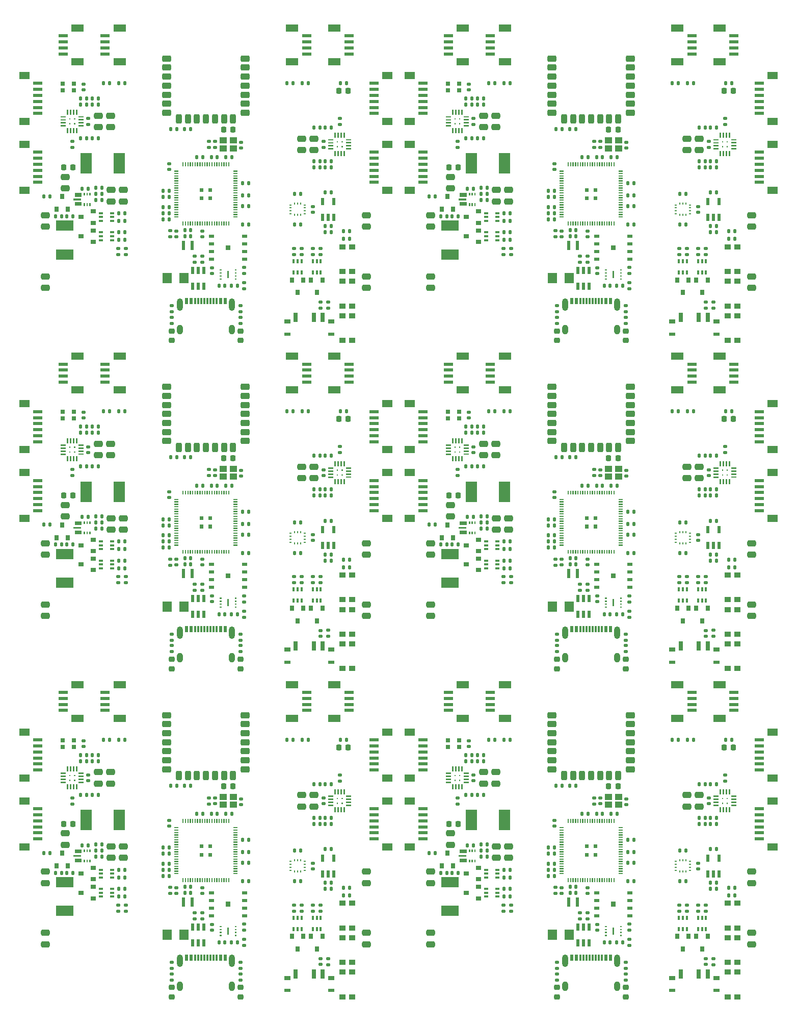
<source format=gtp>
%TF.GenerationSoftware,KiCad,Pcbnew,8.0.5*%
%TF.CreationDate,2024-12-18T16:51:18-07:00*%
%TF.ProjectId,SparkFun_XRP_Controller_panelized,53706172-6b46-4756-9e5f-5852505f436f,v20*%
%TF.SameCoordinates,Original*%
%TF.FileFunction,Paste,Top*%
%TF.FilePolarity,Positive*%
%FSLAX46Y46*%
G04 Gerber Fmt 4.6, Leading zero omitted, Abs format (unit mm)*
G04 Created by KiCad (PCBNEW 8.0.5) date 2024-12-18 16:51:18*
%MOMM*%
%LPD*%
G01*
G04 APERTURE LIST*
G04 Aperture macros list*
%AMRoundRect*
0 Rectangle with rounded corners*
0 $1 Rounding radius*
0 $2 $3 $4 $5 $6 $7 $8 $9 X,Y pos of 4 corners*
0 Add a 4 corners polygon primitive as box body*
4,1,4,$2,$3,$4,$5,$6,$7,$8,$9,$2,$3,0*
0 Add four circle primitives for the rounded corners*
1,1,$1+$1,$2,$3*
1,1,$1+$1,$4,$5*
1,1,$1+$1,$6,$7*
1,1,$1+$1,$8,$9*
0 Add four rect primitives between the rounded corners*
20,1,$1+$1,$2,$3,$4,$5,0*
20,1,$1+$1,$4,$5,$6,$7,0*
20,1,$1+$1,$6,$7,$8,$9,0*
20,1,$1+$1,$8,$9,$2,$3,0*%
G04 Aperture macros list end*
%ADD10C,0.000000*%
%ADD11RoundRect,0.140000X-0.170000X0.140000X-0.170000X-0.140000X0.170000X-0.140000X0.170000X0.140000X0*%
%ADD12RoundRect,0.135000X-0.135000X-0.185000X0.135000X-0.185000X0.135000X0.185000X-0.135000X0.185000X0*%
%ADD13R,0.660000X0.300000*%
%ADD14R,0.550000X1.200000*%
%ADD15R,0.450000X0.250000*%
%ADD16R,0.250000X0.450000*%
%ADD17R,0.550000X1.600000*%
%ADD18RoundRect,0.140000X0.170000X-0.140000X0.170000X0.140000X-0.170000X0.140000X-0.170000X-0.140000X0*%
%ADD19RoundRect,0.135000X0.135000X0.185000X-0.135000X0.185000X-0.135000X-0.185000X0.135000X-0.185000X0*%
%ADD20RoundRect,0.135000X-0.185000X0.135000X-0.185000X-0.135000X0.185000X-0.135000X0.185000X0.135000X0*%
%ADD21RoundRect,0.250000X-0.475000X0.250000X-0.475000X-0.250000X0.475000X-0.250000X0.475000X0.250000X0*%
%ADD22R,0.300000X0.660000*%
%ADD23R,0.900000X0.800000*%
%ADD24RoundRect,0.140000X-0.140000X-0.170000X0.140000X-0.170000X0.140000X0.170000X-0.140000X0.170000X0*%
%ADD25R,0.800000X0.900000*%
%ADD26RoundRect,0.140000X0.140000X0.170000X-0.140000X0.170000X-0.140000X-0.170000X0.140000X-0.170000X0*%
%ADD27RoundRect,0.250000X0.475000X-0.250000X0.475000X0.250000X-0.475000X0.250000X-0.475000X-0.250000X0*%
%ADD28R,1.000000X0.900000*%
%ADD29R,1.550000X0.600000*%
%ADD30R,2.000000X1.200000*%
%ADD31R,0.700000X1.500000*%
%ADD32R,1.000000X0.600000*%
%ADD33R,1.000000X0.800000*%
%ADD34R,0.850000X0.500000*%
%ADD35RoundRect,0.218750X0.256250X-0.218750X0.256250X0.218750X-0.256250X0.218750X-0.256250X-0.218750X0*%
%ADD36R,0.300000X1.000000*%
%ADD37R,0.600000X1.000000*%
%ADD38O,1.000000X1.600000*%
%ADD39O,1.000000X2.100000*%
%ADD40R,1.850000X3.500000*%
%ADD41R,1.800000X1.200000*%
%ADD42R,1.600000X1.800000*%
%ADD43R,0.700000X0.700000*%
%ADD44RoundRect,0.225000X-0.225000X-0.250000X0.225000X-0.250000X0.225000X0.250000X-0.225000X0.250000X0*%
%ADD45R,2.895600X1.676400*%
%ADD46R,1.200000X1.000000*%
%ADD47RoundRect,0.135000X0.185000X-0.135000X0.185000X0.135000X-0.185000X0.135000X-0.185000X-0.135000X0*%
%ADD48RoundRect,0.218750X-0.218750X-0.256250X0.218750X-0.256250X0.218750X0.256250X-0.218750X0.256250X0*%
%ADD49RoundRect,0.200000X0.550000X-0.300000X0.550000X0.300000X-0.550000X0.300000X-0.550000X-0.300000X0*%
%ADD50RoundRect,0.200000X-0.300000X-0.550000X0.300000X-0.550000X0.300000X0.550000X-0.300000X0.550000X0*%
%ADD51RoundRect,0.218750X0.218750X0.256250X-0.218750X0.256250X-0.218750X-0.256250X0.218750X-0.256250X0*%
G04 APERTURE END LIST*
D10*
%TO.C,U3*%
G36*
X34333000Y12715000D02*
G01*
X34033000Y12715000D01*
X34033000Y12915000D01*
X34333000Y12915000D01*
X34333000Y12715000D01*
G37*
G36*
X34333000Y12215000D02*
G01*
X34033000Y12215000D01*
X34033000Y12415000D01*
X34333000Y12415000D01*
X34333000Y12215000D01*
G37*
G36*
X34333000Y11715000D02*
G01*
X34033000Y11715000D01*
X34033000Y11915000D01*
X34333000Y11915000D01*
X34333000Y11715000D01*
G37*
G36*
X34333000Y11215000D02*
G01*
X34033000Y11215000D01*
X34033000Y11415000D01*
X34333000Y11415000D01*
X34333000Y11215000D01*
G37*
G36*
X35533000Y11465000D02*
G01*
X35333000Y11465000D01*
X35333000Y12665000D01*
X35533000Y12665000D01*
X35533000Y11465000D01*
G37*
G36*
X36833000Y12715000D02*
G01*
X36533000Y12715000D01*
X36533000Y12915000D01*
X36833000Y12915000D01*
X36833000Y12715000D01*
G37*
G36*
X36833000Y12215000D02*
G01*
X36533000Y12215000D01*
X36533000Y12415000D01*
X36833000Y12415000D01*
X36833000Y12215000D01*
G37*
G36*
X36833000Y11715000D02*
G01*
X36533000Y11715000D01*
X36533000Y11915000D01*
X36833000Y11915000D01*
X36833000Y11715000D01*
G37*
G36*
X36833000Y11215000D02*
G01*
X36533000Y11215000D01*
X36533000Y11415000D01*
X36833000Y11415000D01*
X36833000Y11215000D01*
G37*
G36*
X34333000Y67190000D02*
G01*
X34033000Y67190000D01*
X34033000Y67390000D01*
X34333000Y67390000D01*
X34333000Y67190000D01*
G37*
G36*
X34333000Y66690000D02*
G01*
X34033000Y66690000D01*
X34033000Y66890000D01*
X34333000Y66890000D01*
X34333000Y66690000D01*
G37*
G36*
X34333000Y66190000D02*
G01*
X34033000Y66190000D01*
X34033000Y66390000D01*
X34333000Y66390000D01*
X34333000Y66190000D01*
G37*
G36*
X34333000Y65690000D02*
G01*
X34033000Y65690000D01*
X34033000Y65890000D01*
X34333000Y65890000D01*
X34333000Y65690000D01*
G37*
G36*
X35533000Y65940000D02*
G01*
X35333000Y65940000D01*
X35333000Y67140000D01*
X35533000Y67140000D01*
X35533000Y65940000D01*
G37*
G36*
X36833000Y67190000D02*
G01*
X36533000Y67190000D01*
X36533000Y67390000D01*
X36833000Y67390000D01*
X36833000Y67190000D01*
G37*
G36*
X36833000Y66690000D02*
G01*
X36533000Y66690000D01*
X36533000Y66890000D01*
X36833000Y66890000D01*
X36833000Y66690000D01*
G37*
G36*
X36833000Y66190000D02*
G01*
X36533000Y66190000D01*
X36533000Y66390000D01*
X36833000Y66390000D01*
X36833000Y66190000D01*
G37*
G36*
X36833000Y65690000D02*
G01*
X36533000Y65690000D01*
X36533000Y65890000D01*
X36833000Y65890000D01*
X36833000Y65690000D01*
G37*
G36*
X98333000Y67190000D02*
G01*
X98033000Y67190000D01*
X98033000Y67390000D01*
X98333000Y67390000D01*
X98333000Y67190000D01*
G37*
G36*
X98333000Y66690000D02*
G01*
X98033000Y66690000D01*
X98033000Y66890000D01*
X98333000Y66890000D01*
X98333000Y66690000D01*
G37*
G36*
X98333000Y66190000D02*
G01*
X98033000Y66190000D01*
X98033000Y66390000D01*
X98333000Y66390000D01*
X98333000Y66190000D01*
G37*
G36*
X98333000Y65690000D02*
G01*
X98033000Y65690000D01*
X98033000Y65890000D01*
X98333000Y65890000D01*
X98333000Y65690000D01*
G37*
G36*
X99533000Y65940000D02*
G01*
X99333000Y65940000D01*
X99333000Y67140000D01*
X99533000Y67140000D01*
X99533000Y65940000D01*
G37*
G36*
X100833000Y67190000D02*
G01*
X100533000Y67190000D01*
X100533000Y67390000D01*
X100833000Y67390000D01*
X100833000Y67190000D01*
G37*
G36*
X100833000Y66690000D02*
G01*
X100533000Y66690000D01*
X100533000Y66890000D01*
X100833000Y66890000D01*
X100833000Y66690000D01*
G37*
G36*
X100833000Y66190000D02*
G01*
X100533000Y66190000D01*
X100533000Y66390000D01*
X100833000Y66390000D01*
X100833000Y66190000D01*
G37*
G36*
X100833000Y65690000D02*
G01*
X100533000Y65690000D01*
X100533000Y65890000D01*
X100833000Y65890000D01*
X100833000Y65690000D01*
G37*
G36*
X98333000Y121665000D02*
G01*
X98033000Y121665000D01*
X98033000Y121865000D01*
X98333000Y121865000D01*
X98333000Y121665000D01*
G37*
G36*
X98333000Y121165000D02*
G01*
X98033000Y121165000D01*
X98033000Y121365000D01*
X98333000Y121365000D01*
X98333000Y121165000D01*
G37*
G36*
X98333000Y120665000D02*
G01*
X98033000Y120665000D01*
X98033000Y120865000D01*
X98333000Y120865000D01*
X98333000Y120665000D01*
G37*
G36*
X98333000Y120165000D02*
G01*
X98033000Y120165000D01*
X98033000Y120365000D01*
X98333000Y120365000D01*
X98333000Y120165000D01*
G37*
G36*
X99533000Y120415000D02*
G01*
X99333000Y120415000D01*
X99333000Y121615000D01*
X99533000Y121615000D01*
X99533000Y120415000D01*
G37*
G36*
X100833000Y121665000D02*
G01*
X100533000Y121665000D01*
X100533000Y121865000D01*
X100833000Y121865000D01*
X100833000Y121665000D01*
G37*
G36*
X100833000Y121165000D02*
G01*
X100533000Y121165000D01*
X100533000Y121365000D01*
X100833000Y121365000D01*
X100833000Y121165000D01*
G37*
G36*
X100833000Y120665000D02*
G01*
X100533000Y120665000D01*
X100533000Y120865000D01*
X100833000Y120865000D01*
X100833000Y120665000D01*
G37*
G36*
X100833000Y120165000D02*
G01*
X100533000Y120165000D01*
X100533000Y120365000D01*
X100833000Y120365000D01*
X100833000Y120165000D01*
G37*
G36*
X34333000Y121665000D02*
G01*
X34033000Y121665000D01*
X34033000Y121865000D01*
X34333000Y121865000D01*
X34333000Y121665000D01*
G37*
G36*
X34333000Y121165000D02*
G01*
X34033000Y121165000D01*
X34033000Y121365000D01*
X34333000Y121365000D01*
X34333000Y121165000D01*
G37*
G36*
X34333000Y120665000D02*
G01*
X34033000Y120665000D01*
X34033000Y120865000D01*
X34333000Y120865000D01*
X34333000Y120665000D01*
G37*
G36*
X34333000Y120165000D02*
G01*
X34033000Y120165000D01*
X34033000Y120365000D01*
X34333000Y120365000D01*
X34333000Y120165000D01*
G37*
G36*
X35533000Y120415000D02*
G01*
X35333000Y120415000D01*
X35333000Y121615000D01*
X35533000Y121615000D01*
X35533000Y120415000D01*
G37*
G36*
X36833000Y121665000D02*
G01*
X36533000Y121665000D01*
X36533000Y121865000D01*
X36833000Y121865000D01*
X36833000Y121665000D01*
G37*
G36*
X36833000Y121165000D02*
G01*
X36533000Y121165000D01*
X36533000Y121365000D01*
X36833000Y121365000D01*
X36833000Y121165000D01*
G37*
G36*
X36833000Y120665000D02*
G01*
X36533000Y120665000D01*
X36533000Y120865000D01*
X36833000Y120865000D01*
X36833000Y120665000D01*
G37*
G36*
X36833000Y120165000D02*
G01*
X36533000Y120165000D01*
X36533000Y120365000D01*
X36833000Y120365000D01*
X36833000Y120165000D01*
G37*
G36*
X98333000Y12715000D02*
G01*
X98033000Y12715000D01*
X98033000Y12915000D01*
X98333000Y12915000D01*
X98333000Y12715000D01*
G37*
G36*
X98333000Y12215000D02*
G01*
X98033000Y12215000D01*
X98033000Y12415000D01*
X98333000Y12415000D01*
X98333000Y12215000D01*
G37*
G36*
X98333000Y11715000D02*
G01*
X98033000Y11715000D01*
X98033000Y11915000D01*
X98333000Y11915000D01*
X98333000Y11715000D01*
G37*
G36*
X98333000Y11215000D02*
G01*
X98033000Y11215000D01*
X98033000Y11415000D01*
X98333000Y11415000D01*
X98333000Y11215000D01*
G37*
G36*
X99533000Y11465000D02*
G01*
X99333000Y11465000D01*
X99333000Y12665000D01*
X99533000Y12665000D01*
X99533000Y11465000D01*
G37*
G36*
X100833000Y12715000D02*
G01*
X100533000Y12715000D01*
X100533000Y12915000D01*
X100833000Y12915000D01*
X100833000Y12715000D01*
G37*
G36*
X100833000Y12215000D02*
G01*
X100533000Y12215000D01*
X100533000Y12415000D01*
X100833000Y12415000D01*
X100833000Y12215000D01*
G37*
G36*
X100833000Y11715000D02*
G01*
X100533000Y11715000D01*
X100533000Y11915000D01*
X100833000Y11915000D01*
X100833000Y11715000D01*
G37*
G36*
X100833000Y11215000D02*
G01*
X100533000Y11215000D01*
X100533000Y11415000D01*
X100833000Y11415000D01*
X100833000Y11215000D01*
G37*
%TO.C,U2*%
G36*
X35833000Y16110000D02*
G01*
X35033000Y16110000D01*
X35033000Y16910000D01*
X35833000Y16910000D01*
X35833000Y16110000D01*
G37*
G36*
X35833000Y125060000D02*
G01*
X35033000Y125060000D01*
X35033000Y125860000D01*
X35833000Y125860000D01*
X35833000Y125060000D01*
G37*
G36*
X99833000Y70585000D02*
G01*
X99033000Y70585000D01*
X99033000Y71385000D01*
X99833000Y71385000D01*
X99833000Y70585000D01*
G37*
G36*
X99833000Y16110000D02*
G01*
X99033000Y16110000D01*
X99033000Y16910000D01*
X99833000Y16910000D01*
X99833000Y16110000D01*
G37*
G36*
X35833000Y70585000D02*
G01*
X35033000Y70585000D01*
X35033000Y71385000D01*
X35833000Y71385000D01*
X35833000Y70585000D01*
G37*
G36*
X99833000Y125060000D02*
G01*
X99033000Y125060000D01*
X99033000Y125860000D01*
X99833000Y125860000D01*
X99833000Y125060000D01*
G37*
%TO.C,U8*%
G36*
X52900000Y34280000D02*
G01*
X52050000Y34280000D01*
X52050000Y34520000D01*
X52900000Y34520000D01*
X52900000Y34280000D01*
G37*
G36*
X52900000Y33780000D02*
G01*
X52050000Y33780000D01*
X52050000Y34020000D01*
X52900000Y34020000D01*
X52900000Y33780000D01*
G37*
G36*
X52900000Y33280000D02*
G01*
X52050000Y33280000D01*
X52050000Y33520000D01*
X52900000Y33520000D01*
X52900000Y33280000D01*
G37*
G36*
X52900000Y32780000D02*
G01*
X52050000Y32780000D01*
X52050000Y33020000D01*
X52900000Y33020000D01*
X52900000Y32780000D01*
G37*
G36*
X53340000Y34730000D02*
G01*
X53100000Y34730000D01*
X53100000Y35580000D01*
X53340000Y35580000D01*
X53340000Y34730000D01*
G37*
G36*
X53340000Y31730000D02*
G01*
X53100000Y31730000D01*
X53100000Y32580000D01*
X53340000Y32580000D01*
X53340000Y31730000D01*
G37*
G36*
X53675000Y33955000D02*
G01*
X53475000Y33955000D01*
X53475000Y34155000D01*
X53675000Y34155000D01*
X53675000Y33955000D01*
G37*
G36*
X53675000Y33155000D02*
G01*
X53475000Y33155000D01*
X53475000Y33355000D01*
X53675000Y33355000D01*
X53675000Y33155000D01*
G37*
G36*
X53840000Y34730000D02*
G01*
X53600000Y34730000D01*
X53600000Y35580000D01*
X53840000Y35580000D01*
X53840000Y34730000D01*
G37*
G36*
X53840000Y31730000D02*
G01*
X53600000Y31730000D01*
X53600000Y32580000D01*
X53840000Y32580000D01*
X53840000Y31730000D01*
G37*
G36*
X54340000Y34730000D02*
G01*
X54100000Y34730000D01*
X54100000Y35580000D01*
X54340000Y35580000D01*
X54340000Y34730000D01*
G37*
G36*
X54340000Y31730000D02*
G01*
X54100000Y31730000D01*
X54100000Y32580000D01*
X54340000Y32580000D01*
X54340000Y31730000D01*
G37*
G36*
X54475000Y33955000D02*
G01*
X54275000Y33955000D01*
X54275000Y34155000D01*
X54475000Y34155000D01*
X54475000Y33955000D01*
G37*
G36*
X54475000Y33155000D02*
G01*
X54275000Y33155000D01*
X54275000Y33355000D01*
X54475000Y33355000D01*
X54475000Y33155000D01*
G37*
G36*
X54840000Y34730000D02*
G01*
X54600000Y34730000D01*
X54600000Y35580000D01*
X54840000Y35580000D01*
X54840000Y34730000D01*
G37*
G36*
X54840000Y31730000D02*
G01*
X54600000Y31730000D01*
X54600000Y32580000D01*
X54840000Y32580000D01*
X54840000Y31730000D01*
G37*
G36*
X55900000Y34290000D02*
G01*
X55050000Y34290000D01*
X55050000Y34530000D01*
X55900000Y34530000D01*
X55900000Y34290000D01*
G37*
G36*
X55900000Y33790000D02*
G01*
X55050000Y33790000D01*
X55050000Y34030000D01*
X55900000Y34030000D01*
X55900000Y33790000D01*
G37*
G36*
X55900000Y33290000D02*
G01*
X55050000Y33290000D01*
X55050000Y33530000D01*
X55900000Y33530000D01*
X55900000Y33290000D01*
G37*
G36*
X55900000Y32790000D02*
G01*
X55050000Y32790000D01*
X55050000Y33030000D01*
X55900000Y33030000D01*
X55900000Y32790000D01*
G37*
G36*
X116900000Y34280000D02*
G01*
X116050000Y34280000D01*
X116050000Y34520000D01*
X116900000Y34520000D01*
X116900000Y34280000D01*
G37*
G36*
X116900000Y33780000D02*
G01*
X116050000Y33780000D01*
X116050000Y34020000D01*
X116900000Y34020000D01*
X116900000Y33780000D01*
G37*
G36*
X116900000Y33280000D02*
G01*
X116050000Y33280000D01*
X116050000Y33520000D01*
X116900000Y33520000D01*
X116900000Y33280000D01*
G37*
G36*
X116900000Y32780000D02*
G01*
X116050000Y32780000D01*
X116050000Y33020000D01*
X116900000Y33020000D01*
X116900000Y32780000D01*
G37*
G36*
X117340000Y34730000D02*
G01*
X117100000Y34730000D01*
X117100000Y35580000D01*
X117340000Y35580000D01*
X117340000Y34730000D01*
G37*
G36*
X117340000Y31730000D02*
G01*
X117100000Y31730000D01*
X117100000Y32580000D01*
X117340000Y32580000D01*
X117340000Y31730000D01*
G37*
G36*
X117675000Y33955000D02*
G01*
X117475000Y33955000D01*
X117475000Y34155000D01*
X117675000Y34155000D01*
X117675000Y33955000D01*
G37*
G36*
X117675000Y33155000D02*
G01*
X117475000Y33155000D01*
X117475000Y33355000D01*
X117675000Y33355000D01*
X117675000Y33155000D01*
G37*
G36*
X117840000Y34730000D02*
G01*
X117600000Y34730000D01*
X117600000Y35580000D01*
X117840000Y35580000D01*
X117840000Y34730000D01*
G37*
G36*
X117840000Y31730000D02*
G01*
X117600000Y31730000D01*
X117600000Y32580000D01*
X117840000Y32580000D01*
X117840000Y31730000D01*
G37*
G36*
X118340000Y34730000D02*
G01*
X118100000Y34730000D01*
X118100000Y35580000D01*
X118340000Y35580000D01*
X118340000Y34730000D01*
G37*
G36*
X118340000Y31730000D02*
G01*
X118100000Y31730000D01*
X118100000Y32580000D01*
X118340000Y32580000D01*
X118340000Y31730000D01*
G37*
G36*
X118475000Y33955000D02*
G01*
X118275000Y33955000D01*
X118275000Y34155000D01*
X118475000Y34155000D01*
X118475000Y33955000D01*
G37*
G36*
X118475000Y33155000D02*
G01*
X118275000Y33155000D01*
X118275000Y33355000D01*
X118475000Y33355000D01*
X118475000Y33155000D01*
G37*
G36*
X118840000Y34730000D02*
G01*
X118600000Y34730000D01*
X118600000Y35580000D01*
X118840000Y35580000D01*
X118840000Y34730000D01*
G37*
G36*
X118840000Y31730000D02*
G01*
X118600000Y31730000D01*
X118600000Y32580000D01*
X118840000Y32580000D01*
X118840000Y31730000D01*
G37*
G36*
X119900000Y34290000D02*
G01*
X119050000Y34290000D01*
X119050000Y34530000D01*
X119900000Y34530000D01*
X119900000Y34290000D01*
G37*
G36*
X119900000Y33790000D02*
G01*
X119050000Y33790000D01*
X119050000Y34030000D01*
X119900000Y34030000D01*
X119900000Y33790000D01*
G37*
G36*
X119900000Y33290000D02*
G01*
X119050000Y33290000D01*
X119050000Y33530000D01*
X119900000Y33530000D01*
X119900000Y33290000D01*
G37*
G36*
X119900000Y32790000D02*
G01*
X119050000Y32790000D01*
X119050000Y33030000D01*
X119900000Y33030000D01*
X119900000Y32790000D01*
G37*
G36*
X52900000Y88755000D02*
G01*
X52050000Y88755000D01*
X52050000Y88995000D01*
X52900000Y88995000D01*
X52900000Y88755000D01*
G37*
G36*
X52900000Y88255000D02*
G01*
X52050000Y88255000D01*
X52050000Y88495000D01*
X52900000Y88495000D01*
X52900000Y88255000D01*
G37*
G36*
X52900000Y87755000D02*
G01*
X52050000Y87755000D01*
X52050000Y87995000D01*
X52900000Y87995000D01*
X52900000Y87755000D01*
G37*
G36*
X52900000Y87255000D02*
G01*
X52050000Y87255000D01*
X52050000Y87495000D01*
X52900000Y87495000D01*
X52900000Y87255000D01*
G37*
G36*
X53340000Y89205000D02*
G01*
X53100000Y89205000D01*
X53100000Y90055000D01*
X53340000Y90055000D01*
X53340000Y89205000D01*
G37*
G36*
X53340000Y86205000D02*
G01*
X53100000Y86205000D01*
X53100000Y87055000D01*
X53340000Y87055000D01*
X53340000Y86205000D01*
G37*
G36*
X53675000Y88430000D02*
G01*
X53475000Y88430000D01*
X53475000Y88630000D01*
X53675000Y88630000D01*
X53675000Y88430000D01*
G37*
G36*
X53675000Y87630000D02*
G01*
X53475000Y87630000D01*
X53475000Y87830000D01*
X53675000Y87830000D01*
X53675000Y87630000D01*
G37*
G36*
X53840000Y89205000D02*
G01*
X53600000Y89205000D01*
X53600000Y90055000D01*
X53840000Y90055000D01*
X53840000Y89205000D01*
G37*
G36*
X53840000Y86205000D02*
G01*
X53600000Y86205000D01*
X53600000Y87055000D01*
X53840000Y87055000D01*
X53840000Y86205000D01*
G37*
G36*
X54340000Y89205000D02*
G01*
X54100000Y89205000D01*
X54100000Y90055000D01*
X54340000Y90055000D01*
X54340000Y89205000D01*
G37*
G36*
X54340000Y86205000D02*
G01*
X54100000Y86205000D01*
X54100000Y87055000D01*
X54340000Y87055000D01*
X54340000Y86205000D01*
G37*
G36*
X54475000Y88430000D02*
G01*
X54275000Y88430000D01*
X54275000Y88630000D01*
X54475000Y88630000D01*
X54475000Y88430000D01*
G37*
G36*
X54475000Y87630000D02*
G01*
X54275000Y87630000D01*
X54275000Y87830000D01*
X54475000Y87830000D01*
X54475000Y87630000D01*
G37*
G36*
X54840000Y89205000D02*
G01*
X54600000Y89205000D01*
X54600000Y90055000D01*
X54840000Y90055000D01*
X54840000Y89205000D01*
G37*
G36*
X54840000Y86205000D02*
G01*
X54600000Y86205000D01*
X54600000Y87055000D01*
X54840000Y87055000D01*
X54840000Y86205000D01*
G37*
G36*
X55900000Y88765000D02*
G01*
X55050000Y88765000D01*
X55050000Y89005000D01*
X55900000Y89005000D01*
X55900000Y88765000D01*
G37*
G36*
X55900000Y88265000D02*
G01*
X55050000Y88265000D01*
X55050000Y88505000D01*
X55900000Y88505000D01*
X55900000Y88265000D01*
G37*
G36*
X55900000Y87765000D02*
G01*
X55050000Y87765000D01*
X55050000Y88005000D01*
X55900000Y88005000D01*
X55900000Y87765000D01*
G37*
G36*
X55900000Y87265000D02*
G01*
X55050000Y87265000D01*
X55050000Y87505000D01*
X55900000Y87505000D01*
X55900000Y87265000D01*
G37*
G36*
X52900000Y143230000D02*
G01*
X52050000Y143230000D01*
X52050000Y143470000D01*
X52900000Y143470000D01*
X52900000Y143230000D01*
G37*
G36*
X52900000Y142730000D02*
G01*
X52050000Y142730000D01*
X52050000Y142970000D01*
X52900000Y142970000D01*
X52900000Y142730000D01*
G37*
G36*
X52900000Y142230000D02*
G01*
X52050000Y142230000D01*
X52050000Y142470000D01*
X52900000Y142470000D01*
X52900000Y142230000D01*
G37*
G36*
X52900000Y141730000D02*
G01*
X52050000Y141730000D01*
X52050000Y141970000D01*
X52900000Y141970000D01*
X52900000Y141730000D01*
G37*
G36*
X53340000Y143680000D02*
G01*
X53100000Y143680000D01*
X53100000Y144530000D01*
X53340000Y144530000D01*
X53340000Y143680000D01*
G37*
G36*
X53340000Y140680000D02*
G01*
X53100000Y140680000D01*
X53100000Y141530000D01*
X53340000Y141530000D01*
X53340000Y140680000D01*
G37*
G36*
X53675000Y142905000D02*
G01*
X53475000Y142905000D01*
X53475000Y143105000D01*
X53675000Y143105000D01*
X53675000Y142905000D01*
G37*
G36*
X53675000Y142105000D02*
G01*
X53475000Y142105000D01*
X53475000Y142305000D01*
X53675000Y142305000D01*
X53675000Y142105000D01*
G37*
G36*
X53840000Y143680000D02*
G01*
X53600000Y143680000D01*
X53600000Y144530000D01*
X53840000Y144530000D01*
X53840000Y143680000D01*
G37*
G36*
X53840000Y140680000D02*
G01*
X53600000Y140680000D01*
X53600000Y141530000D01*
X53840000Y141530000D01*
X53840000Y140680000D01*
G37*
G36*
X54340000Y143680000D02*
G01*
X54100000Y143680000D01*
X54100000Y144530000D01*
X54340000Y144530000D01*
X54340000Y143680000D01*
G37*
G36*
X54340000Y140680000D02*
G01*
X54100000Y140680000D01*
X54100000Y141530000D01*
X54340000Y141530000D01*
X54340000Y140680000D01*
G37*
G36*
X54475000Y142905000D02*
G01*
X54275000Y142905000D01*
X54275000Y143105000D01*
X54475000Y143105000D01*
X54475000Y142905000D01*
G37*
G36*
X54475000Y142105000D02*
G01*
X54275000Y142105000D01*
X54275000Y142305000D01*
X54475000Y142305000D01*
X54475000Y142105000D01*
G37*
G36*
X54840000Y143680000D02*
G01*
X54600000Y143680000D01*
X54600000Y144530000D01*
X54840000Y144530000D01*
X54840000Y143680000D01*
G37*
G36*
X54840000Y140680000D02*
G01*
X54600000Y140680000D01*
X54600000Y141530000D01*
X54840000Y141530000D01*
X54840000Y140680000D01*
G37*
G36*
X55900000Y143240000D02*
G01*
X55050000Y143240000D01*
X55050000Y143480000D01*
X55900000Y143480000D01*
X55900000Y143240000D01*
G37*
G36*
X55900000Y142740000D02*
G01*
X55050000Y142740000D01*
X55050000Y142980000D01*
X55900000Y142980000D01*
X55900000Y142740000D01*
G37*
G36*
X55900000Y142240000D02*
G01*
X55050000Y142240000D01*
X55050000Y142480000D01*
X55900000Y142480000D01*
X55900000Y142240000D01*
G37*
G36*
X55900000Y141740000D02*
G01*
X55050000Y141740000D01*
X55050000Y141980000D01*
X55900000Y141980000D01*
X55900000Y141740000D01*
G37*
G36*
X116900000Y88755000D02*
G01*
X116050000Y88755000D01*
X116050000Y88995000D01*
X116900000Y88995000D01*
X116900000Y88755000D01*
G37*
G36*
X116900000Y88255000D02*
G01*
X116050000Y88255000D01*
X116050000Y88495000D01*
X116900000Y88495000D01*
X116900000Y88255000D01*
G37*
G36*
X116900000Y87755000D02*
G01*
X116050000Y87755000D01*
X116050000Y87995000D01*
X116900000Y87995000D01*
X116900000Y87755000D01*
G37*
G36*
X116900000Y87255000D02*
G01*
X116050000Y87255000D01*
X116050000Y87495000D01*
X116900000Y87495000D01*
X116900000Y87255000D01*
G37*
G36*
X117340000Y89205000D02*
G01*
X117100000Y89205000D01*
X117100000Y90055000D01*
X117340000Y90055000D01*
X117340000Y89205000D01*
G37*
G36*
X117340000Y86205000D02*
G01*
X117100000Y86205000D01*
X117100000Y87055000D01*
X117340000Y87055000D01*
X117340000Y86205000D01*
G37*
G36*
X117675000Y88430000D02*
G01*
X117475000Y88430000D01*
X117475000Y88630000D01*
X117675000Y88630000D01*
X117675000Y88430000D01*
G37*
G36*
X117675000Y87630000D02*
G01*
X117475000Y87630000D01*
X117475000Y87830000D01*
X117675000Y87830000D01*
X117675000Y87630000D01*
G37*
G36*
X117840000Y89205000D02*
G01*
X117600000Y89205000D01*
X117600000Y90055000D01*
X117840000Y90055000D01*
X117840000Y89205000D01*
G37*
G36*
X117840000Y86205000D02*
G01*
X117600000Y86205000D01*
X117600000Y87055000D01*
X117840000Y87055000D01*
X117840000Y86205000D01*
G37*
G36*
X118340000Y89205000D02*
G01*
X118100000Y89205000D01*
X118100000Y90055000D01*
X118340000Y90055000D01*
X118340000Y89205000D01*
G37*
G36*
X118340000Y86205000D02*
G01*
X118100000Y86205000D01*
X118100000Y87055000D01*
X118340000Y87055000D01*
X118340000Y86205000D01*
G37*
G36*
X118475000Y88430000D02*
G01*
X118275000Y88430000D01*
X118275000Y88630000D01*
X118475000Y88630000D01*
X118475000Y88430000D01*
G37*
G36*
X118475000Y87630000D02*
G01*
X118275000Y87630000D01*
X118275000Y87830000D01*
X118475000Y87830000D01*
X118475000Y87630000D01*
G37*
G36*
X118840000Y89205000D02*
G01*
X118600000Y89205000D01*
X118600000Y90055000D01*
X118840000Y90055000D01*
X118840000Y89205000D01*
G37*
G36*
X118840000Y86205000D02*
G01*
X118600000Y86205000D01*
X118600000Y87055000D01*
X118840000Y87055000D01*
X118840000Y86205000D01*
G37*
G36*
X119900000Y88765000D02*
G01*
X119050000Y88765000D01*
X119050000Y89005000D01*
X119900000Y89005000D01*
X119900000Y88765000D01*
G37*
G36*
X119900000Y88265000D02*
G01*
X119050000Y88265000D01*
X119050000Y88505000D01*
X119900000Y88505000D01*
X119900000Y88265000D01*
G37*
G36*
X119900000Y87765000D02*
G01*
X119050000Y87765000D01*
X119050000Y88005000D01*
X119900000Y88005000D01*
X119900000Y87765000D01*
G37*
G36*
X119900000Y87265000D02*
G01*
X119050000Y87265000D01*
X119050000Y87505000D01*
X119900000Y87505000D01*
X119900000Y87265000D01*
G37*
G36*
X116900000Y143230000D02*
G01*
X116050000Y143230000D01*
X116050000Y143470000D01*
X116900000Y143470000D01*
X116900000Y143230000D01*
G37*
G36*
X116900000Y142730000D02*
G01*
X116050000Y142730000D01*
X116050000Y142970000D01*
X116900000Y142970000D01*
X116900000Y142730000D01*
G37*
G36*
X116900000Y142230000D02*
G01*
X116050000Y142230000D01*
X116050000Y142470000D01*
X116900000Y142470000D01*
X116900000Y142230000D01*
G37*
G36*
X116900000Y141730000D02*
G01*
X116050000Y141730000D01*
X116050000Y141970000D01*
X116900000Y141970000D01*
X116900000Y141730000D01*
G37*
G36*
X117340000Y143680000D02*
G01*
X117100000Y143680000D01*
X117100000Y144530000D01*
X117340000Y144530000D01*
X117340000Y143680000D01*
G37*
G36*
X117340000Y140680000D02*
G01*
X117100000Y140680000D01*
X117100000Y141530000D01*
X117340000Y141530000D01*
X117340000Y140680000D01*
G37*
G36*
X117675000Y142905000D02*
G01*
X117475000Y142905000D01*
X117475000Y143105000D01*
X117675000Y143105000D01*
X117675000Y142905000D01*
G37*
G36*
X117675000Y142105000D02*
G01*
X117475000Y142105000D01*
X117475000Y142305000D01*
X117675000Y142305000D01*
X117675000Y142105000D01*
G37*
G36*
X117840000Y143680000D02*
G01*
X117600000Y143680000D01*
X117600000Y144530000D01*
X117840000Y144530000D01*
X117840000Y143680000D01*
G37*
G36*
X117840000Y140680000D02*
G01*
X117600000Y140680000D01*
X117600000Y141530000D01*
X117840000Y141530000D01*
X117840000Y140680000D01*
G37*
G36*
X118340000Y143680000D02*
G01*
X118100000Y143680000D01*
X118100000Y144530000D01*
X118340000Y144530000D01*
X118340000Y143680000D01*
G37*
G36*
X118340000Y140680000D02*
G01*
X118100000Y140680000D01*
X118100000Y141530000D01*
X118340000Y141530000D01*
X118340000Y140680000D01*
G37*
G36*
X118475000Y142905000D02*
G01*
X118275000Y142905000D01*
X118275000Y143105000D01*
X118475000Y143105000D01*
X118475000Y142905000D01*
G37*
G36*
X118475000Y142105000D02*
G01*
X118275000Y142105000D01*
X118275000Y142305000D01*
X118475000Y142305000D01*
X118475000Y142105000D01*
G37*
G36*
X118840000Y143680000D02*
G01*
X118600000Y143680000D01*
X118600000Y144530000D01*
X118840000Y144530000D01*
X118840000Y143680000D01*
G37*
G36*
X118840000Y140680000D02*
G01*
X118600000Y140680000D01*
X118600000Y141530000D01*
X118840000Y141530000D01*
X118840000Y140680000D01*
G37*
G36*
X119900000Y143240000D02*
G01*
X119050000Y143240000D01*
X119050000Y143480000D01*
X119900000Y143480000D01*
X119900000Y143240000D01*
G37*
G36*
X119900000Y142740000D02*
G01*
X119050000Y142740000D01*
X119050000Y142980000D01*
X119900000Y142980000D01*
X119900000Y142740000D01*
G37*
G36*
X119900000Y142240000D02*
G01*
X119050000Y142240000D01*
X119050000Y142480000D01*
X119900000Y142480000D01*
X119900000Y142240000D01*
G37*
G36*
X119900000Y141740000D02*
G01*
X119050000Y141740000D01*
X119050000Y141980000D01*
X119900000Y141980000D01*
X119900000Y141740000D01*
G37*
%TO.C,U1*%
G36*
X28050000Y30000000D02*
G01*
X27850000Y30000000D01*
X27850000Y30650000D01*
X28050000Y30650000D01*
X28050000Y30000000D01*
G37*
G36*
X28050000Y20175000D02*
G01*
X27850000Y20175000D01*
X27850000Y20825000D01*
X28050000Y20825000D01*
X28050000Y20175000D01*
G37*
G36*
X28450000Y30000000D02*
G01*
X28250000Y30000000D01*
X28250000Y30650000D01*
X28450000Y30650000D01*
X28450000Y30000000D01*
G37*
G36*
X28450000Y20175000D02*
G01*
X28250000Y20175000D01*
X28250000Y20825000D01*
X28450000Y20825000D01*
X28450000Y20175000D01*
G37*
G36*
X28850000Y30000000D02*
G01*
X28650000Y30000000D01*
X28650000Y30650000D01*
X28850000Y30650000D01*
X28850000Y30000000D01*
G37*
G36*
X28850000Y20175000D02*
G01*
X28650000Y20175000D01*
X28650000Y20825000D01*
X28850000Y20825000D01*
X28850000Y20175000D01*
G37*
G36*
X29250000Y30000000D02*
G01*
X29050000Y30000000D01*
X29050000Y30650000D01*
X29250000Y30650000D01*
X29250000Y30000000D01*
G37*
G36*
X29250000Y20175000D02*
G01*
X29050000Y20175000D01*
X29050000Y20825000D01*
X29250000Y20825000D01*
X29250000Y20175000D01*
G37*
G36*
X29650000Y30000000D02*
G01*
X29450000Y30000000D01*
X29450000Y30650000D01*
X29650000Y30650000D01*
X29650000Y30000000D01*
G37*
G36*
X29650000Y20175000D02*
G01*
X29450000Y20175000D01*
X29450000Y20825000D01*
X29650000Y20825000D01*
X29650000Y20175000D01*
G37*
G36*
X30050000Y30000000D02*
G01*
X29850000Y30000000D01*
X29850000Y30650000D01*
X30050000Y30650000D01*
X30050000Y30000000D01*
G37*
G36*
X30050000Y20175000D02*
G01*
X29850000Y20175000D01*
X29850000Y20825000D01*
X30050000Y20825000D01*
X30050000Y20175000D01*
G37*
G36*
X30450000Y30000000D02*
G01*
X30250000Y30000000D01*
X30250000Y30650000D01*
X30450000Y30650000D01*
X30450000Y30000000D01*
G37*
G36*
X30450000Y20175000D02*
G01*
X30250000Y20175000D01*
X30250000Y20825000D01*
X30450000Y20825000D01*
X30450000Y20175000D01*
G37*
G36*
X30850000Y30000000D02*
G01*
X30650000Y30000000D01*
X30650000Y30650000D01*
X30850000Y30650000D01*
X30850000Y30000000D01*
G37*
G36*
X30850000Y20175000D02*
G01*
X30650000Y20175000D01*
X30650000Y20825000D01*
X30850000Y20825000D01*
X30850000Y20175000D01*
G37*
G36*
X31250000Y30000000D02*
G01*
X31050000Y30000000D01*
X31050000Y30650000D01*
X31250000Y30650000D01*
X31250000Y30000000D01*
G37*
G36*
X31250000Y20175000D02*
G01*
X31050000Y20175000D01*
X31050000Y20825000D01*
X31250000Y20825000D01*
X31250000Y20175000D01*
G37*
G36*
X31650000Y30000000D02*
G01*
X31450000Y30000000D01*
X31450000Y30650000D01*
X31650000Y30650000D01*
X31650000Y30000000D01*
G37*
G36*
X31650000Y20175000D02*
G01*
X31450000Y20175000D01*
X31450000Y20825000D01*
X31650000Y20825000D01*
X31650000Y20175000D01*
G37*
G36*
X32050000Y30000000D02*
G01*
X31850000Y30000000D01*
X31850000Y30650000D01*
X32050000Y30650000D01*
X32050000Y30000000D01*
G37*
G36*
X32050000Y20175000D02*
G01*
X31850000Y20175000D01*
X31850000Y20825000D01*
X32050000Y20825000D01*
X32050000Y20175000D01*
G37*
G36*
X32450000Y30000000D02*
G01*
X32250000Y30000000D01*
X32250000Y30650000D01*
X32450000Y30650000D01*
X32450000Y30000000D01*
G37*
G36*
X32450000Y20175000D02*
G01*
X32250000Y20175000D01*
X32250000Y20825000D01*
X32450000Y20825000D01*
X32450000Y20175000D01*
G37*
G36*
X32850000Y30000000D02*
G01*
X32650000Y30000000D01*
X32650000Y30650000D01*
X32850000Y30650000D01*
X32850000Y30000000D01*
G37*
G36*
X32850000Y20175000D02*
G01*
X32650000Y20175000D01*
X32650000Y20825000D01*
X32850000Y20825000D01*
X32850000Y20175000D01*
G37*
G36*
X33250000Y30000000D02*
G01*
X33050000Y30000000D01*
X33050000Y30650000D01*
X33250000Y30650000D01*
X33250000Y30000000D01*
G37*
G36*
X33250000Y20175000D02*
G01*
X33050000Y20175000D01*
X33050000Y20825000D01*
X33250000Y20825000D01*
X33250000Y20175000D01*
G37*
G36*
X33650000Y30000000D02*
G01*
X33450000Y30000000D01*
X33450000Y30650000D01*
X33650000Y30650000D01*
X33650000Y30000000D01*
G37*
G36*
X33650000Y20175000D02*
G01*
X33450000Y20175000D01*
X33450000Y20825000D01*
X33650000Y20825000D01*
X33650000Y20175000D01*
G37*
G36*
X34050000Y30000000D02*
G01*
X33850000Y30000000D01*
X33850000Y30650000D01*
X34050000Y30650000D01*
X34050000Y30000000D01*
G37*
G36*
X34050000Y20175000D02*
G01*
X33850000Y20175000D01*
X33850000Y20825000D01*
X34050000Y20825000D01*
X34050000Y20175000D01*
G37*
G36*
X34450000Y30000000D02*
G01*
X34250000Y30000000D01*
X34250000Y30650000D01*
X34450000Y30650000D01*
X34450000Y30000000D01*
G37*
G36*
X34450000Y20175000D02*
G01*
X34250000Y20175000D01*
X34250000Y20825000D01*
X34450000Y20825000D01*
X34450000Y20175000D01*
G37*
G36*
X34850000Y30000000D02*
G01*
X34650000Y30000000D01*
X34650000Y30650000D01*
X34850000Y30650000D01*
X34850000Y30000000D01*
G37*
G36*
X34850000Y20175000D02*
G01*
X34650000Y20175000D01*
X34650000Y20825000D01*
X34850000Y20825000D01*
X34850000Y20175000D01*
G37*
G36*
X35250000Y30000000D02*
G01*
X35050000Y30000000D01*
X35050000Y30650000D01*
X35250000Y30650000D01*
X35250000Y30000000D01*
G37*
G36*
X35250000Y20175000D02*
G01*
X35050000Y20175000D01*
X35050000Y20825000D01*
X35250000Y20825000D01*
X35250000Y20175000D01*
G37*
G36*
X35650000Y30000000D02*
G01*
X35450000Y30000000D01*
X35450000Y30650000D01*
X35650000Y30650000D01*
X35650000Y30000000D01*
G37*
G36*
X35650000Y20175000D02*
G01*
X35450000Y20175000D01*
X35450000Y20825000D01*
X35650000Y20825000D01*
X35650000Y20175000D01*
G37*
G36*
X27175000Y29100000D02*
G01*
X26525000Y29100000D01*
X26525000Y29300000D01*
X27175000Y29300000D01*
X27175000Y29100000D01*
G37*
G36*
X27175000Y28700000D02*
G01*
X26525000Y28700000D01*
X26525000Y28900000D01*
X27175000Y28900000D01*
X27175000Y28700000D01*
G37*
G36*
X27175000Y28300000D02*
G01*
X26525000Y28300000D01*
X26525000Y28500000D01*
X27175000Y28500000D01*
X27175000Y28300000D01*
G37*
G36*
X27175000Y27900000D02*
G01*
X26525000Y27900000D01*
X26525000Y28100000D01*
X27175000Y28100000D01*
X27175000Y27900000D01*
G37*
G36*
X27175000Y27500000D02*
G01*
X26525000Y27500000D01*
X26525000Y27700000D01*
X27175000Y27700000D01*
X27175000Y27500000D01*
G37*
G36*
X27175000Y27100000D02*
G01*
X26525000Y27100000D01*
X26525000Y27300000D01*
X27175000Y27300000D01*
X27175000Y27100000D01*
G37*
G36*
X27175000Y26700000D02*
G01*
X26525000Y26700000D01*
X26525000Y26900000D01*
X27175000Y26900000D01*
X27175000Y26700000D01*
G37*
G36*
X27175000Y26300000D02*
G01*
X26525000Y26300000D01*
X26525000Y26500000D01*
X27175000Y26500000D01*
X27175000Y26300000D01*
G37*
G36*
X27175000Y25900000D02*
G01*
X26525000Y25900000D01*
X26525000Y26100000D01*
X27175000Y26100000D01*
X27175000Y25900000D01*
G37*
G36*
X27175000Y25500000D02*
G01*
X26525000Y25500000D01*
X26525000Y25700000D01*
X27175000Y25700000D01*
X27175000Y25500000D01*
G37*
G36*
X27175000Y25100000D02*
G01*
X26525000Y25100000D01*
X26525000Y25300000D01*
X27175000Y25300000D01*
X27175000Y25100000D01*
G37*
G36*
X27175000Y24700000D02*
G01*
X26525000Y24700000D01*
X26525000Y24900000D01*
X27175000Y24900000D01*
X27175000Y24700000D01*
G37*
G36*
X27175000Y24300000D02*
G01*
X26525000Y24300000D01*
X26525000Y24500000D01*
X27175000Y24500000D01*
X27175000Y24300000D01*
G37*
G36*
X27175000Y23900000D02*
G01*
X26525000Y23900000D01*
X26525000Y24100000D01*
X27175000Y24100000D01*
X27175000Y23900000D01*
G37*
G36*
X27175000Y23500000D02*
G01*
X26525000Y23500000D01*
X26525000Y23700000D01*
X27175000Y23700000D01*
X27175000Y23500000D01*
G37*
G36*
X27175000Y23100000D02*
G01*
X26525000Y23100000D01*
X26525000Y23300000D01*
X27175000Y23300000D01*
X27175000Y23100000D01*
G37*
G36*
X27175000Y22700000D02*
G01*
X26525000Y22700000D01*
X26525000Y22900000D01*
X27175000Y22900000D01*
X27175000Y22700000D01*
G37*
G36*
X27175000Y22300000D02*
G01*
X26525000Y22300000D01*
X26525000Y22500000D01*
X27175000Y22500000D01*
X27175000Y22300000D01*
G37*
G36*
X27175000Y21900000D02*
G01*
X26525000Y21900000D01*
X26525000Y22100000D01*
X27175000Y22100000D01*
X27175000Y21900000D01*
G37*
G36*
X27175000Y21500000D02*
G01*
X26525000Y21500000D01*
X26525000Y21700000D01*
X27175000Y21700000D01*
X27175000Y21500000D01*
G37*
G36*
X31350000Y25800000D02*
G01*
X30750000Y25800000D01*
X30750000Y26400000D01*
X31350000Y26400000D01*
X31350000Y25800000D01*
G37*
G36*
X31350000Y24400000D02*
G01*
X30750000Y24400000D01*
X30750000Y25000000D01*
X31350000Y25000000D01*
X31350000Y24400000D01*
G37*
G36*
X32750000Y25800000D02*
G01*
X32150000Y25800000D01*
X32150000Y26400000D01*
X32750000Y26400000D01*
X32750000Y25800000D01*
G37*
G36*
X32750000Y24400000D02*
G01*
X32150000Y24400000D01*
X32150000Y25000000D01*
X32750000Y25000000D01*
X32750000Y24400000D01*
G37*
G36*
X36975000Y29100000D02*
G01*
X36325000Y29100000D01*
X36325000Y29300000D01*
X36975000Y29300000D01*
X36975000Y29100000D01*
G37*
G36*
X36975000Y28700000D02*
G01*
X36325000Y28700000D01*
X36325000Y28900000D01*
X36975000Y28900000D01*
X36975000Y28700000D01*
G37*
G36*
X36975000Y28300000D02*
G01*
X36325000Y28300000D01*
X36325000Y28500000D01*
X36975000Y28500000D01*
X36975000Y28300000D01*
G37*
G36*
X36975000Y27900000D02*
G01*
X36325000Y27900000D01*
X36325000Y28100000D01*
X36975000Y28100000D01*
X36975000Y27900000D01*
G37*
G36*
X36975000Y27500000D02*
G01*
X36325000Y27500000D01*
X36325000Y27700000D01*
X36975000Y27700000D01*
X36975000Y27500000D01*
G37*
G36*
X36975000Y27100000D02*
G01*
X36325000Y27100000D01*
X36325000Y27300000D01*
X36975000Y27300000D01*
X36975000Y27100000D01*
G37*
G36*
X36975000Y26700000D02*
G01*
X36325000Y26700000D01*
X36325000Y26900000D01*
X36975000Y26900000D01*
X36975000Y26700000D01*
G37*
G36*
X36975000Y26300000D02*
G01*
X36325000Y26300000D01*
X36325000Y26500000D01*
X36975000Y26500000D01*
X36975000Y26300000D01*
G37*
G36*
X36975000Y25900000D02*
G01*
X36325000Y25900000D01*
X36325000Y26100000D01*
X36975000Y26100000D01*
X36975000Y25900000D01*
G37*
G36*
X36975000Y25500000D02*
G01*
X36325000Y25500000D01*
X36325000Y25700000D01*
X36975000Y25700000D01*
X36975000Y25500000D01*
G37*
G36*
X36975000Y25100000D02*
G01*
X36325000Y25100000D01*
X36325000Y25300000D01*
X36975000Y25300000D01*
X36975000Y25100000D01*
G37*
G36*
X36975000Y24700000D02*
G01*
X36325000Y24700000D01*
X36325000Y24900000D01*
X36975000Y24900000D01*
X36975000Y24700000D01*
G37*
G36*
X36975000Y24300000D02*
G01*
X36325000Y24300000D01*
X36325000Y24500000D01*
X36975000Y24500000D01*
X36975000Y24300000D01*
G37*
G36*
X36975000Y23900000D02*
G01*
X36325000Y23900000D01*
X36325000Y24100000D01*
X36975000Y24100000D01*
X36975000Y23900000D01*
G37*
G36*
X36975000Y23500000D02*
G01*
X36325000Y23500000D01*
X36325000Y23700000D01*
X36975000Y23700000D01*
X36975000Y23500000D01*
G37*
G36*
X36975000Y23100000D02*
G01*
X36325000Y23100000D01*
X36325000Y23300000D01*
X36975000Y23300000D01*
X36975000Y23100000D01*
G37*
G36*
X36975000Y22700000D02*
G01*
X36325000Y22700000D01*
X36325000Y22900000D01*
X36975000Y22900000D01*
X36975000Y22700000D01*
G37*
G36*
X36975000Y22300000D02*
G01*
X36325000Y22300000D01*
X36325000Y22500000D01*
X36975000Y22500000D01*
X36975000Y22300000D01*
G37*
G36*
X36975000Y21900000D02*
G01*
X36325000Y21900000D01*
X36325000Y22100000D01*
X36975000Y22100000D01*
X36975000Y21900000D01*
G37*
G36*
X36975000Y21500000D02*
G01*
X36325000Y21500000D01*
X36325000Y21700000D01*
X36975000Y21700000D01*
X36975000Y21500000D01*
G37*
G36*
X28050000Y138950000D02*
G01*
X27850000Y138950000D01*
X27850000Y139600000D01*
X28050000Y139600000D01*
X28050000Y138950000D01*
G37*
G36*
X28050000Y129125000D02*
G01*
X27850000Y129125000D01*
X27850000Y129775000D01*
X28050000Y129775000D01*
X28050000Y129125000D01*
G37*
G36*
X28450000Y138950000D02*
G01*
X28250000Y138950000D01*
X28250000Y139600000D01*
X28450000Y139600000D01*
X28450000Y138950000D01*
G37*
G36*
X28450000Y129125000D02*
G01*
X28250000Y129125000D01*
X28250000Y129775000D01*
X28450000Y129775000D01*
X28450000Y129125000D01*
G37*
G36*
X28850000Y138950000D02*
G01*
X28650000Y138950000D01*
X28650000Y139600000D01*
X28850000Y139600000D01*
X28850000Y138950000D01*
G37*
G36*
X28850000Y129125000D02*
G01*
X28650000Y129125000D01*
X28650000Y129775000D01*
X28850000Y129775000D01*
X28850000Y129125000D01*
G37*
G36*
X29250000Y138950000D02*
G01*
X29050000Y138950000D01*
X29050000Y139600000D01*
X29250000Y139600000D01*
X29250000Y138950000D01*
G37*
G36*
X29250000Y129125000D02*
G01*
X29050000Y129125000D01*
X29050000Y129775000D01*
X29250000Y129775000D01*
X29250000Y129125000D01*
G37*
G36*
X29650000Y138950000D02*
G01*
X29450000Y138950000D01*
X29450000Y139600000D01*
X29650000Y139600000D01*
X29650000Y138950000D01*
G37*
G36*
X29650000Y129125000D02*
G01*
X29450000Y129125000D01*
X29450000Y129775000D01*
X29650000Y129775000D01*
X29650000Y129125000D01*
G37*
G36*
X30050000Y138950000D02*
G01*
X29850000Y138950000D01*
X29850000Y139600000D01*
X30050000Y139600000D01*
X30050000Y138950000D01*
G37*
G36*
X30050000Y129125000D02*
G01*
X29850000Y129125000D01*
X29850000Y129775000D01*
X30050000Y129775000D01*
X30050000Y129125000D01*
G37*
G36*
X30450000Y138950000D02*
G01*
X30250000Y138950000D01*
X30250000Y139600000D01*
X30450000Y139600000D01*
X30450000Y138950000D01*
G37*
G36*
X30450000Y129125000D02*
G01*
X30250000Y129125000D01*
X30250000Y129775000D01*
X30450000Y129775000D01*
X30450000Y129125000D01*
G37*
G36*
X30850000Y138950000D02*
G01*
X30650000Y138950000D01*
X30650000Y139600000D01*
X30850000Y139600000D01*
X30850000Y138950000D01*
G37*
G36*
X30850000Y129125000D02*
G01*
X30650000Y129125000D01*
X30650000Y129775000D01*
X30850000Y129775000D01*
X30850000Y129125000D01*
G37*
G36*
X31250000Y138950000D02*
G01*
X31050000Y138950000D01*
X31050000Y139600000D01*
X31250000Y139600000D01*
X31250000Y138950000D01*
G37*
G36*
X31250000Y129125000D02*
G01*
X31050000Y129125000D01*
X31050000Y129775000D01*
X31250000Y129775000D01*
X31250000Y129125000D01*
G37*
G36*
X31650000Y138950000D02*
G01*
X31450000Y138950000D01*
X31450000Y139600000D01*
X31650000Y139600000D01*
X31650000Y138950000D01*
G37*
G36*
X31650000Y129125000D02*
G01*
X31450000Y129125000D01*
X31450000Y129775000D01*
X31650000Y129775000D01*
X31650000Y129125000D01*
G37*
G36*
X32050000Y138950000D02*
G01*
X31850000Y138950000D01*
X31850000Y139600000D01*
X32050000Y139600000D01*
X32050000Y138950000D01*
G37*
G36*
X32050000Y129125000D02*
G01*
X31850000Y129125000D01*
X31850000Y129775000D01*
X32050000Y129775000D01*
X32050000Y129125000D01*
G37*
G36*
X32450000Y138950000D02*
G01*
X32250000Y138950000D01*
X32250000Y139600000D01*
X32450000Y139600000D01*
X32450000Y138950000D01*
G37*
G36*
X32450000Y129125000D02*
G01*
X32250000Y129125000D01*
X32250000Y129775000D01*
X32450000Y129775000D01*
X32450000Y129125000D01*
G37*
G36*
X32850000Y138950000D02*
G01*
X32650000Y138950000D01*
X32650000Y139600000D01*
X32850000Y139600000D01*
X32850000Y138950000D01*
G37*
G36*
X32850000Y129125000D02*
G01*
X32650000Y129125000D01*
X32650000Y129775000D01*
X32850000Y129775000D01*
X32850000Y129125000D01*
G37*
G36*
X33250000Y138950000D02*
G01*
X33050000Y138950000D01*
X33050000Y139600000D01*
X33250000Y139600000D01*
X33250000Y138950000D01*
G37*
G36*
X33250000Y129125000D02*
G01*
X33050000Y129125000D01*
X33050000Y129775000D01*
X33250000Y129775000D01*
X33250000Y129125000D01*
G37*
G36*
X33650000Y138950000D02*
G01*
X33450000Y138950000D01*
X33450000Y139600000D01*
X33650000Y139600000D01*
X33650000Y138950000D01*
G37*
G36*
X33650000Y129125000D02*
G01*
X33450000Y129125000D01*
X33450000Y129775000D01*
X33650000Y129775000D01*
X33650000Y129125000D01*
G37*
G36*
X34050000Y138950000D02*
G01*
X33850000Y138950000D01*
X33850000Y139600000D01*
X34050000Y139600000D01*
X34050000Y138950000D01*
G37*
G36*
X34050000Y129125000D02*
G01*
X33850000Y129125000D01*
X33850000Y129775000D01*
X34050000Y129775000D01*
X34050000Y129125000D01*
G37*
G36*
X34450000Y138950000D02*
G01*
X34250000Y138950000D01*
X34250000Y139600000D01*
X34450000Y139600000D01*
X34450000Y138950000D01*
G37*
G36*
X34450000Y129125000D02*
G01*
X34250000Y129125000D01*
X34250000Y129775000D01*
X34450000Y129775000D01*
X34450000Y129125000D01*
G37*
G36*
X34850000Y138950000D02*
G01*
X34650000Y138950000D01*
X34650000Y139600000D01*
X34850000Y139600000D01*
X34850000Y138950000D01*
G37*
G36*
X34850000Y129125000D02*
G01*
X34650000Y129125000D01*
X34650000Y129775000D01*
X34850000Y129775000D01*
X34850000Y129125000D01*
G37*
G36*
X35250000Y138950000D02*
G01*
X35050000Y138950000D01*
X35050000Y139600000D01*
X35250000Y139600000D01*
X35250000Y138950000D01*
G37*
G36*
X35250000Y129125000D02*
G01*
X35050000Y129125000D01*
X35050000Y129775000D01*
X35250000Y129775000D01*
X35250000Y129125000D01*
G37*
G36*
X35650000Y138950000D02*
G01*
X35450000Y138950000D01*
X35450000Y139600000D01*
X35650000Y139600000D01*
X35650000Y138950000D01*
G37*
G36*
X35650000Y129125000D02*
G01*
X35450000Y129125000D01*
X35450000Y129775000D01*
X35650000Y129775000D01*
X35650000Y129125000D01*
G37*
G36*
X27175000Y138050000D02*
G01*
X26525000Y138050000D01*
X26525000Y138250000D01*
X27175000Y138250000D01*
X27175000Y138050000D01*
G37*
G36*
X27175000Y137650000D02*
G01*
X26525000Y137650000D01*
X26525000Y137850000D01*
X27175000Y137850000D01*
X27175000Y137650000D01*
G37*
G36*
X27175000Y137250000D02*
G01*
X26525000Y137250000D01*
X26525000Y137450000D01*
X27175000Y137450000D01*
X27175000Y137250000D01*
G37*
G36*
X27175000Y136850000D02*
G01*
X26525000Y136850000D01*
X26525000Y137050000D01*
X27175000Y137050000D01*
X27175000Y136850000D01*
G37*
G36*
X27175000Y136450000D02*
G01*
X26525000Y136450000D01*
X26525000Y136650000D01*
X27175000Y136650000D01*
X27175000Y136450000D01*
G37*
G36*
X27175000Y136050000D02*
G01*
X26525000Y136050000D01*
X26525000Y136250000D01*
X27175000Y136250000D01*
X27175000Y136050000D01*
G37*
G36*
X27175000Y135650000D02*
G01*
X26525000Y135650000D01*
X26525000Y135850000D01*
X27175000Y135850000D01*
X27175000Y135650000D01*
G37*
G36*
X27175000Y135250000D02*
G01*
X26525000Y135250000D01*
X26525000Y135450000D01*
X27175000Y135450000D01*
X27175000Y135250000D01*
G37*
G36*
X27175000Y134850000D02*
G01*
X26525000Y134850000D01*
X26525000Y135050000D01*
X27175000Y135050000D01*
X27175000Y134850000D01*
G37*
G36*
X27175000Y134450000D02*
G01*
X26525000Y134450000D01*
X26525000Y134650000D01*
X27175000Y134650000D01*
X27175000Y134450000D01*
G37*
G36*
X27175000Y134050000D02*
G01*
X26525000Y134050000D01*
X26525000Y134250000D01*
X27175000Y134250000D01*
X27175000Y134050000D01*
G37*
G36*
X27175000Y133650000D02*
G01*
X26525000Y133650000D01*
X26525000Y133850000D01*
X27175000Y133850000D01*
X27175000Y133650000D01*
G37*
G36*
X27175000Y133250000D02*
G01*
X26525000Y133250000D01*
X26525000Y133450000D01*
X27175000Y133450000D01*
X27175000Y133250000D01*
G37*
G36*
X27175000Y132850000D02*
G01*
X26525000Y132850000D01*
X26525000Y133050000D01*
X27175000Y133050000D01*
X27175000Y132850000D01*
G37*
G36*
X27175000Y132450000D02*
G01*
X26525000Y132450000D01*
X26525000Y132650000D01*
X27175000Y132650000D01*
X27175000Y132450000D01*
G37*
G36*
X27175000Y132050000D02*
G01*
X26525000Y132050000D01*
X26525000Y132250000D01*
X27175000Y132250000D01*
X27175000Y132050000D01*
G37*
G36*
X27175000Y131650000D02*
G01*
X26525000Y131650000D01*
X26525000Y131850000D01*
X27175000Y131850000D01*
X27175000Y131650000D01*
G37*
G36*
X27175000Y131250000D02*
G01*
X26525000Y131250000D01*
X26525000Y131450000D01*
X27175000Y131450000D01*
X27175000Y131250000D01*
G37*
G36*
X27175000Y130850000D02*
G01*
X26525000Y130850000D01*
X26525000Y131050000D01*
X27175000Y131050000D01*
X27175000Y130850000D01*
G37*
G36*
X27175000Y130450000D02*
G01*
X26525000Y130450000D01*
X26525000Y130650000D01*
X27175000Y130650000D01*
X27175000Y130450000D01*
G37*
G36*
X31350000Y134750000D02*
G01*
X30750000Y134750000D01*
X30750000Y135350000D01*
X31350000Y135350000D01*
X31350000Y134750000D01*
G37*
G36*
X31350000Y133350000D02*
G01*
X30750000Y133350000D01*
X30750000Y133950000D01*
X31350000Y133950000D01*
X31350000Y133350000D01*
G37*
G36*
X32750000Y134750000D02*
G01*
X32150000Y134750000D01*
X32150000Y135350000D01*
X32750000Y135350000D01*
X32750000Y134750000D01*
G37*
G36*
X32750000Y133350000D02*
G01*
X32150000Y133350000D01*
X32150000Y133950000D01*
X32750000Y133950000D01*
X32750000Y133350000D01*
G37*
G36*
X36975000Y138050000D02*
G01*
X36325000Y138050000D01*
X36325000Y138250000D01*
X36975000Y138250000D01*
X36975000Y138050000D01*
G37*
G36*
X36975000Y137650000D02*
G01*
X36325000Y137650000D01*
X36325000Y137850000D01*
X36975000Y137850000D01*
X36975000Y137650000D01*
G37*
G36*
X36975000Y137250000D02*
G01*
X36325000Y137250000D01*
X36325000Y137450000D01*
X36975000Y137450000D01*
X36975000Y137250000D01*
G37*
G36*
X36975000Y136850000D02*
G01*
X36325000Y136850000D01*
X36325000Y137050000D01*
X36975000Y137050000D01*
X36975000Y136850000D01*
G37*
G36*
X36975000Y136450000D02*
G01*
X36325000Y136450000D01*
X36325000Y136650000D01*
X36975000Y136650000D01*
X36975000Y136450000D01*
G37*
G36*
X36975000Y136050000D02*
G01*
X36325000Y136050000D01*
X36325000Y136250000D01*
X36975000Y136250000D01*
X36975000Y136050000D01*
G37*
G36*
X36975000Y135650000D02*
G01*
X36325000Y135650000D01*
X36325000Y135850000D01*
X36975000Y135850000D01*
X36975000Y135650000D01*
G37*
G36*
X36975000Y135250000D02*
G01*
X36325000Y135250000D01*
X36325000Y135450000D01*
X36975000Y135450000D01*
X36975000Y135250000D01*
G37*
G36*
X36975000Y134850000D02*
G01*
X36325000Y134850000D01*
X36325000Y135050000D01*
X36975000Y135050000D01*
X36975000Y134850000D01*
G37*
G36*
X36975000Y134450000D02*
G01*
X36325000Y134450000D01*
X36325000Y134650000D01*
X36975000Y134650000D01*
X36975000Y134450000D01*
G37*
G36*
X36975000Y134050000D02*
G01*
X36325000Y134050000D01*
X36325000Y134250000D01*
X36975000Y134250000D01*
X36975000Y134050000D01*
G37*
G36*
X36975000Y133650000D02*
G01*
X36325000Y133650000D01*
X36325000Y133850000D01*
X36975000Y133850000D01*
X36975000Y133650000D01*
G37*
G36*
X36975000Y133250000D02*
G01*
X36325000Y133250000D01*
X36325000Y133450000D01*
X36975000Y133450000D01*
X36975000Y133250000D01*
G37*
G36*
X36975000Y132850000D02*
G01*
X36325000Y132850000D01*
X36325000Y133050000D01*
X36975000Y133050000D01*
X36975000Y132850000D01*
G37*
G36*
X36975000Y132450000D02*
G01*
X36325000Y132450000D01*
X36325000Y132650000D01*
X36975000Y132650000D01*
X36975000Y132450000D01*
G37*
G36*
X36975000Y132050000D02*
G01*
X36325000Y132050000D01*
X36325000Y132250000D01*
X36975000Y132250000D01*
X36975000Y132050000D01*
G37*
G36*
X36975000Y131650000D02*
G01*
X36325000Y131650000D01*
X36325000Y131850000D01*
X36975000Y131850000D01*
X36975000Y131650000D01*
G37*
G36*
X36975000Y131250000D02*
G01*
X36325000Y131250000D01*
X36325000Y131450000D01*
X36975000Y131450000D01*
X36975000Y131250000D01*
G37*
G36*
X36975000Y130850000D02*
G01*
X36325000Y130850000D01*
X36325000Y131050000D01*
X36975000Y131050000D01*
X36975000Y130850000D01*
G37*
G36*
X36975000Y130450000D02*
G01*
X36325000Y130450000D01*
X36325000Y130650000D01*
X36975000Y130650000D01*
X36975000Y130450000D01*
G37*
G36*
X28050000Y84475000D02*
G01*
X27850000Y84475000D01*
X27850000Y85125000D01*
X28050000Y85125000D01*
X28050000Y84475000D01*
G37*
G36*
X28050000Y74650000D02*
G01*
X27850000Y74650000D01*
X27850000Y75300000D01*
X28050000Y75300000D01*
X28050000Y74650000D01*
G37*
G36*
X28450000Y84475000D02*
G01*
X28250000Y84475000D01*
X28250000Y85125000D01*
X28450000Y85125000D01*
X28450000Y84475000D01*
G37*
G36*
X28450000Y74650000D02*
G01*
X28250000Y74650000D01*
X28250000Y75300000D01*
X28450000Y75300000D01*
X28450000Y74650000D01*
G37*
G36*
X28850000Y84475000D02*
G01*
X28650000Y84475000D01*
X28650000Y85125000D01*
X28850000Y85125000D01*
X28850000Y84475000D01*
G37*
G36*
X28850000Y74650000D02*
G01*
X28650000Y74650000D01*
X28650000Y75300000D01*
X28850000Y75300000D01*
X28850000Y74650000D01*
G37*
G36*
X29250000Y84475000D02*
G01*
X29050000Y84475000D01*
X29050000Y85125000D01*
X29250000Y85125000D01*
X29250000Y84475000D01*
G37*
G36*
X29250000Y74650000D02*
G01*
X29050000Y74650000D01*
X29050000Y75300000D01*
X29250000Y75300000D01*
X29250000Y74650000D01*
G37*
G36*
X29650000Y84475000D02*
G01*
X29450000Y84475000D01*
X29450000Y85125000D01*
X29650000Y85125000D01*
X29650000Y84475000D01*
G37*
G36*
X29650000Y74650000D02*
G01*
X29450000Y74650000D01*
X29450000Y75300000D01*
X29650000Y75300000D01*
X29650000Y74650000D01*
G37*
G36*
X30050000Y84475000D02*
G01*
X29850000Y84475000D01*
X29850000Y85125000D01*
X30050000Y85125000D01*
X30050000Y84475000D01*
G37*
G36*
X30050000Y74650000D02*
G01*
X29850000Y74650000D01*
X29850000Y75300000D01*
X30050000Y75300000D01*
X30050000Y74650000D01*
G37*
G36*
X30450000Y84475000D02*
G01*
X30250000Y84475000D01*
X30250000Y85125000D01*
X30450000Y85125000D01*
X30450000Y84475000D01*
G37*
G36*
X30450000Y74650000D02*
G01*
X30250000Y74650000D01*
X30250000Y75300000D01*
X30450000Y75300000D01*
X30450000Y74650000D01*
G37*
G36*
X30850000Y84475000D02*
G01*
X30650000Y84475000D01*
X30650000Y85125000D01*
X30850000Y85125000D01*
X30850000Y84475000D01*
G37*
G36*
X30850000Y74650000D02*
G01*
X30650000Y74650000D01*
X30650000Y75300000D01*
X30850000Y75300000D01*
X30850000Y74650000D01*
G37*
G36*
X31250000Y84475000D02*
G01*
X31050000Y84475000D01*
X31050000Y85125000D01*
X31250000Y85125000D01*
X31250000Y84475000D01*
G37*
G36*
X31250000Y74650000D02*
G01*
X31050000Y74650000D01*
X31050000Y75300000D01*
X31250000Y75300000D01*
X31250000Y74650000D01*
G37*
G36*
X31650000Y84475000D02*
G01*
X31450000Y84475000D01*
X31450000Y85125000D01*
X31650000Y85125000D01*
X31650000Y84475000D01*
G37*
G36*
X31650000Y74650000D02*
G01*
X31450000Y74650000D01*
X31450000Y75300000D01*
X31650000Y75300000D01*
X31650000Y74650000D01*
G37*
G36*
X32050000Y84475000D02*
G01*
X31850000Y84475000D01*
X31850000Y85125000D01*
X32050000Y85125000D01*
X32050000Y84475000D01*
G37*
G36*
X32050000Y74650000D02*
G01*
X31850000Y74650000D01*
X31850000Y75300000D01*
X32050000Y75300000D01*
X32050000Y74650000D01*
G37*
G36*
X32450000Y84475000D02*
G01*
X32250000Y84475000D01*
X32250000Y85125000D01*
X32450000Y85125000D01*
X32450000Y84475000D01*
G37*
G36*
X32450000Y74650000D02*
G01*
X32250000Y74650000D01*
X32250000Y75300000D01*
X32450000Y75300000D01*
X32450000Y74650000D01*
G37*
G36*
X32850000Y84475000D02*
G01*
X32650000Y84475000D01*
X32650000Y85125000D01*
X32850000Y85125000D01*
X32850000Y84475000D01*
G37*
G36*
X32850000Y74650000D02*
G01*
X32650000Y74650000D01*
X32650000Y75300000D01*
X32850000Y75300000D01*
X32850000Y74650000D01*
G37*
G36*
X33250000Y84475000D02*
G01*
X33050000Y84475000D01*
X33050000Y85125000D01*
X33250000Y85125000D01*
X33250000Y84475000D01*
G37*
G36*
X33250000Y74650000D02*
G01*
X33050000Y74650000D01*
X33050000Y75300000D01*
X33250000Y75300000D01*
X33250000Y74650000D01*
G37*
G36*
X33650000Y84475000D02*
G01*
X33450000Y84475000D01*
X33450000Y85125000D01*
X33650000Y85125000D01*
X33650000Y84475000D01*
G37*
G36*
X33650000Y74650000D02*
G01*
X33450000Y74650000D01*
X33450000Y75300000D01*
X33650000Y75300000D01*
X33650000Y74650000D01*
G37*
G36*
X34050000Y84475000D02*
G01*
X33850000Y84475000D01*
X33850000Y85125000D01*
X34050000Y85125000D01*
X34050000Y84475000D01*
G37*
G36*
X34050000Y74650000D02*
G01*
X33850000Y74650000D01*
X33850000Y75300000D01*
X34050000Y75300000D01*
X34050000Y74650000D01*
G37*
G36*
X34450000Y84475000D02*
G01*
X34250000Y84475000D01*
X34250000Y85125000D01*
X34450000Y85125000D01*
X34450000Y84475000D01*
G37*
G36*
X34450000Y74650000D02*
G01*
X34250000Y74650000D01*
X34250000Y75300000D01*
X34450000Y75300000D01*
X34450000Y74650000D01*
G37*
G36*
X34850000Y84475000D02*
G01*
X34650000Y84475000D01*
X34650000Y85125000D01*
X34850000Y85125000D01*
X34850000Y84475000D01*
G37*
G36*
X34850000Y74650000D02*
G01*
X34650000Y74650000D01*
X34650000Y75300000D01*
X34850000Y75300000D01*
X34850000Y74650000D01*
G37*
G36*
X35250000Y84475000D02*
G01*
X35050000Y84475000D01*
X35050000Y85125000D01*
X35250000Y85125000D01*
X35250000Y84475000D01*
G37*
G36*
X35250000Y74650000D02*
G01*
X35050000Y74650000D01*
X35050000Y75300000D01*
X35250000Y75300000D01*
X35250000Y74650000D01*
G37*
G36*
X35650000Y84475000D02*
G01*
X35450000Y84475000D01*
X35450000Y85125000D01*
X35650000Y85125000D01*
X35650000Y84475000D01*
G37*
G36*
X35650000Y74650000D02*
G01*
X35450000Y74650000D01*
X35450000Y75300000D01*
X35650000Y75300000D01*
X35650000Y74650000D01*
G37*
G36*
X27175000Y83575000D02*
G01*
X26525000Y83575000D01*
X26525000Y83775000D01*
X27175000Y83775000D01*
X27175000Y83575000D01*
G37*
G36*
X27175000Y83175000D02*
G01*
X26525000Y83175000D01*
X26525000Y83375000D01*
X27175000Y83375000D01*
X27175000Y83175000D01*
G37*
G36*
X27175000Y82775000D02*
G01*
X26525000Y82775000D01*
X26525000Y82975000D01*
X27175000Y82975000D01*
X27175000Y82775000D01*
G37*
G36*
X27175000Y82375000D02*
G01*
X26525000Y82375000D01*
X26525000Y82575000D01*
X27175000Y82575000D01*
X27175000Y82375000D01*
G37*
G36*
X27175000Y81975000D02*
G01*
X26525000Y81975000D01*
X26525000Y82175000D01*
X27175000Y82175000D01*
X27175000Y81975000D01*
G37*
G36*
X27175000Y81575000D02*
G01*
X26525000Y81575000D01*
X26525000Y81775000D01*
X27175000Y81775000D01*
X27175000Y81575000D01*
G37*
G36*
X27175000Y81175000D02*
G01*
X26525000Y81175000D01*
X26525000Y81375000D01*
X27175000Y81375000D01*
X27175000Y81175000D01*
G37*
G36*
X27175000Y80775000D02*
G01*
X26525000Y80775000D01*
X26525000Y80975000D01*
X27175000Y80975000D01*
X27175000Y80775000D01*
G37*
G36*
X27175000Y80375000D02*
G01*
X26525000Y80375000D01*
X26525000Y80575000D01*
X27175000Y80575000D01*
X27175000Y80375000D01*
G37*
G36*
X27175000Y79975000D02*
G01*
X26525000Y79975000D01*
X26525000Y80175000D01*
X27175000Y80175000D01*
X27175000Y79975000D01*
G37*
G36*
X27175000Y79575000D02*
G01*
X26525000Y79575000D01*
X26525000Y79775000D01*
X27175000Y79775000D01*
X27175000Y79575000D01*
G37*
G36*
X27175000Y79175000D02*
G01*
X26525000Y79175000D01*
X26525000Y79375000D01*
X27175000Y79375000D01*
X27175000Y79175000D01*
G37*
G36*
X27175000Y78775000D02*
G01*
X26525000Y78775000D01*
X26525000Y78975000D01*
X27175000Y78975000D01*
X27175000Y78775000D01*
G37*
G36*
X27175000Y78375000D02*
G01*
X26525000Y78375000D01*
X26525000Y78575000D01*
X27175000Y78575000D01*
X27175000Y78375000D01*
G37*
G36*
X27175000Y77975000D02*
G01*
X26525000Y77975000D01*
X26525000Y78175000D01*
X27175000Y78175000D01*
X27175000Y77975000D01*
G37*
G36*
X27175000Y77575000D02*
G01*
X26525000Y77575000D01*
X26525000Y77775000D01*
X27175000Y77775000D01*
X27175000Y77575000D01*
G37*
G36*
X27175000Y77175000D02*
G01*
X26525000Y77175000D01*
X26525000Y77375000D01*
X27175000Y77375000D01*
X27175000Y77175000D01*
G37*
G36*
X27175000Y76775000D02*
G01*
X26525000Y76775000D01*
X26525000Y76975000D01*
X27175000Y76975000D01*
X27175000Y76775000D01*
G37*
G36*
X27175000Y76375000D02*
G01*
X26525000Y76375000D01*
X26525000Y76575000D01*
X27175000Y76575000D01*
X27175000Y76375000D01*
G37*
G36*
X27175000Y75975000D02*
G01*
X26525000Y75975000D01*
X26525000Y76175000D01*
X27175000Y76175000D01*
X27175000Y75975000D01*
G37*
G36*
X31350000Y80275000D02*
G01*
X30750000Y80275000D01*
X30750000Y80875000D01*
X31350000Y80875000D01*
X31350000Y80275000D01*
G37*
G36*
X31350000Y78875000D02*
G01*
X30750000Y78875000D01*
X30750000Y79475000D01*
X31350000Y79475000D01*
X31350000Y78875000D01*
G37*
G36*
X32750000Y80275000D02*
G01*
X32150000Y80275000D01*
X32150000Y80875000D01*
X32750000Y80875000D01*
X32750000Y80275000D01*
G37*
G36*
X32750000Y78875000D02*
G01*
X32150000Y78875000D01*
X32150000Y79475000D01*
X32750000Y79475000D01*
X32750000Y78875000D01*
G37*
G36*
X36975000Y83575000D02*
G01*
X36325000Y83575000D01*
X36325000Y83775000D01*
X36975000Y83775000D01*
X36975000Y83575000D01*
G37*
G36*
X36975000Y83175000D02*
G01*
X36325000Y83175000D01*
X36325000Y83375000D01*
X36975000Y83375000D01*
X36975000Y83175000D01*
G37*
G36*
X36975000Y82775000D02*
G01*
X36325000Y82775000D01*
X36325000Y82975000D01*
X36975000Y82975000D01*
X36975000Y82775000D01*
G37*
G36*
X36975000Y82375000D02*
G01*
X36325000Y82375000D01*
X36325000Y82575000D01*
X36975000Y82575000D01*
X36975000Y82375000D01*
G37*
G36*
X36975000Y81975000D02*
G01*
X36325000Y81975000D01*
X36325000Y82175000D01*
X36975000Y82175000D01*
X36975000Y81975000D01*
G37*
G36*
X36975000Y81575000D02*
G01*
X36325000Y81575000D01*
X36325000Y81775000D01*
X36975000Y81775000D01*
X36975000Y81575000D01*
G37*
G36*
X36975000Y81175000D02*
G01*
X36325000Y81175000D01*
X36325000Y81375000D01*
X36975000Y81375000D01*
X36975000Y81175000D01*
G37*
G36*
X36975000Y80775000D02*
G01*
X36325000Y80775000D01*
X36325000Y80975000D01*
X36975000Y80975000D01*
X36975000Y80775000D01*
G37*
G36*
X36975000Y80375000D02*
G01*
X36325000Y80375000D01*
X36325000Y80575000D01*
X36975000Y80575000D01*
X36975000Y80375000D01*
G37*
G36*
X36975000Y79975000D02*
G01*
X36325000Y79975000D01*
X36325000Y80175000D01*
X36975000Y80175000D01*
X36975000Y79975000D01*
G37*
G36*
X36975000Y79575000D02*
G01*
X36325000Y79575000D01*
X36325000Y79775000D01*
X36975000Y79775000D01*
X36975000Y79575000D01*
G37*
G36*
X36975000Y79175000D02*
G01*
X36325000Y79175000D01*
X36325000Y79375000D01*
X36975000Y79375000D01*
X36975000Y79175000D01*
G37*
G36*
X36975000Y78775000D02*
G01*
X36325000Y78775000D01*
X36325000Y78975000D01*
X36975000Y78975000D01*
X36975000Y78775000D01*
G37*
G36*
X36975000Y78375000D02*
G01*
X36325000Y78375000D01*
X36325000Y78575000D01*
X36975000Y78575000D01*
X36975000Y78375000D01*
G37*
G36*
X36975000Y77975000D02*
G01*
X36325000Y77975000D01*
X36325000Y78175000D01*
X36975000Y78175000D01*
X36975000Y77975000D01*
G37*
G36*
X36975000Y77575000D02*
G01*
X36325000Y77575000D01*
X36325000Y77775000D01*
X36975000Y77775000D01*
X36975000Y77575000D01*
G37*
G36*
X36975000Y77175000D02*
G01*
X36325000Y77175000D01*
X36325000Y77375000D01*
X36975000Y77375000D01*
X36975000Y77175000D01*
G37*
G36*
X36975000Y76775000D02*
G01*
X36325000Y76775000D01*
X36325000Y76975000D01*
X36975000Y76975000D01*
X36975000Y76775000D01*
G37*
G36*
X36975000Y76375000D02*
G01*
X36325000Y76375000D01*
X36325000Y76575000D01*
X36975000Y76575000D01*
X36975000Y76375000D01*
G37*
G36*
X36975000Y75975000D02*
G01*
X36325000Y75975000D01*
X36325000Y76175000D01*
X36975000Y76175000D01*
X36975000Y75975000D01*
G37*
G36*
X92050000Y30000000D02*
G01*
X91850000Y30000000D01*
X91850000Y30650000D01*
X92050000Y30650000D01*
X92050000Y30000000D01*
G37*
G36*
X92050000Y20175000D02*
G01*
X91850000Y20175000D01*
X91850000Y20825000D01*
X92050000Y20825000D01*
X92050000Y20175000D01*
G37*
G36*
X92450000Y30000000D02*
G01*
X92250000Y30000000D01*
X92250000Y30650000D01*
X92450000Y30650000D01*
X92450000Y30000000D01*
G37*
G36*
X92450000Y20175000D02*
G01*
X92250000Y20175000D01*
X92250000Y20825000D01*
X92450000Y20825000D01*
X92450000Y20175000D01*
G37*
G36*
X92850000Y30000000D02*
G01*
X92650000Y30000000D01*
X92650000Y30650000D01*
X92850000Y30650000D01*
X92850000Y30000000D01*
G37*
G36*
X92850000Y20175000D02*
G01*
X92650000Y20175000D01*
X92650000Y20825000D01*
X92850000Y20825000D01*
X92850000Y20175000D01*
G37*
G36*
X93250000Y30000000D02*
G01*
X93050000Y30000000D01*
X93050000Y30650000D01*
X93250000Y30650000D01*
X93250000Y30000000D01*
G37*
G36*
X93250000Y20175000D02*
G01*
X93050000Y20175000D01*
X93050000Y20825000D01*
X93250000Y20825000D01*
X93250000Y20175000D01*
G37*
G36*
X93650000Y30000000D02*
G01*
X93450000Y30000000D01*
X93450000Y30650000D01*
X93650000Y30650000D01*
X93650000Y30000000D01*
G37*
G36*
X93650000Y20175000D02*
G01*
X93450000Y20175000D01*
X93450000Y20825000D01*
X93650000Y20825000D01*
X93650000Y20175000D01*
G37*
G36*
X94050000Y30000000D02*
G01*
X93850000Y30000000D01*
X93850000Y30650000D01*
X94050000Y30650000D01*
X94050000Y30000000D01*
G37*
G36*
X94050000Y20175000D02*
G01*
X93850000Y20175000D01*
X93850000Y20825000D01*
X94050000Y20825000D01*
X94050000Y20175000D01*
G37*
G36*
X94450000Y30000000D02*
G01*
X94250000Y30000000D01*
X94250000Y30650000D01*
X94450000Y30650000D01*
X94450000Y30000000D01*
G37*
G36*
X94450000Y20175000D02*
G01*
X94250000Y20175000D01*
X94250000Y20825000D01*
X94450000Y20825000D01*
X94450000Y20175000D01*
G37*
G36*
X94850000Y30000000D02*
G01*
X94650000Y30000000D01*
X94650000Y30650000D01*
X94850000Y30650000D01*
X94850000Y30000000D01*
G37*
G36*
X94850000Y20175000D02*
G01*
X94650000Y20175000D01*
X94650000Y20825000D01*
X94850000Y20825000D01*
X94850000Y20175000D01*
G37*
G36*
X95250000Y30000000D02*
G01*
X95050000Y30000000D01*
X95050000Y30650000D01*
X95250000Y30650000D01*
X95250000Y30000000D01*
G37*
G36*
X95250000Y20175000D02*
G01*
X95050000Y20175000D01*
X95050000Y20825000D01*
X95250000Y20825000D01*
X95250000Y20175000D01*
G37*
G36*
X95650000Y30000000D02*
G01*
X95450000Y30000000D01*
X95450000Y30650000D01*
X95650000Y30650000D01*
X95650000Y30000000D01*
G37*
G36*
X95650000Y20175000D02*
G01*
X95450000Y20175000D01*
X95450000Y20825000D01*
X95650000Y20825000D01*
X95650000Y20175000D01*
G37*
G36*
X96050000Y30000000D02*
G01*
X95850000Y30000000D01*
X95850000Y30650000D01*
X96050000Y30650000D01*
X96050000Y30000000D01*
G37*
G36*
X96050000Y20175000D02*
G01*
X95850000Y20175000D01*
X95850000Y20825000D01*
X96050000Y20825000D01*
X96050000Y20175000D01*
G37*
G36*
X96450000Y30000000D02*
G01*
X96250000Y30000000D01*
X96250000Y30650000D01*
X96450000Y30650000D01*
X96450000Y30000000D01*
G37*
G36*
X96450000Y20175000D02*
G01*
X96250000Y20175000D01*
X96250000Y20825000D01*
X96450000Y20825000D01*
X96450000Y20175000D01*
G37*
G36*
X96850000Y30000000D02*
G01*
X96650000Y30000000D01*
X96650000Y30650000D01*
X96850000Y30650000D01*
X96850000Y30000000D01*
G37*
G36*
X96850000Y20175000D02*
G01*
X96650000Y20175000D01*
X96650000Y20825000D01*
X96850000Y20825000D01*
X96850000Y20175000D01*
G37*
G36*
X97250000Y30000000D02*
G01*
X97050000Y30000000D01*
X97050000Y30650000D01*
X97250000Y30650000D01*
X97250000Y30000000D01*
G37*
G36*
X97250000Y20175000D02*
G01*
X97050000Y20175000D01*
X97050000Y20825000D01*
X97250000Y20825000D01*
X97250000Y20175000D01*
G37*
G36*
X97650000Y30000000D02*
G01*
X97450000Y30000000D01*
X97450000Y30650000D01*
X97650000Y30650000D01*
X97650000Y30000000D01*
G37*
G36*
X97650000Y20175000D02*
G01*
X97450000Y20175000D01*
X97450000Y20825000D01*
X97650000Y20825000D01*
X97650000Y20175000D01*
G37*
G36*
X98050000Y30000000D02*
G01*
X97850000Y30000000D01*
X97850000Y30650000D01*
X98050000Y30650000D01*
X98050000Y30000000D01*
G37*
G36*
X98050000Y20175000D02*
G01*
X97850000Y20175000D01*
X97850000Y20825000D01*
X98050000Y20825000D01*
X98050000Y20175000D01*
G37*
G36*
X98450000Y30000000D02*
G01*
X98250000Y30000000D01*
X98250000Y30650000D01*
X98450000Y30650000D01*
X98450000Y30000000D01*
G37*
G36*
X98450000Y20175000D02*
G01*
X98250000Y20175000D01*
X98250000Y20825000D01*
X98450000Y20825000D01*
X98450000Y20175000D01*
G37*
G36*
X98850000Y30000000D02*
G01*
X98650000Y30000000D01*
X98650000Y30650000D01*
X98850000Y30650000D01*
X98850000Y30000000D01*
G37*
G36*
X98850000Y20175000D02*
G01*
X98650000Y20175000D01*
X98650000Y20825000D01*
X98850000Y20825000D01*
X98850000Y20175000D01*
G37*
G36*
X99250000Y30000000D02*
G01*
X99050000Y30000000D01*
X99050000Y30650000D01*
X99250000Y30650000D01*
X99250000Y30000000D01*
G37*
G36*
X99250000Y20175000D02*
G01*
X99050000Y20175000D01*
X99050000Y20825000D01*
X99250000Y20825000D01*
X99250000Y20175000D01*
G37*
G36*
X99650000Y30000000D02*
G01*
X99450000Y30000000D01*
X99450000Y30650000D01*
X99650000Y30650000D01*
X99650000Y30000000D01*
G37*
G36*
X99650000Y20175000D02*
G01*
X99450000Y20175000D01*
X99450000Y20825000D01*
X99650000Y20825000D01*
X99650000Y20175000D01*
G37*
G36*
X91175000Y29100000D02*
G01*
X90525000Y29100000D01*
X90525000Y29300000D01*
X91175000Y29300000D01*
X91175000Y29100000D01*
G37*
G36*
X91175000Y28700000D02*
G01*
X90525000Y28700000D01*
X90525000Y28900000D01*
X91175000Y28900000D01*
X91175000Y28700000D01*
G37*
G36*
X91175000Y28300000D02*
G01*
X90525000Y28300000D01*
X90525000Y28500000D01*
X91175000Y28500000D01*
X91175000Y28300000D01*
G37*
G36*
X91175000Y27900000D02*
G01*
X90525000Y27900000D01*
X90525000Y28100000D01*
X91175000Y28100000D01*
X91175000Y27900000D01*
G37*
G36*
X91175000Y27500000D02*
G01*
X90525000Y27500000D01*
X90525000Y27700000D01*
X91175000Y27700000D01*
X91175000Y27500000D01*
G37*
G36*
X91175000Y27100000D02*
G01*
X90525000Y27100000D01*
X90525000Y27300000D01*
X91175000Y27300000D01*
X91175000Y27100000D01*
G37*
G36*
X91175000Y26700000D02*
G01*
X90525000Y26700000D01*
X90525000Y26900000D01*
X91175000Y26900000D01*
X91175000Y26700000D01*
G37*
G36*
X91175000Y26300000D02*
G01*
X90525000Y26300000D01*
X90525000Y26500000D01*
X91175000Y26500000D01*
X91175000Y26300000D01*
G37*
G36*
X91175000Y25900000D02*
G01*
X90525000Y25900000D01*
X90525000Y26100000D01*
X91175000Y26100000D01*
X91175000Y25900000D01*
G37*
G36*
X91175000Y25500000D02*
G01*
X90525000Y25500000D01*
X90525000Y25700000D01*
X91175000Y25700000D01*
X91175000Y25500000D01*
G37*
G36*
X91175000Y25100000D02*
G01*
X90525000Y25100000D01*
X90525000Y25300000D01*
X91175000Y25300000D01*
X91175000Y25100000D01*
G37*
G36*
X91175000Y24700000D02*
G01*
X90525000Y24700000D01*
X90525000Y24900000D01*
X91175000Y24900000D01*
X91175000Y24700000D01*
G37*
G36*
X91175000Y24300000D02*
G01*
X90525000Y24300000D01*
X90525000Y24500000D01*
X91175000Y24500000D01*
X91175000Y24300000D01*
G37*
G36*
X91175000Y23900000D02*
G01*
X90525000Y23900000D01*
X90525000Y24100000D01*
X91175000Y24100000D01*
X91175000Y23900000D01*
G37*
G36*
X91175000Y23500000D02*
G01*
X90525000Y23500000D01*
X90525000Y23700000D01*
X91175000Y23700000D01*
X91175000Y23500000D01*
G37*
G36*
X91175000Y23100000D02*
G01*
X90525000Y23100000D01*
X90525000Y23300000D01*
X91175000Y23300000D01*
X91175000Y23100000D01*
G37*
G36*
X91175000Y22700000D02*
G01*
X90525000Y22700000D01*
X90525000Y22900000D01*
X91175000Y22900000D01*
X91175000Y22700000D01*
G37*
G36*
X91175000Y22300000D02*
G01*
X90525000Y22300000D01*
X90525000Y22500000D01*
X91175000Y22500000D01*
X91175000Y22300000D01*
G37*
G36*
X91175000Y21900000D02*
G01*
X90525000Y21900000D01*
X90525000Y22100000D01*
X91175000Y22100000D01*
X91175000Y21900000D01*
G37*
G36*
X91175000Y21500000D02*
G01*
X90525000Y21500000D01*
X90525000Y21700000D01*
X91175000Y21700000D01*
X91175000Y21500000D01*
G37*
G36*
X95350000Y25800000D02*
G01*
X94750000Y25800000D01*
X94750000Y26400000D01*
X95350000Y26400000D01*
X95350000Y25800000D01*
G37*
G36*
X95350000Y24400000D02*
G01*
X94750000Y24400000D01*
X94750000Y25000000D01*
X95350000Y25000000D01*
X95350000Y24400000D01*
G37*
G36*
X96750000Y25800000D02*
G01*
X96150000Y25800000D01*
X96150000Y26400000D01*
X96750000Y26400000D01*
X96750000Y25800000D01*
G37*
G36*
X96750000Y24400000D02*
G01*
X96150000Y24400000D01*
X96150000Y25000000D01*
X96750000Y25000000D01*
X96750000Y24400000D01*
G37*
G36*
X100975000Y29100000D02*
G01*
X100325000Y29100000D01*
X100325000Y29300000D01*
X100975000Y29300000D01*
X100975000Y29100000D01*
G37*
G36*
X100975000Y28700000D02*
G01*
X100325000Y28700000D01*
X100325000Y28900000D01*
X100975000Y28900000D01*
X100975000Y28700000D01*
G37*
G36*
X100975000Y28300000D02*
G01*
X100325000Y28300000D01*
X100325000Y28500000D01*
X100975000Y28500000D01*
X100975000Y28300000D01*
G37*
G36*
X100975000Y27900000D02*
G01*
X100325000Y27900000D01*
X100325000Y28100000D01*
X100975000Y28100000D01*
X100975000Y27900000D01*
G37*
G36*
X100975000Y27500000D02*
G01*
X100325000Y27500000D01*
X100325000Y27700000D01*
X100975000Y27700000D01*
X100975000Y27500000D01*
G37*
G36*
X100975000Y27100000D02*
G01*
X100325000Y27100000D01*
X100325000Y27300000D01*
X100975000Y27300000D01*
X100975000Y27100000D01*
G37*
G36*
X100975000Y26700000D02*
G01*
X100325000Y26700000D01*
X100325000Y26900000D01*
X100975000Y26900000D01*
X100975000Y26700000D01*
G37*
G36*
X100975000Y26300000D02*
G01*
X100325000Y26300000D01*
X100325000Y26500000D01*
X100975000Y26500000D01*
X100975000Y26300000D01*
G37*
G36*
X100975000Y25900000D02*
G01*
X100325000Y25900000D01*
X100325000Y26100000D01*
X100975000Y26100000D01*
X100975000Y25900000D01*
G37*
G36*
X100975000Y25500000D02*
G01*
X100325000Y25500000D01*
X100325000Y25700000D01*
X100975000Y25700000D01*
X100975000Y25500000D01*
G37*
G36*
X100975000Y25100000D02*
G01*
X100325000Y25100000D01*
X100325000Y25300000D01*
X100975000Y25300000D01*
X100975000Y25100000D01*
G37*
G36*
X100975000Y24700000D02*
G01*
X100325000Y24700000D01*
X100325000Y24900000D01*
X100975000Y24900000D01*
X100975000Y24700000D01*
G37*
G36*
X100975000Y24300000D02*
G01*
X100325000Y24300000D01*
X100325000Y24500000D01*
X100975000Y24500000D01*
X100975000Y24300000D01*
G37*
G36*
X100975000Y23900000D02*
G01*
X100325000Y23900000D01*
X100325000Y24100000D01*
X100975000Y24100000D01*
X100975000Y23900000D01*
G37*
G36*
X100975000Y23500000D02*
G01*
X100325000Y23500000D01*
X100325000Y23700000D01*
X100975000Y23700000D01*
X100975000Y23500000D01*
G37*
G36*
X100975000Y23100000D02*
G01*
X100325000Y23100000D01*
X100325000Y23300000D01*
X100975000Y23300000D01*
X100975000Y23100000D01*
G37*
G36*
X100975000Y22700000D02*
G01*
X100325000Y22700000D01*
X100325000Y22900000D01*
X100975000Y22900000D01*
X100975000Y22700000D01*
G37*
G36*
X100975000Y22300000D02*
G01*
X100325000Y22300000D01*
X100325000Y22500000D01*
X100975000Y22500000D01*
X100975000Y22300000D01*
G37*
G36*
X100975000Y21900000D02*
G01*
X100325000Y21900000D01*
X100325000Y22100000D01*
X100975000Y22100000D01*
X100975000Y21900000D01*
G37*
G36*
X100975000Y21500000D02*
G01*
X100325000Y21500000D01*
X100325000Y21700000D01*
X100975000Y21700000D01*
X100975000Y21500000D01*
G37*
G36*
X92050000Y84475000D02*
G01*
X91850000Y84475000D01*
X91850000Y85125000D01*
X92050000Y85125000D01*
X92050000Y84475000D01*
G37*
G36*
X92050000Y74650000D02*
G01*
X91850000Y74650000D01*
X91850000Y75300000D01*
X92050000Y75300000D01*
X92050000Y74650000D01*
G37*
G36*
X92450000Y84475000D02*
G01*
X92250000Y84475000D01*
X92250000Y85125000D01*
X92450000Y85125000D01*
X92450000Y84475000D01*
G37*
G36*
X92450000Y74650000D02*
G01*
X92250000Y74650000D01*
X92250000Y75300000D01*
X92450000Y75300000D01*
X92450000Y74650000D01*
G37*
G36*
X92850000Y84475000D02*
G01*
X92650000Y84475000D01*
X92650000Y85125000D01*
X92850000Y85125000D01*
X92850000Y84475000D01*
G37*
G36*
X92850000Y74650000D02*
G01*
X92650000Y74650000D01*
X92650000Y75300000D01*
X92850000Y75300000D01*
X92850000Y74650000D01*
G37*
G36*
X93250000Y84475000D02*
G01*
X93050000Y84475000D01*
X93050000Y85125000D01*
X93250000Y85125000D01*
X93250000Y84475000D01*
G37*
G36*
X93250000Y74650000D02*
G01*
X93050000Y74650000D01*
X93050000Y75300000D01*
X93250000Y75300000D01*
X93250000Y74650000D01*
G37*
G36*
X93650000Y84475000D02*
G01*
X93450000Y84475000D01*
X93450000Y85125000D01*
X93650000Y85125000D01*
X93650000Y84475000D01*
G37*
G36*
X93650000Y74650000D02*
G01*
X93450000Y74650000D01*
X93450000Y75300000D01*
X93650000Y75300000D01*
X93650000Y74650000D01*
G37*
G36*
X94050000Y84475000D02*
G01*
X93850000Y84475000D01*
X93850000Y85125000D01*
X94050000Y85125000D01*
X94050000Y84475000D01*
G37*
G36*
X94050000Y74650000D02*
G01*
X93850000Y74650000D01*
X93850000Y75300000D01*
X94050000Y75300000D01*
X94050000Y74650000D01*
G37*
G36*
X94450000Y84475000D02*
G01*
X94250000Y84475000D01*
X94250000Y85125000D01*
X94450000Y85125000D01*
X94450000Y84475000D01*
G37*
G36*
X94450000Y74650000D02*
G01*
X94250000Y74650000D01*
X94250000Y75300000D01*
X94450000Y75300000D01*
X94450000Y74650000D01*
G37*
G36*
X94850000Y84475000D02*
G01*
X94650000Y84475000D01*
X94650000Y85125000D01*
X94850000Y85125000D01*
X94850000Y84475000D01*
G37*
G36*
X94850000Y74650000D02*
G01*
X94650000Y74650000D01*
X94650000Y75300000D01*
X94850000Y75300000D01*
X94850000Y74650000D01*
G37*
G36*
X95250000Y84475000D02*
G01*
X95050000Y84475000D01*
X95050000Y85125000D01*
X95250000Y85125000D01*
X95250000Y84475000D01*
G37*
G36*
X95250000Y74650000D02*
G01*
X95050000Y74650000D01*
X95050000Y75300000D01*
X95250000Y75300000D01*
X95250000Y74650000D01*
G37*
G36*
X95650000Y84475000D02*
G01*
X95450000Y84475000D01*
X95450000Y85125000D01*
X95650000Y85125000D01*
X95650000Y84475000D01*
G37*
G36*
X95650000Y74650000D02*
G01*
X95450000Y74650000D01*
X95450000Y75300000D01*
X95650000Y75300000D01*
X95650000Y74650000D01*
G37*
G36*
X96050000Y84475000D02*
G01*
X95850000Y84475000D01*
X95850000Y85125000D01*
X96050000Y85125000D01*
X96050000Y84475000D01*
G37*
G36*
X96050000Y74650000D02*
G01*
X95850000Y74650000D01*
X95850000Y75300000D01*
X96050000Y75300000D01*
X96050000Y74650000D01*
G37*
G36*
X96450000Y84475000D02*
G01*
X96250000Y84475000D01*
X96250000Y85125000D01*
X96450000Y85125000D01*
X96450000Y84475000D01*
G37*
G36*
X96450000Y74650000D02*
G01*
X96250000Y74650000D01*
X96250000Y75300000D01*
X96450000Y75300000D01*
X96450000Y74650000D01*
G37*
G36*
X96850000Y84475000D02*
G01*
X96650000Y84475000D01*
X96650000Y85125000D01*
X96850000Y85125000D01*
X96850000Y84475000D01*
G37*
G36*
X96850000Y74650000D02*
G01*
X96650000Y74650000D01*
X96650000Y75300000D01*
X96850000Y75300000D01*
X96850000Y74650000D01*
G37*
G36*
X97250000Y84475000D02*
G01*
X97050000Y84475000D01*
X97050000Y85125000D01*
X97250000Y85125000D01*
X97250000Y84475000D01*
G37*
G36*
X97250000Y74650000D02*
G01*
X97050000Y74650000D01*
X97050000Y75300000D01*
X97250000Y75300000D01*
X97250000Y74650000D01*
G37*
G36*
X97650000Y84475000D02*
G01*
X97450000Y84475000D01*
X97450000Y85125000D01*
X97650000Y85125000D01*
X97650000Y84475000D01*
G37*
G36*
X97650000Y74650000D02*
G01*
X97450000Y74650000D01*
X97450000Y75300000D01*
X97650000Y75300000D01*
X97650000Y74650000D01*
G37*
G36*
X98050000Y84475000D02*
G01*
X97850000Y84475000D01*
X97850000Y85125000D01*
X98050000Y85125000D01*
X98050000Y84475000D01*
G37*
G36*
X98050000Y74650000D02*
G01*
X97850000Y74650000D01*
X97850000Y75300000D01*
X98050000Y75300000D01*
X98050000Y74650000D01*
G37*
G36*
X98450000Y84475000D02*
G01*
X98250000Y84475000D01*
X98250000Y85125000D01*
X98450000Y85125000D01*
X98450000Y84475000D01*
G37*
G36*
X98450000Y74650000D02*
G01*
X98250000Y74650000D01*
X98250000Y75300000D01*
X98450000Y75300000D01*
X98450000Y74650000D01*
G37*
G36*
X98850000Y84475000D02*
G01*
X98650000Y84475000D01*
X98650000Y85125000D01*
X98850000Y85125000D01*
X98850000Y84475000D01*
G37*
G36*
X98850000Y74650000D02*
G01*
X98650000Y74650000D01*
X98650000Y75300000D01*
X98850000Y75300000D01*
X98850000Y74650000D01*
G37*
G36*
X99250000Y84475000D02*
G01*
X99050000Y84475000D01*
X99050000Y85125000D01*
X99250000Y85125000D01*
X99250000Y84475000D01*
G37*
G36*
X99250000Y74650000D02*
G01*
X99050000Y74650000D01*
X99050000Y75300000D01*
X99250000Y75300000D01*
X99250000Y74650000D01*
G37*
G36*
X99650000Y84475000D02*
G01*
X99450000Y84475000D01*
X99450000Y85125000D01*
X99650000Y85125000D01*
X99650000Y84475000D01*
G37*
G36*
X99650000Y74650000D02*
G01*
X99450000Y74650000D01*
X99450000Y75300000D01*
X99650000Y75300000D01*
X99650000Y74650000D01*
G37*
G36*
X91175000Y83575000D02*
G01*
X90525000Y83575000D01*
X90525000Y83775000D01*
X91175000Y83775000D01*
X91175000Y83575000D01*
G37*
G36*
X91175000Y83175000D02*
G01*
X90525000Y83175000D01*
X90525000Y83375000D01*
X91175000Y83375000D01*
X91175000Y83175000D01*
G37*
G36*
X91175000Y82775000D02*
G01*
X90525000Y82775000D01*
X90525000Y82975000D01*
X91175000Y82975000D01*
X91175000Y82775000D01*
G37*
G36*
X91175000Y82375000D02*
G01*
X90525000Y82375000D01*
X90525000Y82575000D01*
X91175000Y82575000D01*
X91175000Y82375000D01*
G37*
G36*
X91175000Y81975000D02*
G01*
X90525000Y81975000D01*
X90525000Y82175000D01*
X91175000Y82175000D01*
X91175000Y81975000D01*
G37*
G36*
X91175000Y81575000D02*
G01*
X90525000Y81575000D01*
X90525000Y81775000D01*
X91175000Y81775000D01*
X91175000Y81575000D01*
G37*
G36*
X91175000Y81175000D02*
G01*
X90525000Y81175000D01*
X90525000Y81375000D01*
X91175000Y81375000D01*
X91175000Y81175000D01*
G37*
G36*
X91175000Y80775000D02*
G01*
X90525000Y80775000D01*
X90525000Y80975000D01*
X91175000Y80975000D01*
X91175000Y80775000D01*
G37*
G36*
X91175000Y80375000D02*
G01*
X90525000Y80375000D01*
X90525000Y80575000D01*
X91175000Y80575000D01*
X91175000Y80375000D01*
G37*
G36*
X91175000Y79975000D02*
G01*
X90525000Y79975000D01*
X90525000Y80175000D01*
X91175000Y80175000D01*
X91175000Y79975000D01*
G37*
G36*
X91175000Y79575000D02*
G01*
X90525000Y79575000D01*
X90525000Y79775000D01*
X91175000Y79775000D01*
X91175000Y79575000D01*
G37*
G36*
X91175000Y79175000D02*
G01*
X90525000Y79175000D01*
X90525000Y79375000D01*
X91175000Y79375000D01*
X91175000Y79175000D01*
G37*
G36*
X91175000Y78775000D02*
G01*
X90525000Y78775000D01*
X90525000Y78975000D01*
X91175000Y78975000D01*
X91175000Y78775000D01*
G37*
G36*
X91175000Y78375000D02*
G01*
X90525000Y78375000D01*
X90525000Y78575000D01*
X91175000Y78575000D01*
X91175000Y78375000D01*
G37*
G36*
X91175000Y77975000D02*
G01*
X90525000Y77975000D01*
X90525000Y78175000D01*
X91175000Y78175000D01*
X91175000Y77975000D01*
G37*
G36*
X91175000Y77575000D02*
G01*
X90525000Y77575000D01*
X90525000Y77775000D01*
X91175000Y77775000D01*
X91175000Y77575000D01*
G37*
G36*
X91175000Y77175000D02*
G01*
X90525000Y77175000D01*
X90525000Y77375000D01*
X91175000Y77375000D01*
X91175000Y77175000D01*
G37*
G36*
X91175000Y76775000D02*
G01*
X90525000Y76775000D01*
X90525000Y76975000D01*
X91175000Y76975000D01*
X91175000Y76775000D01*
G37*
G36*
X91175000Y76375000D02*
G01*
X90525000Y76375000D01*
X90525000Y76575000D01*
X91175000Y76575000D01*
X91175000Y76375000D01*
G37*
G36*
X91175000Y75975000D02*
G01*
X90525000Y75975000D01*
X90525000Y76175000D01*
X91175000Y76175000D01*
X91175000Y75975000D01*
G37*
G36*
X95350000Y80275000D02*
G01*
X94750000Y80275000D01*
X94750000Y80875000D01*
X95350000Y80875000D01*
X95350000Y80275000D01*
G37*
G36*
X95350000Y78875000D02*
G01*
X94750000Y78875000D01*
X94750000Y79475000D01*
X95350000Y79475000D01*
X95350000Y78875000D01*
G37*
G36*
X96750000Y80275000D02*
G01*
X96150000Y80275000D01*
X96150000Y80875000D01*
X96750000Y80875000D01*
X96750000Y80275000D01*
G37*
G36*
X96750000Y78875000D02*
G01*
X96150000Y78875000D01*
X96150000Y79475000D01*
X96750000Y79475000D01*
X96750000Y78875000D01*
G37*
G36*
X100975000Y83575000D02*
G01*
X100325000Y83575000D01*
X100325000Y83775000D01*
X100975000Y83775000D01*
X100975000Y83575000D01*
G37*
G36*
X100975000Y83175000D02*
G01*
X100325000Y83175000D01*
X100325000Y83375000D01*
X100975000Y83375000D01*
X100975000Y83175000D01*
G37*
G36*
X100975000Y82775000D02*
G01*
X100325000Y82775000D01*
X100325000Y82975000D01*
X100975000Y82975000D01*
X100975000Y82775000D01*
G37*
G36*
X100975000Y82375000D02*
G01*
X100325000Y82375000D01*
X100325000Y82575000D01*
X100975000Y82575000D01*
X100975000Y82375000D01*
G37*
G36*
X100975000Y81975000D02*
G01*
X100325000Y81975000D01*
X100325000Y82175000D01*
X100975000Y82175000D01*
X100975000Y81975000D01*
G37*
G36*
X100975000Y81575000D02*
G01*
X100325000Y81575000D01*
X100325000Y81775000D01*
X100975000Y81775000D01*
X100975000Y81575000D01*
G37*
G36*
X100975000Y81175000D02*
G01*
X100325000Y81175000D01*
X100325000Y81375000D01*
X100975000Y81375000D01*
X100975000Y81175000D01*
G37*
G36*
X100975000Y80775000D02*
G01*
X100325000Y80775000D01*
X100325000Y80975000D01*
X100975000Y80975000D01*
X100975000Y80775000D01*
G37*
G36*
X100975000Y80375000D02*
G01*
X100325000Y80375000D01*
X100325000Y80575000D01*
X100975000Y80575000D01*
X100975000Y80375000D01*
G37*
G36*
X100975000Y79975000D02*
G01*
X100325000Y79975000D01*
X100325000Y80175000D01*
X100975000Y80175000D01*
X100975000Y79975000D01*
G37*
G36*
X100975000Y79575000D02*
G01*
X100325000Y79575000D01*
X100325000Y79775000D01*
X100975000Y79775000D01*
X100975000Y79575000D01*
G37*
G36*
X100975000Y79175000D02*
G01*
X100325000Y79175000D01*
X100325000Y79375000D01*
X100975000Y79375000D01*
X100975000Y79175000D01*
G37*
G36*
X100975000Y78775000D02*
G01*
X100325000Y78775000D01*
X100325000Y78975000D01*
X100975000Y78975000D01*
X100975000Y78775000D01*
G37*
G36*
X100975000Y78375000D02*
G01*
X100325000Y78375000D01*
X100325000Y78575000D01*
X100975000Y78575000D01*
X100975000Y78375000D01*
G37*
G36*
X100975000Y77975000D02*
G01*
X100325000Y77975000D01*
X100325000Y78175000D01*
X100975000Y78175000D01*
X100975000Y77975000D01*
G37*
G36*
X100975000Y77575000D02*
G01*
X100325000Y77575000D01*
X100325000Y77775000D01*
X100975000Y77775000D01*
X100975000Y77575000D01*
G37*
G36*
X100975000Y77175000D02*
G01*
X100325000Y77175000D01*
X100325000Y77375000D01*
X100975000Y77375000D01*
X100975000Y77175000D01*
G37*
G36*
X100975000Y76775000D02*
G01*
X100325000Y76775000D01*
X100325000Y76975000D01*
X100975000Y76975000D01*
X100975000Y76775000D01*
G37*
G36*
X100975000Y76375000D02*
G01*
X100325000Y76375000D01*
X100325000Y76575000D01*
X100975000Y76575000D01*
X100975000Y76375000D01*
G37*
G36*
X100975000Y75975000D02*
G01*
X100325000Y75975000D01*
X100325000Y76175000D01*
X100975000Y76175000D01*
X100975000Y75975000D01*
G37*
G36*
X92050000Y138950000D02*
G01*
X91850000Y138950000D01*
X91850000Y139600000D01*
X92050000Y139600000D01*
X92050000Y138950000D01*
G37*
G36*
X92050000Y129125000D02*
G01*
X91850000Y129125000D01*
X91850000Y129775000D01*
X92050000Y129775000D01*
X92050000Y129125000D01*
G37*
G36*
X92450000Y138950000D02*
G01*
X92250000Y138950000D01*
X92250000Y139600000D01*
X92450000Y139600000D01*
X92450000Y138950000D01*
G37*
G36*
X92450000Y129125000D02*
G01*
X92250000Y129125000D01*
X92250000Y129775000D01*
X92450000Y129775000D01*
X92450000Y129125000D01*
G37*
G36*
X92850000Y138950000D02*
G01*
X92650000Y138950000D01*
X92650000Y139600000D01*
X92850000Y139600000D01*
X92850000Y138950000D01*
G37*
G36*
X92850000Y129125000D02*
G01*
X92650000Y129125000D01*
X92650000Y129775000D01*
X92850000Y129775000D01*
X92850000Y129125000D01*
G37*
G36*
X93250000Y138950000D02*
G01*
X93050000Y138950000D01*
X93050000Y139600000D01*
X93250000Y139600000D01*
X93250000Y138950000D01*
G37*
G36*
X93250000Y129125000D02*
G01*
X93050000Y129125000D01*
X93050000Y129775000D01*
X93250000Y129775000D01*
X93250000Y129125000D01*
G37*
G36*
X93650000Y138950000D02*
G01*
X93450000Y138950000D01*
X93450000Y139600000D01*
X93650000Y139600000D01*
X93650000Y138950000D01*
G37*
G36*
X93650000Y129125000D02*
G01*
X93450000Y129125000D01*
X93450000Y129775000D01*
X93650000Y129775000D01*
X93650000Y129125000D01*
G37*
G36*
X94050000Y138950000D02*
G01*
X93850000Y138950000D01*
X93850000Y139600000D01*
X94050000Y139600000D01*
X94050000Y138950000D01*
G37*
G36*
X94050000Y129125000D02*
G01*
X93850000Y129125000D01*
X93850000Y129775000D01*
X94050000Y129775000D01*
X94050000Y129125000D01*
G37*
G36*
X94450000Y138950000D02*
G01*
X94250000Y138950000D01*
X94250000Y139600000D01*
X94450000Y139600000D01*
X94450000Y138950000D01*
G37*
G36*
X94450000Y129125000D02*
G01*
X94250000Y129125000D01*
X94250000Y129775000D01*
X94450000Y129775000D01*
X94450000Y129125000D01*
G37*
G36*
X94850000Y138950000D02*
G01*
X94650000Y138950000D01*
X94650000Y139600000D01*
X94850000Y139600000D01*
X94850000Y138950000D01*
G37*
G36*
X94850000Y129125000D02*
G01*
X94650000Y129125000D01*
X94650000Y129775000D01*
X94850000Y129775000D01*
X94850000Y129125000D01*
G37*
G36*
X95250000Y138950000D02*
G01*
X95050000Y138950000D01*
X95050000Y139600000D01*
X95250000Y139600000D01*
X95250000Y138950000D01*
G37*
G36*
X95250000Y129125000D02*
G01*
X95050000Y129125000D01*
X95050000Y129775000D01*
X95250000Y129775000D01*
X95250000Y129125000D01*
G37*
G36*
X95650000Y138950000D02*
G01*
X95450000Y138950000D01*
X95450000Y139600000D01*
X95650000Y139600000D01*
X95650000Y138950000D01*
G37*
G36*
X95650000Y129125000D02*
G01*
X95450000Y129125000D01*
X95450000Y129775000D01*
X95650000Y129775000D01*
X95650000Y129125000D01*
G37*
G36*
X96050000Y138950000D02*
G01*
X95850000Y138950000D01*
X95850000Y139600000D01*
X96050000Y139600000D01*
X96050000Y138950000D01*
G37*
G36*
X96050000Y129125000D02*
G01*
X95850000Y129125000D01*
X95850000Y129775000D01*
X96050000Y129775000D01*
X96050000Y129125000D01*
G37*
G36*
X96450000Y138950000D02*
G01*
X96250000Y138950000D01*
X96250000Y139600000D01*
X96450000Y139600000D01*
X96450000Y138950000D01*
G37*
G36*
X96450000Y129125000D02*
G01*
X96250000Y129125000D01*
X96250000Y129775000D01*
X96450000Y129775000D01*
X96450000Y129125000D01*
G37*
G36*
X96850000Y138950000D02*
G01*
X96650000Y138950000D01*
X96650000Y139600000D01*
X96850000Y139600000D01*
X96850000Y138950000D01*
G37*
G36*
X96850000Y129125000D02*
G01*
X96650000Y129125000D01*
X96650000Y129775000D01*
X96850000Y129775000D01*
X96850000Y129125000D01*
G37*
G36*
X97250000Y138950000D02*
G01*
X97050000Y138950000D01*
X97050000Y139600000D01*
X97250000Y139600000D01*
X97250000Y138950000D01*
G37*
G36*
X97250000Y129125000D02*
G01*
X97050000Y129125000D01*
X97050000Y129775000D01*
X97250000Y129775000D01*
X97250000Y129125000D01*
G37*
G36*
X97650000Y138950000D02*
G01*
X97450000Y138950000D01*
X97450000Y139600000D01*
X97650000Y139600000D01*
X97650000Y138950000D01*
G37*
G36*
X97650000Y129125000D02*
G01*
X97450000Y129125000D01*
X97450000Y129775000D01*
X97650000Y129775000D01*
X97650000Y129125000D01*
G37*
G36*
X98050000Y138950000D02*
G01*
X97850000Y138950000D01*
X97850000Y139600000D01*
X98050000Y139600000D01*
X98050000Y138950000D01*
G37*
G36*
X98050000Y129125000D02*
G01*
X97850000Y129125000D01*
X97850000Y129775000D01*
X98050000Y129775000D01*
X98050000Y129125000D01*
G37*
G36*
X98450000Y138950000D02*
G01*
X98250000Y138950000D01*
X98250000Y139600000D01*
X98450000Y139600000D01*
X98450000Y138950000D01*
G37*
G36*
X98450000Y129125000D02*
G01*
X98250000Y129125000D01*
X98250000Y129775000D01*
X98450000Y129775000D01*
X98450000Y129125000D01*
G37*
G36*
X98850000Y138950000D02*
G01*
X98650000Y138950000D01*
X98650000Y139600000D01*
X98850000Y139600000D01*
X98850000Y138950000D01*
G37*
G36*
X98850000Y129125000D02*
G01*
X98650000Y129125000D01*
X98650000Y129775000D01*
X98850000Y129775000D01*
X98850000Y129125000D01*
G37*
G36*
X99250000Y138950000D02*
G01*
X99050000Y138950000D01*
X99050000Y139600000D01*
X99250000Y139600000D01*
X99250000Y138950000D01*
G37*
G36*
X99250000Y129125000D02*
G01*
X99050000Y129125000D01*
X99050000Y129775000D01*
X99250000Y129775000D01*
X99250000Y129125000D01*
G37*
G36*
X99650000Y138950000D02*
G01*
X99450000Y138950000D01*
X99450000Y139600000D01*
X99650000Y139600000D01*
X99650000Y138950000D01*
G37*
G36*
X99650000Y129125000D02*
G01*
X99450000Y129125000D01*
X99450000Y129775000D01*
X99650000Y129775000D01*
X99650000Y129125000D01*
G37*
G36*
X91175000Y138050000D02*
G01*
X90525000Y138050000D01*
X90525000Y138250000D01*
X91175000Y138250000D01*
X91175000Y138050000D01*
G37*
G36*
X91175000Y137650000D02*
G01*
X90525000Y137650000D01*
X90525000Y137850000D01*
X91175000Y137850000D01*
X91175000Y137650000D01*
G37*
G36*
X91175000Y137250000D02*
G01*
X90525000Y137250000D01*
X90525000Y137450000D01*
X91175000Y137450000D01*
X91175000Y137250000D01*
G37*
G36*
X91175000Y136850000D02*
G01*
X90525000Y136850000D01*
X90525000Y137050000D01*
X91175000Y137050000D01*
X91175000Y136850000D01*
G37*
G36*
X91175000Y136450000D02*
G01*
X90525000Y136450000D01*
X90525000Y136650000D01*
X91175000Y136650000D01*
X91175000Y136450000D01*
G37*
G36*
X91175000Y136050000D02*
G01*
X90525000Y136050000D01*
X90525000Y136250000D01*
X91175000Y136250000D01*
X91175000Y136050000D01*
G37*
G36*
X91175000Y135650000D02*
G01*
X90525000Y135650000D01*
X90525000Y135850000D01*
X91175000Y135850000D01*
X91175000Y135650000D01*
G37*
G36*
X91175000Y135250000D02*
G01*
X90525000Y135250000D01*
X90525000Y135450000D01*
X91175000Y135450000D01*
X91175000Y135250000D01*
G37*
G36*
X91175000Y134850000D02*
G01*
X90525000Y134850000D01*
X90525000Y135050000D01*
X91175000Y135050000D01*
X91175000Y134850000D01*
G37*
G36*
X91175000Y134450000D02*
G01*
X90525000Y134450000D01*
X90525000Y134650000D01*
X91175000Y134650000D01*
X91175000Y134450000D01*
G37*
G36*
X91175000Y134050000D02*
G01*
X90525000Y134050000D01*
X90525000Y134250000D01*
X91175000Y134250000D01*
X91175000Y134050000D01*
G37*
G36*
X91175000Y133650000D02*
G01*
X90525000Y133650000D01*
X90525000Y133850000D01*
X91175000Y133850000D01*
X91175000Y133650000D01*
G37*
G36*
X91175000Y133250000D02*
G01*
X90525000Y133250000D01*
X90525000Y133450000D01*
X91175000Y133450000D01*
X91175000Y133250000D01*
G37*
G36*
X91175000Y132850000D02*
G01*
X90525000Y132850000D01*
X90525000Y133050000D01*
X91175000Y133050000D01*
X91175000Y132850000D01*
G37*
G36*
X91175000Y132450000D02*
G01*
X90525000Y132450000D01*
X90525000Y132650000D01*
X91175000Y132650000D01*
X91175000Y132450000D01*
G37*
G36*
X91175000Y132050000D02*
G01*
X90525000Y132050000D01*
X90525000Y132250000D01*
X91175000Y132250000D01*
X91175000Y132050000D01*
G37*
G36*
X91175000Y131650000D02*
G01*
X90525000Y131650000D01*
X90525000Y131850000D01*
X91175000Y131850000D01*
X91175000Y131650000D01*
G37*
G36*
X91175000Y131250000D02*
G01*
X90525000Y131250000D01*
X90525000Y131450000D01*
X91175000Y131450000D01*
X91175000Y131250000D01*
G37*
G36*
X91175000Y130850000D02*
G01*
X90525000Y130850000D01*
X90525000Y131050000D01*
X91175000Y131050000D01*
X91175000Y130850000D01*
G37*
G36*
X91175000Y130450000D02*
G01*
X90525000Y130450000D01*
X90525000Y130650000D01*
X91175000Y130650000D01*
X91175000Y130450000D01*
G37*
G36*
X95350000Y134750000D02*
G01*
X94750000Y134750000D01*
X94750000Y135350000D01*
X95350000Y135350000D01*
X95350000Y134750000D01*
G37*
G36*
X95350000Y133350000D02*
G01*
X94750000Y133350000D01*
X94750000Y133950000D01*
X95350000Y133950000D01*
X95350000Y133350000D01*
G37*
G36*
X96750000Y134750000D02*
G01*
X96150000Y134750000D01*
X96150000Y135350000D01*
X96750000Y135350000D01*
X96750000Y134750000D01*
G37*
G36*
X96750000Y133350000D02*
G01*
X96150000Y133350000D01*
X96150000Y133950000D01*
X96750000Y133950000D01*
X96750000Y133350000D01*
G37*
G36*
X100975000Y138050000D02*
G01*
X100325000Y138050000D01*
X100325000Y138250000D01*
X100975000Y138250000D01*
X100975000Y138050000D01*
G37*
G36*
X100975000Y137650000D02*
G01*
X100325000Y137650000D01*
X100325000Y137850000D01*
X100975000Y137850000D01*
X100975000Y137650000D01*
G37*
G36*
X100975000Y137250000D02*
G01*
X100325000Y137250000D01*
X100325000Y137450000D01*
X100975000Y137450000D01*
X100975000Y137250000D01*
G37*
G36*
X100975000Y136850000D02*
G01*
X100325000Y136850000D01*
X100325000Y137050000D01*
X100975000Y137050000D01*
X100975000Y136850000D01*
G37*
G36*
X100975000Y136450000D02*
G01*
X100325000Y136450000D01*
X100325000Y136650000D01*
X100975000Y136650000D01*
X100975000Y136450000D01*
G37*
G36*
X100975000Y136050000D02*
G01*
X100325000Y136050000D01*
X100325000Y136250000D01*
X100975000Y136250000D01*
X100975000Y136050000D01*
G37*
G36*
X100975000Y135650000D02*
G01*
X100325000Y135650000D01*
X100325000Y135850000D01*
X100975000Y135850000D01*
X100975000Y135650000D01*
G37*
G36*
X100975000Y135250000D02*
G01*
X100325000Y135250000D01*
X100325000Y135450000D01*
X100975000Y135450000D01*
X100975000Y135250000D01*
G37*
G36*
X100975000Y134850000D02*
G01*
X100325000Y134850000D01*
X100325000Y135050000D01*
X100975000Y135050000D01*
X100975000Y134850000D01*
G37*
G36*
X100975000Y134450000D02*
G01*
X100325000Y134450000D01*
X100325000Y134650000D01*
X100975000Y134650000D01*
X100975000Y134450000D01*
G37*
G36*
X100975000Y134050000D02*
G01*
X100325000Y134050000D01*
X100325000Y134250000D01*
X100975000Y134250000D01*
X100975000Y134050000D01*
G37*
G36*
X100975000Y133650000D02*
G01*
X100325000Y133650000D01*
X100325000Y133850000D01*
X100975000Y133850000D01*
X100975000Y133650000D01*
G37*
G36*
X100975000Y133250000D02*
G01*
X100325000Y133250000D01*
X100325000Y133450000D01*
X100975000Y133450000D01*
X100975000Y133250000D01*
G37*
G36*
X100975000Y132850000D02*
G01*
X100325000Y132850000D01*
X100325000Y133050000D01*
X100975000Y133050000D01*
X100975000Y132850000D01*
G37*
G36*
X100975000Y132450000D02*
G01*
X100325000Y132450000D01*
X100325000Y132650000D01*
X100975000Y132650000D01*
X100975000Y132450000D01*
G37*
G36*
X100975000Y132050000D02*
G01*
X100325000Y132050000D01*
X100325000Y132250000D01*
X100975000Y132250000D01*
X100975000Y132050000D01*
G37*
G36*
X100975000Y131650000D02*
G01*
X100325000Y131650000D01*
X100325000Y131850000D01*
X100975000Y131850000D01*
X100975000Y131650000D01*
G37*
G36*
X100975000Y131250000D02*
G01*
X100325000Y131250000D01*
X100325000Y131450000D01*
X100975000Y131450000D01*
X100975000Y131250000D01*
G37*
G36*
X100975000Y130850000D02*
G01*
X100325000Y130850000D01*
X100325000Y131050000D01*
X100975000Y131050000D01*
X100975000Y130850000D01*
G37*
G36*
X100975000Y130450000D02*
G01*
X100325000Y130450000D01*
X100325000Y130650000D01*
X100975000Y130650000D01*
X100975000Y130450000D01*
G37*
%TO.C,U7*%
G36*
X8450000Y38090000D02*
G01*
X7600000Y38090000D01*
X7600000Y38330000D01*
X8450000Y38330000D01*
X8450000Y38090000D01*
G37*
G36*
X8450000Y37590000D02*
G01*
X7600000Y37590000D01*
X7600000Y37830000D01*
X8450000Y37830000D01*
X8450000Y37590000D01*
G37*
G36*
X8450000Y37090000D02*
G01*
X7600000Y37090000D01*
X7600000Y37330000D01*
X8450000Y37330000D01*
X8450000Y37090000D01*
G37*
G36*
X8450000Y36590000D02*
G01*
X7600000Y36590000D01*
X7600000Y36830000D01*
X8450000Y36830000D01*
X8450000Y36590000D01*
G37*
G36*
X8900000Y38540000D02*
G01*
X8660000Y38540000D01*
X8660000Y39390000D01*
X8900000Y39390000D01*
X8900000Y38540000D01*
G37*
G36*
X8900000Y35540000D02*
G01*
X8660000Y35540000D01*
X8660000Y36390000D01*
X8900000Y36390000D01*
X8900000Y35540000D01*
G37*
G36*
X9225000Y37765000D02*
G01*
X9025000Y37765000D01*
X9025000Y37965000D01*
X9225000Y37965000D01*
X9225000Y37765000D01*
G37*
G36*
X9225000Y36965000D02*
G01*
X9025000Y36965000D01*
X9025000Y37165000D01*
X9225000Y37165000D01*
X9225000Y36965000D01*
G37*
G36*
X9400000Y38540000D02*
G01*
X9160000Y38540000D01*
X9160000Y39390000D01*
X9400000Y39390000D01*
X9400000Y38540000D01*
G37*
G36*
X9400000Y35540000D02*
G01*
X9160000Y35540000D01*
X9160000Y36390000D01*
X9400000Y36390000D01*
X9400000Y35540000D01*
G37*
G36*
X9900000Y38540000D02*
G01*
X9660000Y38540000D01*
X9660000Y39390000D01*
X9900000Y39390000D01*
X9900000Y38540000D01*
G37*
G36*
X9900000Y35540000D02*
G01*
X9660000Y35540000D01*
X9660000Y36390000D01*
X9900000Y36390000D01*
X9900000Y35540000D01*
G37*
G36*
X10025000Y37765000D02*
G01*
X9825000Y37765000D01*
X9825000Y37965000D01*
X10025000Y37965000D01*
X10025000Y37765000D01*
G37*
G36*
X10025000Y36965000D02*
G01*
X9825000Y36965000D01*
X9825000Y37165000D01*
X10025000Y37165000D01*
X10025000Y36965000D01*
G37*
G36*
X10400000Y38540000D02*
G01*
X10160000Y38540000D01*
X10160000Y39390000D01*
X10400000Y39390000D01*
X10400000Y38540000D01*
G37*
G36*
X10400000Y35540000D02*
G01*
X10160000Y35540000D01*
X10160000Y36390000D01*
X10400000Y36390000D01*
X10400000Y35540000D01*
G37*
G36*
X11450000Y38100000D02*
G01*
X10600000Y38100000D01*
X10600000Y38340000D01*
X11450000Y38340000D01*
X11450000Y38100000D01*
G37*
G36*
X11450000Y37600000D02*
G01*
X10600000Y37600000D01*
X10600000Y37840000D01*
X11450000Y37840000D01*
X11450000Y37600000D01*
G37*
G36*
X11450000Y37100000D02*
G01*
X10600000Y37100000D01*
X10600000Y37340000D01*
X11450000Y37340000D01*
X11450000Y37100000D01*
G37*
G36*
X11450000Y36600000D02*
G01*
X10600000Y36600000D01*
X10600000Y36840000D01*
X11450000Y36840000D01*
X11450000Y36600000D01*
G37*
G36*
X72450000Y92565000D02*
G01*
X71600000Y92565000D01*
X71600000Y92805000D01*
X72450000Y92805000D01*
X72450000Y92565000D01*
G37*
G36*
X72450000Y92065000D02*
G01*
X71600000Y92065000D01*
X71600000Y92305000D01*
X72450000Y92305000D01*
X72450000Y92065000D01*
G37*
G36*
X72450000Y91565000D02*
G01*
X71600000Y91565000D01*
X71600000Y91805000D01*
X72450000Y91805000D01*
X72450000Y91565000D01*
G37*
G36*
X72450000Y91065000D02*
G01*
X71600000Y91065000D01*
X71600000Y91305000D01*
X72450000Y91305000D01*
X72450000Y91065000D01*
G37*
G36*
X72900000Y93015000D02*
G01*
X72660000Y93015000D01*
X72660000Y93865000D01*
X72900000Y93865000D01*
X72900000Y93015000D01*
G37*
G36*
X72900000Y90015000D02*
G01*
X72660000Y90015000D01*
X72660000Y90865000D01*
X72900000Y90865000D01*
X72900000Y90015000D01*
G37*
G36*
X73225000Y92240000D02*
G01*
X73025000Y92240000D01*
X73025000Y92440000D01*
X73225000Y92440000D01*
X73225000Y92240000D01*
G37*
G36*
X73225000Y91440000D02*
G01*
X73025000Y91440000D01*
X73025000Y91640000D01*
X73225000Y91640000D01*
X73225000Y91440000D01*
G37*
G36*
X73400000Y93015000D02*
G01*
X73160000Y93015000D01*
X73160000Y93865000D01*
X73400000Y93865000D01*
X73400000Y93015000D01*
G37*
G36*
X73400000Y90015000D02*
G01*
X73160000Y90015000D01*
X73160000Y90865000D01*
X73400000Y90865000D01*
X73400000Y90015000D01*
G37*
G36*
X73900000Y93015000D02*
G01*
X73660000Y93015000D01*
X73660000Y93865000D01*
X73900000Y93865000D01*
X73900000Y93015000D01*
G37*
G36*
X73900000Y90015000D02*
G01*
X73660000Y90015000D01*
X73660000Y90865000D01*
X73900000Y90865000D01*
X73900000Y90015000D01*
G37*
G36*
X74025000Y92240000D02*
G01*
X73825000Y92240000D01*
X73825000Y92440000D01*
X74025000Y92440000D01*
X74025000Y92240000D01*
G37*
G36*
X74025000Y91440000D02*
G01*
X73825000Y91440000D01*
X73825000Y91640000D01*
X74025000Y91640000D01*
X74025000Y91440000D01*
G37*
G36*
X74400000Y93015000D02*
G01*
X74160000Y93015000D01*
X74160000Y93865000D01*
X74400000Y93865000D01*
X74400000Y93015000D01*
G37*
G36*
X74400000Y90015000D02*
G01*
X74160000Y90015000D01*
X74160000Y90865000D01*
X74400000Y90865000D01*
X74400000Y90015000D01*
G37*
G36*
X75450000Y92575000D02*
G01*
X74600000Y92575000D01*
X74600000Y92815000D01*
X75450000Y92815000D01*
X75450000Y92575000D01*
G37*
G36*
X75450000Y92075000D02*
G01*
X74600000Y92075000D01*
X74600000Y92315000D01*
X75450000Y92315000D01*
X75450000Y92075000D01*
G37*
G36*
X75450000Y91575000D02*
G01*
X74600000Y91575000D01*
X74600000Y91815000D01*
X75450000Y91815000D01*
X75450000Y91575000D01*
G37*
G36*
X75450000Y91075000D02*
G01*
X74600000Y91075000D01*
X74600000Y91315000D01*
X75450000Y91315000D01*
X75450000Y91075000D01*
G37*
G36*
X8450000Y147040000D02*
G01*
X7600000Y147040000D01*
X7600000Y147280000D01*
X8450000Y147280000D01*
X8450000Y147040000D01*
G37*
G36*
X8450000Y146540000D02*
G01*
X7600000Y146540000D01*
X7600000Y146780000D01*
X8450000Y146780000D01*
X8450000Y146540000D01*
G37*
G36*
X8450000Y146040000D02*
G01*
X7600000Y146040000D01*
X7600000Y146280000D01*
X8450000Y146280000D01*
X8450000Y146040000D01*
G37*
G36*
X8450000Y145540000D02*
G01*
X7600000Y145540000D01*
X7600000Y145780000D01*
X8450000Y145780000D01*
X8450000Y145540000D01*
G37*
G36*
X8900000Y147490000D02*
G01*
X8660000Y147490000D01*
X8660000Y148340000D01*
X8900000Y148340000D01*
X8900000Y147490000D01*
G37*
G36*
X8900000Y144490000D02*
G01*
X8660000Y144490000D01*
X8660000Y145340000D01*
X8900000Y145340000D01*
X8900000Y144490000D01*
G37*
G36*
X9225000Y146715000D02*
G01*
X9025000Y146715000D01*
X9025000Y146915000D01*
X9225000Y146915000D01*
X9225000Y146715000D01*
G37*
G36*
X9225000Y145915000D02*
G01*
X9025000Y145915000D01*
X9025000Y146115000D01*
X9225000Y146115000D01*
X9225000Y145915000D01*
G37*
G36*
X9400000Y147490000D02*
G01*
X9160000Y147490000D01*
X9160000Y148340000D01*
X9400000Y148340000D01*
X9400000Y147490000D01*
G37*
G36*
X9400000Y144490000D02*
G01*
X9160000Y144490000D01*
X9160000Y145340000D01*
X9400000Y145340000D01*
X9400000Y144490000D01*
G37*
G36*
X9900000Y147490000D02*
G01*
X9660000Y147490000D01*
X9660000Y148340000D01*
X9900000Y148340000D01*
X9900000Y147490000D01*
G37*
G36*
X9900000Y144490000D02*
G01*
X9660000Y144490000D01*
X9660000Y145340000D01*
X9900000Y145340000D01*
X9900000Y144490000D01*
G37*
G36*
X10025000Y146715000D02*
G01*
X9825000Y146715000D01*
X9825000Y146915000D01*
X10025000Y146915000D01*
X10025000Y146715000D01*
G37*
G36*
X10025000Y145915000D02*
G01*
X9825000Y145915000D01*
X9825000Y146115000D01*
X10025000Y146115000D01*
X10025000Y145915000D01*
G37*
G36*
X10400000Y147490000D02*
G01*
X10160000Y147490000D01*
X10160000Y148340000D01*
X10400000Y148340000D01*
X10400000Y147490000D01*
G37*
G36*
X10400000Y144490000D02*
G01*
X10160000Y144490000D01*
X10160000Y145340000D01*
X10400000Y145340000D01*
X10400000Y144490000D01*
G37*
G36*
X11450000Y147050000D02*
G01*
X10600000Y147050000D01*
X10600000Y147290000D01*
X11450000Y147290000D01*
X11450000Y147050000D01*
G37*
G36*
X11450000Y146550000D02*
G01*
X10600000Y146550000D01*
X10600000Y146790000D01*
X11450000Y146790000D01*
X11450000Y146550000D01*
G37*
G36*
X11450000Y146050000D02*
G01*
X10600000Y146050000D01*
X10600000Y146290000D01*
X11450000Y146290000D01*
X11450000Y146050000D01*
G37*
G36*
X11450000Y145550000D02*
G01*
X10600000Y145550000D01*
X10600000Y145790000D01*
X11450000Y145790000D01*
X11450000Y145550000D01*
G37*
G36*
X72450000Y38090000D02*
G01*
X71600000Y38090000D01*
X71600000Y38330000D01*
X72450000Y38330000D01*
X72450000Y38090000D01*
G37*
G36*
X72450000Y37590000D02*
G01*
X71600000Y37590000D01*
X71600000Y37830000D01*
X72450000Y37830000D01*
X72450000Y37590000D01*
G37*
G36*
X72450000Y37090000D02*
G01*
X71600000Y37090000D01*
X71600000Y37330000D01*
X72450000Y37330000D01*
X72450000Y37090000D01*
G37*
G36*
X72450000Y36590000D02*
G01*
X71600000Y36590000D01*
X71600000Y36830000D01*
X72450000Y36830000D01*
X72450000Y36590000D01*
G37*
G36*
X72900000Y38540000D02*
G01*
X72660000Y38540000D01*
X72660000Y39390000D01*
X72900000Y39390000D01*
X72900000Y38540000D01*
G37*
G36*
X72900000Y35540000D02*
G01*
X72660000Y35540000D01*
X72660000Y36390000D01*
X72900000Y36390000D01*
X72900000Y35540000D01*
G37*
G36*
X73225000Y37765000D02*
G01*
X73025000Y37765000D01*
X73025000Y37965000D01*
X73225000Y37965000D01*
X73225000Y37765000D01*
G37*
G36*
X73225000Y36965000D02*
G01*
X73025000Y36965000D01*
X73025000Y37165000D01*
X73225000Y37165000D01*
X73225000Y36965000D01*
G37*
G36*
X73400000Y38540000D02*
G01*
X73160000Y38540000D01*
X73160000Y39390000D01*
X73400000Y39390000D01*
X73400000Y38540000D01*
G37*
G36*
X73400000Y35540000D02*
G01*
X73160000Y35540000D01*
X73160000Y36390000D01*
X73400000Y36390000D01*
X73400000Y35540000D01*
G37*
G36*
X73900000Y38540000D02*
G01*
X73660000Y38540000D01*
X73660000Y39390000D01*
X73900000Y39390000D01*
X73900000Y38540000D01*
G37*
G36*
X73900000Y35540000D02*
G01*
X73660000Y35540000D01*
X73660000Y36390000D01*
X73900000Y36390000D01*
X73900000Y35540000D01*
G37*
G36*
X74025000Y37765000D02*
G01*
X73825000Y37765000D01*
X73825000Y37965000D01*
X74025000Y37965000D01*
X74025000Y37765000D01*
G37*
G36*
X74025000Y36965000D02*
G01*
X73825000Y36965000D01*
X73825000Y37165000D01*
X74025000Y37165000D01*
X74025000Y36965000D01*
G37*
G36*
X74400000Y38540000D02*
G01*
X74160000Y38540000D01*
X74160000Y39390000D01*
X74400000Y39390000D01*
X74400000Y38540000D01*
G37*
G36*
X74400000Y35540000D02*
G01*
X74160000Y35540000D01*
X74160000Y36390000D01*
X74400000Y36390000D01*
X74400000Y35540000D01*
G37*
G36*
X75450000Y38100000D02*
G01*
X74600000Y38100000D01*
X74600000Y38340000D01*
X75450000Y38340000D01*
X75450000Y38100000D01*
G37*
G36*
X75450000Y37600000D02*
G01*
X74600000Y37600000D01*
X74600000Y37840000D01*
X75450000Y37840000D01*
X75450000Y37600000D01*
G37*
G36*
X75450000Y37100000D02*
G01*
X74600000Y37100000D01*
X74600000Y37340000D01*
X75450000Y37340000D01*
X75450000Y37100000D01*
G37*
G36*
X75450000Y36600000D02*
G01*
X74600000Y36600000D01*
X74600000Y36840000D01*
X75450000Y36840000D01*
X75450000Y36600000D01*
G37*
G36*
X72450000Y147040000D02*
G01*
X71600000Y147040000D01*
X71600000Y147280000D01*
X72450000Y147280000D01*
X72450000Y147040000D01*
G37*
G36*
X72450000Y146540000D02*
G01*
X71600000Y146540000D01*
X71600000Y146780000D01*
X72450000Y146780000D01*
X72450000Y146540000D01*
G37*
G36*
X72450000Y146040000D02*
G01*
X71600000Y146040000D01*
X71600000Y146280000D01*
X72450000Y146280000D01*
X72450000Y146040000D01*
G37*
G36*
X72450000Y145540000D02*
G01*
X71600000Y145540000D01*
X71600000Y145780000D01*
X72450000Y145780000D01*
X72450000Y145540000D01*
G37*
G36*
X72900000Y147490000D02*
G01*
X72660000Y147490000D01*
X72660000Y148340000D01*
X72900000Y148340000D01*
X72900000Y147490000D01*
G37*
G36*
X72900000Y144490000D02*
G01*
X72660000Y144490000D01*
X72660000Y145340000D01*
X72900000Y145340000D01*
X72900000Y144490000D01*
G37*
G36*
X73225000Y146715000D02*
G01*
X73025000Y146715000D01*
X73025000Y146915000D01*
X73225000Y146915000D01*
X73225000Y146715000D01*
G37*
G36*
X73225000Y145915000D02*
G01*
X73025000Y145915000D01*
X73025000Y146115000D01*
X73225000Y146115000D01*
X73225000Y145915000D01*
G37*
G36*
X73400000Y147490000D02*
G01*
X73160000Y147490000D01*
X73160000Y148340000D01*
X73400000Y148340000D01*
X73400000Y147490000D01*
G37*
G36*
X73400000Y144490000D02*
G01*
X73160000Y144490000D01*
X73160000Y145340000D01*
X73400000Y145340000D01*
X73400000Y144490000D01*
G37*
G36*
X73900000Y147490000D02*
G01*
X73660000Y147490000D01*
X73660000Y148340000D01*
X73900000Y148340000D01*
X73900000Y147490000D01*
G37*
G36*
X73900000Y144490000D02*
G01*
X73660000Y144490000D01*
X73660000Y145340000D01*
X73900000Y145340000D01*
X73900000Y144490000D01*
G37*
G36*
X74025000Y146715000D02*
G01*
X73825000Y146715000D01*
X73825000Y146915000D01*
X74025000Y146915000D01*
X74025000Y146715000D01*
G37*
G36*
X74025000Y145915000D02*
G01*
X73825000Y145915000D01*
X73825000Y146115000D01*
X74025000Y146115000D01*
X74025000Y145915000D01*
G37*
G36*
X74400000Y147490000D02*
G01*
X74160000Y147490000D01*
X74160000Y148340000D01*
X74400000Y148340000D01*
X74400000Y147490000D01*
G37*
G36*
X74400000Y144490000D02*
G01*
X74160000Y144490000D01*
X74160000Y145340000D01*
X74400000Y145340000D01*
X74400000Y144490000D01*
G37*
G36*
X75450000Y147050000D02*
G01*
X74600000Y147050000D01*
X74600000Y147290000D01*
X75450000Y147290000D01*
X75450000Y147050000D01*
G37*
G36*
X75450000Y146550000D02*
G01*
X74600000Y146550000D01*
X74600000Y146790000D01*
X75450000Y146790000D01*
X75450000Y146550000D01*
G37*
G36*
X75450000Y146050000D02*
G01*
X74600000Y146050000D01*
X74600000Y146290000D01*
X75450000Y146290000D01*
X75450000Y146050000D01*
G37*
G36*
X75450000Y145550000D02*
G01*
X74600000Y145550000D01*
X74600000Y145790000D01*
X75450000Y145790000D01*
X75450000Y145550000D01*
G37*
G36*
X8450000Y92565000D02*
G01*
X7600000Y92565000D01*
X7600000Y92805000D01*
X8450000Y92805000D01*
X8450000Y92565000D01*
G37*
G36*
X8450000Y92065000D02*
G01*
X7600000Y92065000D01*
X7600000Y92305000D01*
X8450000Y92305000D01*
X8450000Y92065000D01*
G37*
G36*
X8450000Y91565000D02*
G01*
X7600000Y91565000D01*
X7600000Y91805000D01*
X8450000Y91805000D01*
X8450000Y91565000D01*
G37*
G36*
X8450000Y91065000D02*
G01*
X7600000Y91065000D01*
X7600000Y91305000D01*
X8450000Y91305000D01*
X8450000Y91065000D01*
G37*
G36*
X8900000Y93015000D02*
G01*
X8660000Y93015000D01*
X8660000Y93865000D01*
X8900000Y93865000D01*
X8900000Y93015000D01*
G37*
G36*
X8900000Y90015000D02*
G01*
X8660000Y90015000D01*
X8660000Y90865000D01*
X8900000Y90865000D01*
X8900000Y90015000D01*
G37*
G36*
X9225000Y92240000D02*
G01*
X9025000Y92240000D01*
X9025000Y92440000D01*
X9225000Y92440000D01*
X9225000Y92240000D01*
G37*
G36*
X9225000Y91440000D02*
G01*
X9025000Y91440000D01*
X9025000Y91640000D01*
X9225000Y91640000D01*
X9225000Y91440000D01*
G37*
G36*
X9400000Y93015000D02*
G01*
X9160000Y93015000D01*
X9160000Y93865000D01*
X9400000Y93865000D01*
X9400000Y93015000D01*
G37*
G36*
X9400000Y90015000D02*
G01*
X9160000Y90015000D01*
X9160000Y90865000D01*
X9400000Y90865000D01*
X9400000Y90015000D01*
G37*
G36*
X9900000Y93015000D02*
G01*
X9660000Y93015000D01*
X9660000Y93865000D01*
X9900000Y93865000D01*
X9900000Y93015000D01*
G37*
G36*
X9900000Y90015000D02*
G01*
X9660000Y90015000D01*
X9660000Y90865000D01*
X9900000Y90865000D01*
X9900000Y90015000D01*
G37*
G36*
X10025000Y92240000D02*
G01*
X9825000Y92240000D01*
X9825000Y92440000D01*
X10025000Y92440000D01*
X10025000Y92240000D01*
G37*
G36*
X10025000Y91440000D02*
G01*
X9825000Y91440000D01*
X9825000Y91640000D01*
X10025000Y91640000D01*
X10025000Y91440000D01*
G37*
G36*
X10400000Y93015000D02*
G01*
X10160000Y93015000D01*
X10160000Y93865000D01*
X10400000Y93865000D01*
X10400000Y93015000D01*
G37*
G36*
X10400000Y90015000D02*
G01*
X10160000Y90015000D01*
X10160000Y90865000D01*
X10400000Y90865000D01*
X10400000Y90015000D01*
G37*
G36*
X11450000Y92575000D02*
G01*
X10600000Y92575000D01*
X10600000Y92815000D01*
X11450000Y92815000D01*
X11450000Y92575000D01*
G37*
G36*
X11450000Y92075000D02*
G01*
X10600000Y92075000D01*
X10600000Y92315000D01*
X11450000Y92315000D01*
X11450000Y92075000D01*
G37*
G36*
X11450000Y91575000D02*
G01*
X10600000Y91575000D01*
X10600000Y91815000D01*
X11450000Y91815000D01*
X11450000Y91575000D01*
G37*
G36*
X11450000Y91075000D02*
G01*
X10600000Y91075000D01*
X10600000Y91315000D01*
X11450000Y91315000D01*
X11450000Y91075000D01*
G37*
%TO.C,U4*%
G36*
X9696000Y24361000D02*
G01*
X10996000Y24361000D01*
X10996000Y24661000D01*
X9696000Y24661000D01*
X9696000Y24361000D01*
G37*
G36*
X9936000Y24961000D02*
G01*
X11066000Y24961000D01*
X11066000Y25561000D01*
X9936000Y25561000D01*
X9936000Y24961000D01*
G37*
G36*
X9936000Y23461000D02*
G01*
X11066000Y23461000D01*
X11066000Y24061000D01*
X9936000Y24061000D01*
X9936000Y23461000D01*
G37*
G36*
X11436000Y25141000D02*
G01*
X11666000Y25141000D01*
X11666000Y25591000D01*
X11436000Y25591000D01*
X11436000Y25141000D01*
G37*
G36*
X11436000Y23431000D02*
G01*
X11666000Y23431000D01*
X11666000Y23881000D01*
X11436000Y23881000D01*
X11436000Y23431000D01*
G37*
G36*
X11886000Y25141000D02*
G01*
X12116000Y25141000D01*
X12116000Y25591000D01*
X11886000Y25591000D01*
X11886000Y25141000D01*
G37*
G36*
X11886000Y23431000D02*
G01*
X12116000Y23431000D01*
X12116000Y23881000D01*
X11886000Y23881000D01*
X11886000Y23431000D01*
G37*
G36*
X12336000Y25141000D02*
G01*
X12566000Y25141000D01*
X12566000Y25591000D01*
X12336000Y25591000D01*
X12336000Y25141000D01*
G37*
G36*
X12336000Y23431000D02*
G01*
X12566000Y23431000D01*
X12566000Y23881000D01*
X12336000Y23881000D01*
X12336000Y23431000D01*
G37*
G36*
X9696000Y78836000D02*
G01*
X10996000Y78836000D01*
X10996000Y79136000D01*
X9696000Y79136000D01*
X9696000Y78836000D01*
G37*
G36*
X9936000Y79436000D02*
G01*
X11066000Y79436000D01*
X11066000Y80036000D01*
X9936000Y80036000D01*
X9936000Y79436000D01*
G37*
G36*
X9936000Y77936000D02*
G01*
X11066000Y77936000D01*
X11066000Y78536000D01*
X9936000Y78536000D01*
X9936000Y77936000D01*
G37*
G36*
X11436000Y79616000D02*
G01*
X11666000Y79616000D01*
X11666000Y80066000D01*
X11436000Y80066000D01*
X11436000Y79616000D01*
G37*
G36*
X11436000Y77906000D02*
G01*
X11666000Y77906000D01*
X11666000Y78356000D01*
X11436000Y78356000D01*
X11436000Y77906000D01*
G37*
G36*
X11886000Y79616000D02*
G01*
X12116000Y79616000D01*
X12116000Y80066000D01*
X11886000Y80066000D01*
X11886000Y79616000D01*
G37*
G36*
X11886000Y77906000D02*
G01*
X12116000Y77906000D01*
X12116000Y78356000D01*
X11886000Y78356000D01*
X11886000Y77906000D01*
G37*
G36*
X12336000Y79616000D02*
G01*
X12566000Y79616000D01*
X12566000Y80066000D01*
X12336000Y80066000D01*
X12336000Y79616000D01*
G37*
G36*
X12336000Y77906000D02*
G01*
X12566000Y77906000D01*
X12566000Y78356000D01*
X12336000Y78356000D01*
X12336000Y77906000D01*
G37*
G36*
X73696000Y24361000D02*
G01*
X74996000Y24361000D01*
X74996000Y24661000D01*
X73696000Y24661000D01*
X73696000Y24361000D01*
G37*
G36*
X73936000Y24961000D02*
G01*
X75066000Y24961000D01*
X75066000Y25561000D01*
X73936000Y25561000D01*
X73936000Y24961000D01*
G37*
G36*
X73936000Y23461000D02*
G01*
X75066000Y23461000D01*
X75066000Y24061000D01*
X73936000Y24061000D01*
X73936000Y23461000D01*
G37*
G36*
X75436000Y25141000D02*
G01*
X75666000Y25141000D01*
X75666000Y25591000D01*
X75436000Y25591000D01*
X75436000Y25141000D01*
G37*
G36*
X75436000Y23431000D02*
G01*
X75666000Y23431000D01*
X75666000Y23881000D01*
X75436000Y23881000D01*
X75436000Y23431000D01*
G37*
G36*
X75886000Y25141000D02*
G01*
X76116000Y25141000D01*
X76116000Y25591000D01*
X75886000Y25591000D01*
X75886000Y25141000D01*
G37*
G36*
X75886000Y23431000D02*
G01*
X76116000Y23431000D01*
X76116000Y23881000D01*
X75886000Y23881000D01*
X75886000Y23431000D01*
G37*
G36*
X76336000Y25141000D02*
G01*
X76566000Y25141000D01*
X76566000Y25591000D01*
X76336000Y25591000D01*
X76336000Y25141000D01*
G37*
G36*
X76336000Y23431000D02*
G01*
X76566000Y23431000D01*
X76566000Y23881000D01*
X76336000Y23881000D01*
X76336000Y23431000D01*
G37*
G36*
X73696000Y133311000D02*
G01*
X74996000Y133311000D01*
X74996000Y133611000D01*
X73696000Y133611000D01*
X73696000Y133311000D01*
G37*
G36*
X73936000Y133911000D02*
G01*
X75066000Y133911000D01*
X75066000Y134511000D01*
X73936000Y134511000D01*
X73936000Y133911000D01*
G37*
G36*
X73936000Y132411000D02*
G01*
X75066000Y132411000D01*
X75066000Y133011000D01*
X73936000Y133011000D01*
X73936000Y132411000D01*
G37*
G36*
X75436000Y134091000D02*
G01*
X75666000Y134091000D01*
X75666000Y134541000D01*
X75436000Y134541000D01*
X75436000Y134091000D01*
G37*
G36*
X75436000Y132381000D02*
G01*
X75666000Y132381000D01*
X75666000Y132831000D01*
X75436000Y132831000D01*
X75436000Y132381000D01*
G37*
G36*
X75886000Y134091000D02*
G01*
X76116000Y134091000D01*
X76116000Y134541000D01*
X75886000Y134541000D01*
X75886000Y134091000D01*
G37*
G36*
X75886000Y132381000D02*
G01*
X76116000Y132381000D01*
X76116000Y132831000D01*
X75886000Y132831000D01*
X75886000Y132381000D01*
G37*
G36*
X76336000Y134091000D02*
G01*
X76566000Y134091000D01*
X76566000Y134541000D01*
X76336000Y134541000D01*
X76336000Y134091000D01*
G37*
G36*
X76336000Y132381000D02*
G01*
X76566000Y132381000D01*
X76566000Y132831000D01*
X76336000Y132831000D01*
X76336000Y132381000D01*
G37*
G36*
X9696000Y133311000D02*
G01*
X10996000Y133311000D01*
X10996000Y133611000D01*
X9696000Y133611000D01*
X9696000Y133311000D01*
G37*
G36*
X9936000Y133911000D02*
G01*
X11066000Y133911000D01*
X11066000Y134511000D01*
X9936000Y134511000D01*
X9936000Y133911000D01*
G37*
G36*
X9936000Y132411000D02*
G01*
X11066000Y132411000D01*
X11066000Y133011000D01*
X9936000Y133011000D01*
X9936000Y132411000D01*
G37*
G36*
X11436000Y134091000D02*
G01*
X11666000Y134091000D01*
X11666000Y134541000D01*
X11436000Y134541000D01*
X11436000Y134091000D01*
G37*
G36*
X11436000Y132381000D02*
G01*
X11666000Y132381000D01*
X11666000Y132831000D01*
X11436000Y132831000D01*
X11436000Y132381000D01*
G37*
G36*
X11886000Y134091000D02*
G01*
X12116000Y134091000D01*
X12116000Y134541000D01*
X11886000Y134541000D01*
X11886000Y134091000D01*
G37*
G36*
X11886000Y132381000D02*
G01*
X12116000Y132381000D01*
X12116000Y132831000D01*
X11886000Y132831000D01*
X11886000Y132381000D01*
G37*
G36*
X12336000Y134091000D02*
G01*
X12566000Y134091000D01*
X12566000Y134541000D01*
X12336000Y134541000D01*
X12336000Y134091000D01*
G37*
G36*
X12336000Y132381000D02*
G01*
X12566000Y132381000D01*
X12566000Y132831000D01*
X12336000Y132831000D01*
X12336000Y132381000D01*
G37*
G36*
X73696000Y78836000D02*
G01*
X74996000Y78836000D01*
X74996000Y79136000D01*
X73696000Y79136000D01*
X73696000Y78836000D01*
G37*
G36*
X73936000Y79436000D02*
G01*
X75066000Y79436000D01*
X75066000Y80036000D01*
X73936000Y80036000D01*
X73936000Y79436000D01*
G37*
G36*
X73936000Y77936000D02*
G01*
X75066000Y77936000D01*
X75066000Y78536000D01*
X73936000Y78536000D01*
X73936000Y77936000D01*
G37*
G36*
X75436000Y79616000D02*
G01*
X75666000Y79616000D01*
X75666000Y80066000D01*
X75436000Y80066000D01*
X75436000Y79616000D01*
G37*
G36*
X75436000Y77906000D02*
G01*
X75666000Y77906000D01*
X75666000Y78356000D01*
X75436000Y78356000D01*
X75436000Y77906000D01*
G37*
G36*
X75886000Y79616000D02*
G01*
X76116000Y79616000D01*
X76116000Y80066000D01*
X75886000Y80066000D01*
X75886000Y79616000D01*
G37*
G36*
X75886000Y77906000D02*
G01*
X76116000Y77906000D01*
X76116000Y78356000D01*
X75886000Y78356000D01*
X75886000Y77906000D01*
G37*
G36*
X76336000Y79616000D02*
G01*
X76566000Y79616000D01*
X76566000Y80066000D01*
X76336000Y80066000D01*
X76336000Y79616000D01*
G37*
G36*
X76336000Y77906000D02*
G01*
X76566000Y77906000D01*
X76566000Y78356000D01*
X76336000Y78356000D01*
X76336000Y77906000D01*
G37*
%TD*%
D11*
%TO.C,C14*%
X26797000Y19276000D03*
X26797000Y18316000D03*
%TD*%
%TO.C,C14*%
X90797000Y128226000D03*
X90797000Y127266000D03*
%TD*%
%TO.C,C14*%
X26797000Y128226000D03*
X26797000Y127266000D03*
%TD*%
%TO.C,C14*%
X90797000Y19276000D03*
X90797000Y18316000D03*
%TD*%
%TO.C,C14*%
X26797000Y73751000D03*
X26797000Y72791000D03*
%TD*%
%TO.C,C14*%
X90797000Y73751000D03*
X90797000Y72791000D03*
%TD*%
D12*
%TO.C,R39*%
X6729000Y21717000D03*
X7749000Y21717000D03*
%TD*%
%TO.C,R39*%
X70729000Y130667000D03*
X71749000Y130667000D03*
%TD*%
%TO.C,R39*%
X70729000Y21717000D03*
X71749000Y21717000D03*
%TD*%
%TO.C,R39*%
X6729000Y130667000D03*
X7749000Y130667000D03*
%TD*%
%TO.C,R39*%
X70729000Y76192000D03*
X71749000Y76192000D03*
%TD*%
%TO.C,R39*%
X6729000Y76192000D03*
X7749000Y76192000D03*
%TD*%
D13*
%TO.C,Q3*%
X14320000Y22240000D03*
X14320000Y21590000D03*
X14320000Y20940000D03*
X16160000Y20940000D03*
X16160000Y21590000D03*
X16160000Y22240000D03*
%TD*%
%TO.C,Q3*%
X78320000Y22240000D03*
X78320000Y21590000D03*
X78320000Y20940000D03*
X80160000Y20940000D03*
X80160000Y21590000D03*
X80160000Y22240000D03*
%TD*%
%TO.C,Q3*%
X14320000Y76715000D03*
X14320000Y76065000D03*
X14320000Y75415000D03*
X16160000Y75415000D03*
X16160000Y76065000D03*
X16160000Y76715000D03*
%TD*%
%TO.C,Q3*%
X14320000Y131190000D03*
X14320000Y130540000D03*
X14320000Y129890000D03*
X16160000Y129890000D03*
X16160000Y130540000D03*
X16160000Y131190000D03*
%TD*%
%TO.C,Q3*%
X78320000Y131190000D03*
X78320000Y130540000D03*
X78320000Y129890000D03*
X80160000Y129890000D03*
X80160000Y130540000D03*
X80160000Y131190000D03*
%TD*%
%TO.C,Q3*%
X78320000Y76715000D03*
X78320000Y76065000D03*
X78320000Y75415000D03*
X80160000Y75415000D03*
X80160000Y76065000D03*
X80160000Y76715000D03*
%TD*%
D14*
%TO.C,D5*%
X29530000Y10129900D03*
X30480000Y10129900D03*
X31430000Y10129900D03*
X31430000Y12730100D03*
X30480000Y12730000D03*
X29530000Y12730100D03*
%TD*%
%TO.C,D5*%
X93530000Y119079900D03*
X94480000Y119079900D03*
X95430000Y119079900D03*
X95430000Y121680100D03*
X94480000Y121680000D03*
X93530000Y121680100D03*
%TD*%
%TO.C,D5*%
X29530000Y64604900D03*
X30480000Y64604900D03*
X31430000Y64604900D03*
X31430000Y67205100D03*
X30480000Y67205000D03*
X29530000Y67205100D03*
%TD*%
%TO.C,D5*%
X93530000Y10129900D03*
X94480000Y10129900D03*
X95430000Y10129900D03*
X95430000Y12730100D03*
X94480000Y12730000D03*
X93530000Y12730100D03*
%TD*%
%TO.C,D5*%
X29530000Y119079900D03*
X30480000Y119079900D03*
X31430000Y119079900D03*
X31430000Y121680100D03*
X30480000Y121680000D03*
X29530000Y121680100D03*
%TD*%
%TO.C,D5*%
X93530000Y64604900D03*
X94480000Y64604900D03*
X95430000Y64604900D03*
X95430000Y67205100D03*
X94480000Y67205000D03*
X93530000Y67205100D03*
%TD*%
D15*
%TO.C,U6*%
X45815000Y23610000D03*
X45815000Y23110000D03*
X45815000Y22610000D03*
X45815000Y22110000D03*
D16*
X46490000Y21935000D03*
X46990000Y21935000D03*
X47490000Y21935000D03*
D15*
X48165000Y22110000D03*
X48165000Y22610000D03*
X48165000Y23110000D03*
X48165000Y23610000D03*
D16*
X47490000Y23785000D03*
X46990000Y23785000D03*
X46490000Y23785000D03*
%TD*%
D15*
%TO.C,U6*%
X109815000Y78085000D03*
X109815000Y77585000D03*
X109815000Y77085000D03*
X109815000Y76585000D03*
D16*
X110490000Y76410000D03*
X110990000Y76410000D03*
X111490000Y76410000D03*
D15*
X112165000Y76585000D03*
X112165000Y77085000D03*
X112165000Y77585000D03*
X112165000Y78085000D03*
D16*
X111490000Y78260000D03*
X110990000Y78260000D03*
X110490000Y78260000D03*
%TD*%
D15*
%TO.C,U6*%
X45815000Y132560000D03*
X45815000Y132060000D03*
X45815000Y131560000D03*
X45815000Y131060000D03*
D16*
X46490000Y130885000D03*
X46990000Y130885000D03*
X47490000Y130885000D03*
D15*
X48165000Y131060000D03*
X48165000Y131560000D03*
X48165000Y132060000D03*
X48165000Y132560000D03*
D16*
X47490000Y132735000D03*
X46990000Y132735000D03*
X46490000Y132735000D03*
%TD*%
D15*
%TO.C,U6*%
X109815000Y23610000D03*
X109815000Y23110000D03*
X109815000Y22610000D03*
X109815000Y22110000D03*
D16*
X110490000Y21935000D03*
X110990000Y21935000D03*
X111490000Y21935000D03*
D15*
X112165000Y22110000D03*
X112165000Y22610000D03*
X112165000Y23110000D03*
X112165000Y23610000D03*
D16*
X111490000Y23785000D03*
X110990000Y23785000D03*
X110490000Y23785000D03*
%TD*%
D15*
%TO.C,U6*%
X45815000Y78085000D03*
X45815000Y77585000D03*
X45815000Y77085000D03*
X45815000Y76585000D03*
D16*
X46490000Y76410000D03*
X46990000Y76410000D03*
X47490000Y76410000D03*
D15*
X48165000Y76585000D03*
X48165000Y77085000D03*
X48165000Y77585000D03*
X48165000Y78085000D03*
D16*
X47490000Y78260000D03*
X46990000Y78260000D03*
X46490000Y78260000D03*
%TD*%
D15*
%TO.C,U6*%
X109815000Y132560000D03*
X109815000Y132060000D03*
X109815000Y131560000D03*
X109815000Y131060000D03*
D16*
X110490000Y130885000D03*
X110990000Y130885000D03*
X111490000Y130885000D03*
D15*
X112165000Y131060000D03*
X112165000Y131560000D03*
X112165000Y132060000D03*
X112165000Y132560000D03*
D16*
X111490000Y132735000D03*
X110990000Y132735000D03*
X110490000Y132735000D03*
%TD*%
D17*
%TO.C,L1*%
X29477800Y16891000D03*
X28027800Y16891000D03*
%TD*%
%TO.C,L1*%
X29477800Y71366000D03*
X28027800Y71366000D03*
%TD*%
%TO.C,L1*%
X93477800Y16891000D03*
X92027800Y16891000D03*
%TD*%
%TO.C,L1*%
X93477800Y71366000D03*
X92027800Y71366000D03*
%TD*%
%TO.C,L1*%
X93477800Y125841000D03*
X92027800Y125841000D03*
%TD*%
%TO.C,L1*%
X29477800Y125841000D03*
X28027800Y125841000D03*
%TD*%
D12*
%TO.C,R47*%
X4824000Y25019000D03*
X5844000Y25019000D03*
%TD*%
%TO.C,R47*%
X4824000Y79494000D03*
X5844000Y79494000D03*
%TD*%
%TO.C,R47*%
X68824000Y25019000D03*
X69844000Y25019000D03*
%TD*%
%TO.C,R47*%
X4824000Y133969000D03*
X5844000Y133969000D03*
%TD*%
%TO.C,R47*%
X68824000Y79494000D03*
X69844000Y79494000D03*
%TD*%
%TO.C,R47*%
X68824000Y133969000D03*
X69844000Y133969000D03*
%TD*%
D18*
%TO.C,C31*%
X50800000Y6505000D03*
X50800000Y7465000D03*
%TD*%
%TO.C,C31*%
X50800000Y115455000D03*
X50800000Y116415000D03*
%TD*%
%TO.C,C31*%
X50800000Y60980000D03*
X50800000Y61940000D03*
%TD*%
%TO.C,C31*%
X114800000Y115455000D03*
X114800000Y116415000D03*
%TD*%
%TO.C,C31*%
X114800000Y60980000D03*
X114800000Y61940000D03*
%TD*%
%TO.C,C31*%
X114800000Y6505000D03*
X114800000Y7465000D03*
%TD*%
D19*
%TO.C,R10*%
X55120000Y43815000D03*
X54100000Y43815000D03*
%TD*%
%TO.C,R10*%
X55120000Y98290000D03*
X54100000Y98290000D03*
%TD*%
%TO.C,R10*%
X119120000Y152765000D03*
X118100000Y152765000D03*
%TD*%
%TO.C,R10*%
X55120000Y152765000D03*
X54100000Y152765000D03*
%TD*%
%TO.C,R10*%
X119120000Y43815000D03*
X118100000Y43815000D03*
%TD*%
%TO.C,R10*%
X119120000Y98290000D03*
X118100000Y98290000D03*
%TD*%
D20*
%TO.C,R36*%
X49530000Y16385000D03*
X49530000Y15365000D03*
%TD*%
%TO.C,R36*%
X113530000Y16385000D03*
X113530000Y15365000D03*
%TD*%
%TO.C,R36*%
X49530000Y70860000D03*
X49530000Y69840000D03*
%TD*%
%TO.C,R36*%
X113530000Y125335000D03*
X113530000Y124315000D03*
%TD*%
%TO.C,R36*%
X49530000Y125335000D03*
X49530000Y124315000D03*
%TD*%
%TO.C,R36*%
X113530000Y70860000D03*
X113530000Y69840000D03*
%TD*%
D21*
%TO.C,C24*%
X16002000Y26096000D03*
X16002000Y24196000D03*
%TD*%
%TO.C,C24*%
X16002000Y135046000D03*
X16002000Y133146000D03*
%TD*%
%TO.C,C24*%
X80002000Y80571000D03*
X80002000Y78671000D03*
%TD*%
%TO.C,C24*%
X80002000Y26096000D03*
X80002000Y24196000D03*
%TD*%
%TO.C,C24*%
X16002000Y80571000D03*
X16002000Y78671000D03*
%TD*%
%TO.C,C24*%
X80002000Y135046000D03*
X80002000Y133146000D03*
%TD*%
D12*
%TO.C,R26*%
X49655000Y30861000D03*
X50675000Y30861000D03*
%TD*%
%TO.C,R26*%
X49655000Y139811000D03*
X50675000Y139811000D03*
%TD*%
%TO.C,R26*%
X49655000Y85336000D03*
X50675000Y85336000D03*
%TD*%
%TO.C,R26*%
X113655000Y30861000D03*
X114675000Y30861000D03*
%TD*%
%TO.C,R26*%
X113655000Y85336000D03*
X114675000Y85336000D03*
%TD*%
%TO.C,R26*%
X113655000Y139811000D03*
X114675000Y139811000D03*
%TD*%
D22*
%TO.C,Q5*%
X46340000Y12415000D03*
X46990000Y12415000D03*
X47640000Y12415000D03*
X47640000Y14255000D03*
X46990000Y14255000D03*
X46340000Y14255000D03*
%TD*%
%TO.C,Q5*%
X110340000Y66890000D03*
X110990000Y66890000D03*
X111640000Y66890000D03*
X111640000Y68730000D03*
X110990000Y68730000D03*
X110340000Y68730000D03*
%TD*%
%TO.C,Q5*%
X110340000Y12415000D03*
X110990000Y12415000D03*
X111640000Y12415000D03*
X111640000Y14255000D03*
X110990000Y14255000D03*
X110340000Y14255000D03*
%TD*%
%TO.C,Q5*%
X46340000Y66890000D03*
X46990000Y66890000D03*
X47640000Y66890000D03*
X47640000Y68730000D03*
X46990000Y68730000D03*
X46340000Y68730000D03*
%TD*%
%TO.C,Q5*%
X46340000Y121365000D03*
X46990000Y121365000D03*
X47640000Y121365000D03*
X47640000Y123205000D03*
X46990000Y123205000D03*
X46340000Y123205000D03*
%TD*%
%TO.C,Q5*%
X110340000Y121365000D03*
X110990000Y121365000D03*
X111640000Y121365000D03*
X111640000Y123205000D03*
X110990000Y123205000D03*
X110340000Y123205000D03*
%TD*%
D19*
%TO.C,R44*%
X50675000Y29845000D03*
X49655000Y29845000D03*
%TD*%
%TO.C,R44*%
X114675000Y29845000D03*
X113655000Y29845000D03*
%TD*%
%TO.C,R44*%
X50675000Y84320000D03*
X49655000Y84320000D03*
%TD*%
%TO.C,R44*%
X114675000Y138795000D03*
X113655000Y138795000D03*
%TD*%
%TO.C,R44*%
X50675000Y138795000D03*
X49655000Y138795000D03*
%TD*%
%TO.C,R44*%
X114675000Y84320000D03*
X113655000Y84320000D03*
%TD*%
D20*
%TO.C,R3*%
X32258000Y34165000D03*
X32258000Y33145000D03*
%TD*%
%TO.C,R3*%
X32258000Y88640000D03*
X32258000Y87620000D03*
%TD*%
%TO.C,R3*%
X96258000Y34165000D03*
X96258000Y33145000D03*
%TD*%
%TO.C,R3*%
X96258000Y88640000D03*
X96258000Y87620000D03*
%TD*%
%TO.C,R3*%
X32258000Y143115000D03*
X32258000Y142095000D03*
%TD*%
%TO.C,R3*%
X96258000Y143115000D03*
X96258000Y142095000D03*
%TD*%
D21*
%TO.C,C41*%
X58420000Y21905000D03*
X58420000Y20005000D03*
%TD*%
%TO.C,C41*%
X122420000Y21905000D03*
X122420000Y20005000D03*
%TD*%
%TO.C,C41*%
X122420000Y76380000D03*
X122420000Y74480000D03*
%TD*%
%TO.C,C41*%
X58420000Y130855000D03*
X58420000Y128955000D03*
%TD*%
%TO.C,C41*%
X122420000Y130855000D03*
X122420000Y128955000D03*
%TD*%
%TO.C,C41*%
X58420000Y76380000D03*
X58420000Y74480000D03*
%TD*%
D23*
%TO.C,Q4*%
X13065000Y20640000D03*
X13065000Y22540000D03*
X10965000Y21590000D03*
%TD*%
%TO.C,Q4*%
X13065000Y129590000D03*
X13065000Y131490000D03*
X10965000Y130540000D03*
%TD*%
%TO.C,Q4*%
X77065000Y20640000D03*
X77065000Y22540000D03*
X74965000Y21590000D03*
%TD*%
%TO.C,Q4*%
X77065000Y129590000D03*
X77065000Y131490000D03*
X74965000Y130540000D03*
%TD*%
%TO.C,Q4*%
X13065000Y75115000D03*
X13065000Y77015000D03*
X10965000Y76065000D03*
%TD*%
%TO.C,Q4*%
X77065000Y75115000D03*
X77065000Y77015000D03*
X74965000Y76065000D03*
%TD*%
D11*
%TO.C,C17*%
X37592000Y34008000D03*
X37592000Y33048000D03*
%TD*%
%TO.C,C17*%
X101592000Y34008000D03*
X101592000Y33048000D03*
%TD*%
%TO.C,C17*%
X101592000Y88483000D03*
X101592000Y87523000D03*
%TD*%
%TO.C,C17*%
X101592000Y142958000D03*
X101592000Y141998000D03*
%TD*%
%TO.C,C17*%
X37592000Y142958000D03*
X37592000Y141998000D03*
%TD*%
%TO.C,C17*%
X37592000Y88483000D03*
X37592000Y87523000D03*
%TD*%
D20*
%TO.C,R35*%
X47625000Y16385000D03*
X47625000Y15365000D03*
%TD*%
%TO.C,R35*%
X47625000Y70860000D03*
X47625000Y69840000D03*
%TD*%
%TO.C,R35*%
X111625000Y16385000D03*
X111625000Y15365000D03*
%TD*%
%TO.C,R35*%
X111625000Y70860000D03*
X111625000Y69840000D03*
%TD*%
%TO.C,R35*%
X111625000Y125335000D03*
X111625000Y124315000D03*
%TD*%
%TO.C,R35*%
X47625000Y125335000D03*
X47625000Y124315000D03*
%TD*%
D19*
%TO.C,R1*%
X25656000Y23241000D03*
X24636000Y23241000D03*
%TD*%
%TO.C,R1*%
X89656000Y132191000D03*
X88636000Y132191000D03*
%TD*%
%TO.C,R1*%
X25656000Y132191000D03*
X24636000Y132191000D03*
%TD*%
%TO.C,R1*%
X25656000Y77716000D03*
X24636000Y77716000D03*
%TD*%
%TO.C,R1*%
X89656000Y23241000D03*
X88636000Y23241000D03*
%TD*%
%TO.C,R1*%
X89656000Y77716000D03*
X88636000Y77716000D03*
%TD*%
D14*
%TO.C,U5*%
X51120000Y21559900D03*
X52070000Y21559900D03*
X53020000Y21559900D03*
X53020000Y24160100D03*
X51120000Y24160100D03*
%TD*%
%TO.C,U5*%
X115120000Y21559900D03*
X116070000Y21559900D03*
X117020000Y21559900D03*
X117020000Y24160100D03*
X115120000Y24160100D03*
%TD*%
%TO.C,U5*%
X115120000Y130509900D03*
X116070000Y130509900D03*
X117020000Y130509900D03*
X117020000Y133110100D03*
X115120000Y133110100D03*
%TD*%
%TO.C,U5*%
X51120000Y76034900D03*
X52070000Y76034900D03*
X53020000Y76034900D03*
X53020000Y78635100D03*
X51120000Y78635100D03*
%TD*%
%TO.C,U5*%
X51120000Y130509900D03*
X52070000Y130509900D03*
X53020000Y130509900D03*
X53020000Y133110100D03*
X51120000Y133110100D03*
%TD*%
%TO.C,U5*%
X115120000Y76034900D03*
X116070000Y76034900D03*
X117020000Y76034900D03*
X117020000Y78635100D03*
X115120000Y78635100D03*
%TD*%
D24*
%TO.C,C10*%
X37874000Y25146000D03*
X38834000Y25146000D03*
%TD*%
%TO.C,C10*%
X37874000Y79621000D03*
X38834000Y79621000D03*
%TD*%
%TO.C,C10*%
X101874000Y25146000D03*
X102834000Y25146000D03*
%TD*%
%TO.C,C10*%
X101874000Y134096000D03*
X102834000Y134096000D03*
%TD*%
%TO.C,C10*%
X101874000Y79621000D03*
X102834000Y79621000D03*
%TD*%
%TO.C,C10*%
X37874000Y134096000D03*
X38834000Y134096000D03*
%TD*%
D25*
%TO.C,Q9*%
X6924000Y22876000D03*
X8824000Y22876000D03*
X7874000Y24976000D03*
%TD*%
%TO.C,Q9*%
X70924000Y22876000D03*
X72824000Y22876000D03*
X71874000Y24976000D03*
%TD*%
%TO.C,Q9*%
X6924000Y131826000D03*
X8824000Y131826000D03*
X7874000Y133926000D03*
%TD*%
%TO.C,Q9*%
X6924000Y77351000D03*
X8824000Y77351000D03*
X7874000Y79451000D03*
%TD*%
%TO.C,Q9*%
X70924000Y77351000D03*
X72824000Y77351000D03*
X71874000Y79451000D03*
%TD*%
%TO.C,Q9*%
X70924000Y131826000D03*
X72824000Y131826000D03*
X71874000Y133926000D03*
%TD*%
D24*
%TO.C,C5*%
X32667000Y31496000D03*
X33627000Y31496000D03*
%TD*%
%TO.C,C5*%
X32667000Y140446000D03*
X33627000Y140446000D03*
%TD*%
%TO.C,C5*%
X96667000Y31496000D03*
X97627000Y31496000D03*
%TD*%
%TO.C,C5*%
X96667000Y85971000D03*
X97627000Y85971000D03*
%TD*%
%TO.C,C5*%
X32667000Y85971000D03*
X33627000Y85971000D03*
%TD*%
%TO.C,C5*%
X96667000Y140446000D03*
X97627000Y140446000D03*
%TD*%
D26*
%TO.C,C43*%
X11910000Y34671000D03*
X10950000Y34671000D03*
%TD*%
%TO.C,C43*%
X75910000Y89146000D03*
X74950000Y89146000D03*
%TD*%
%TO.C,C43*%
X11910000Y89146000D03*
X10950000Y89146000D03*
%TD*%
%TO.C,C43*%
X75910000Y34671000D03*
X74950000Y34671000D03*
%TD*%
%TO.C,C43*%
X75910000Y143621000D03*
X74950000Y143621000D03*
%TD*%
%TO.C,C43*%
X11910000Y143621000D03*
X10950000Y143621000D03*
%TD*%
D27*
%TO.C,C21*%
X8382000Y26355000D03*
X8382000Y28255000D03*
%TD*%
%TO.C,C21*%
X8382000Y80830000D03*
X8382000Y82730000D03*
%TD*%
%TO.C,C21*%
X8382000Y135305000D03*
X8382000Y137205000D03*
%TD*%
%TO.C,C21*%
X72382000Y26355000D03*
X72382000Y28255000D03*
%TD*%
%TO.C,C21*%
X72382000Y80830000D03*
X72382000Y82730000D03*
%TD*%
%TO.C,C21*%
X72382000Y135305000D03*
X72382000Y137205000D03*
%TD*%
D28*
%TO.C,SW4*%
X56045000Y5225000D03*
X56045000Y1125000D03*
X54445000Y5225000D03*
X54445000Y1125000D03*
%TD*%
%TO.C,SW4*%
X120045000Y5225000D03*
X120045000Y1125000D03*
X118445000Y5225000D03*
X118445000Y1125000D03*
%TD*%
%TO.C,SW4*%
X56045000Y114175000D03*
X56045000Y110075000D03*
X54445000Y114175000D03*
X54445000Y110075000D03*
%TD*%
%TO.C,SW4*%
X120045000Y59700000D03*
X120045000Y55600000D03*
X118445000Y59700000D03*
X118445000Y55600000D03*
%TD*%
%TO.C,SW4*%
X56045000Y59700000D03*
X56045000Y55600000D03*
X54445000Y59700000D03*
X54445000Y55600000D03*
%TD*%
%TO.C,SW4*%
X120045000Y114175000D03*
X120045000Y110075000D03*
X118445000Y114175000D03*
X118445000Y110075000D03*
%TD*%
D24*
%TO.C,C45*%
X51590000Y36449000D03*
X52550000Y36449000D03*
%TD*%
%TO.C,C45*%
X115590000Y145399000D03*
X116550000Y145399000D03*
%TD*%
%TO.C,C45*%
X51590000Y145399000D03*
X52550000Y145399000D03*
%TD*%
%TO.C,C45*%
X51590000Y90924000D03*
X52550000Y90924000D03*
%TD*%
%TO.C,C45*%
X115590000Y36449000D03*
X116550000Y36449000D03*
%TD*%
%TO.C,C45*%
X115590000Y90924000D03*
X116550000Y90924000D03*
%TD*%
D19*
%TO.C,R24*%
X13845000Y40259000D03*
X12825000Y40259000D03*
%TD*%
%TO.C,R24*%
X13845000Y94734000D03*
X12825000Y94734000D03*
%TD*%
%TO.C,R24*%
X13845000Y149209000D03*
X12825000Y149209000D03*
%TD*%
%TO.C,R24*%
X77845000Y40259000D03*
X76825000Y40259000D03*
%TD*%
%TO.C,R24*%
X77845000Y94734000D03*
X76825000Y94734000D03*
%TD*%
%TO.C,R24*%
X77845000Y149209000D03*
X76825000Y149209000D03*
%TD*%
D29*
%TO.C,J12*%
X8014000Y51665000D03*
X8014000Y50665000D03*
X8014000Y49665000D03*
X8014000Y48665000D03*
D30*
X10439000Y52965000D03*
X10439000Y47365000D03*
%TD*%
D29*
%TO.C,J12*%
X72014000Y51665000D03*
X72014000Y50665000D03*
X72014000Y49665000D03*
X72014000Y48665000D03*
D30*
X74439000Y52965000D03*
X74439000Y47365000D03*
%TD*%
D29*
%TO.C,J12*%
X8014000Y160615000D03*
X8014000Y159615000D03*
X8014000Y158615000D03*
X8014000Y157615000D03*
D30*
X10439000Y161915000D03*
X10439000Y156315000D03*
%TD*%
D29*
%TO.C,J12*%
X72014000Y160615000D03*
X72014000Y159615000D03*
X72014000Y158615000D03*
X72014000Y157615000D03*
D30*
X74439000Y161915000D03*
X74439000Y156315000D03*
%TD*%
D29*
%TO.C,J12*%
X8014000Y106140000D03*
X8014000Y105140000D03*
X8014000Y104140000D03*
X8014000Y103140000D03*
D30*
X10439000Y107440000D03*
X10439000Y101840000D03*
%TD*%
D29*
%TO.C,J12*%
X72014000Y106140000D03*
X72014000Y105140000D03*
X72014000Y104140000D03*
X72014000Y103140000D03*
D30*
X74439000Y107440000D03*
X74439000Y101840000D03*
%TD*%
D11*
%TO.C,C37*%
X51308000Y34135000D03*
X51308000Y33175000D03*
%TD*%
%TO.C,C37*%
X51308000Y143085000D03*
X51308000Y142125000D03*
%TD*%
%TO.C,C37*%
X115308000Y143085000D03*
X115308000Y142125000D03*
%TD*%
%TO.C,C37*%
X51308000Y88610000D03*
X51308000Y87650000D03*
%TD*%
%TO.C,C37*%
X115308000Y34135000D03*
X115308000Y33175000D03*
%TD*%
%TO.C,C37*%
X115308000Y88610000D03*
X115308000Y87650000D03*
%TD*%
D31*
%TO.C,SW1*%
X51145000Y4925000D03*
X49645000Y4925000D03*
X46645000Y4925000D03*
D32*
X52545000Y2175000D03*
D33*
X52545000Y4275000D03*
X45245000Y4275000D03*
D32*
X45245000Y2175000D03*
%TD*%
D31*
%TO.C,SW1*%
X51145000Y113875000D03*
X49645000Y113875000D03*
X46645000Y113875000D03*
D32*
X52545000Y111125000D03*
D33*
X52545000Y113225000D03*
X45245000Y113225000D03*
D32*
X45245000Y111125000D03*
%TD*%
D31*
%TO.C,SW1*%
X115145000Y4925000D03*
X113645000Y4925000D03*
X110645000Y4925000D03*
D32*
X116545000Y2175000D03*
D33*
X116545000Y4275000D03*
X109245000Y4275000D03*
D32*
X109245000Y2175000D03*
%TD*%
D31*
%TO.C,SW1*%
X115145000Y59400000D03*
X113645000Y59400000D03*
X110645000Y59400000D03*
D32*
X116545000Y56650000D03*
D33*
X116545000Y58750000D03*
X109245000Y58750000D03*
D32*
X109245000Y56650000D03*
%TD*%
D31*
%TO.C,SW1*%
X115145000Y113875000D03*
X113645000Y113875000D03*
X110645000Y113875000D03*
D32*
X116545000Y111125000D03*
D33*
X116545000Y113225000D03*
X109245000Y113225000D03*
D32*
X109245000Y111125000D03*
%TD*%
D31*
%TO.C,SW1*%
X51145000Y59400000D03*
X49645000Y59400000D03*
X46645000Y59400000D03*
D32*
X52545000Y56650000D03*
D33*
X52545000Y58750000D03*
X45245000Y58750000D03*
D32*
X45245000Y56650000D03*
%TD*%
D20*
%TO.C,R22*%
X18415000Y16385000D03*
X18415000Y15365000D03*
%TD*%
%TO.C,R22*%
X18415000Y70860000D03*
X18415000Y69840000D03*
%TD*%
%TO.C,R22*%
X18415000Y125335000D03*
X18415000Y124315000D03*
%TD*%
%TO.C,R22*%
X82415000Y70860000D03*
X82415000Y69840000D03*
%TD*%
%TO.C,R22*%
X82415000Y16385000D03*
X82415000Y15365000D03*
%TD*%
%TO.C,R22*%
X82415000Y125335000D03*
X82415000Y124315000D03*
%TD*%
D26*
%TO.C,C23*%
X14450000Y26416000D03*
X13490000Y26416000D03*
%TD*%
%TO.C,C23*%
X78450000Y135366000D03*
X77490000Y135366000D03*
%TD*%
%TO.C,C23*%
X14450000Y80891000D03*
X13490000Y80891000D03*
%TD*%
%TO.C,C23*%
X14450000Y135366000D03*
X13490000Y135366000D03*
%TD*%
%TO.C,C23*%
X78450000Y26416000D03*
X77490000Y26416000D03*
%TD*%
%TO.C,C23*%
X78450000Y80891000D03*
X77490000Y80891000D03*
%TD*%
D19*
%TO.C,R32*%
X18290000Y22225000D03*
X17270000Y22225000D03*
%TD*%
%TO.C,R32*%
X18290000Y76700000D03*
X17270000Y76700000D03*
%TD*%
%TO.C,R32*%
X82290000Y76700000D03*
X81270000Y76700000D03*
%TD*%
%TO.C,R32*%
X18290000Y131175000D03*
X17270000Y131175000D03*
%TD*%
%TO.C,R32*%
X82290000Y22225000D03*
X81270000Y22225000D03*
%TD*%
%TO.C,R32*%
X82290000Y131175000D03*
X81270000Y131175000D03*
%TD*%
D18*
%TO.C,C18*%
X33274000Y33175000D03*
X33274000Y34135000D03*
%TD*%
%TO.C,C18*%
X97274000Y142125000D03*
X97274000Y143085000D03*
%TD*%
%TO.C,C18*%
X33274000Y87650000D03*
X33274000Y88610000D03*
%TD*%
%TO.C,C18*%
X97274000Y33175000D03*
X97274000Y34135000D03*
%TD*%
%TO.C,C18*%
X97274000Y87650000D03*
X97274000Y88610000D03*
%TD*%
%TO.C,C18*%
X33274000Y142125000D03*
X33274000Y143085000D03*
%TD*%
D26*
%TO.C,C22*%
X12164000Y26289000D03*
X11204000Y26289000D03*
%TD*%
%TO.C,C22*%
X12164000Y135239000D03*
X11204000Y135239000D03*
%TD*%
%TO.C,C22*%
X76164000Y80764000D03*
X75204000Y80764000D03*
%TD*%
%TO.C,C22*%
X76164000Y135239000D03*
X75204000Y135239000D03*
%TD*%
%TO.C,C22*%
X12164000Y80764000D03*
X11204000Y80764000D03*
%TD*%
%TO.C,C22*%
X76164000Y26289000D03*
X75204000Y26289000D03*
%TD*%
D21*
%TO.C,C36*%
X49657000Y34605000D03*
X49657000Y32705000D03*
%TD*%
%TO.C,C36*%
X49657000Y143555000D03*
X49657000Y141655000D03*
%TD*%
%TO.C,C36*%
X113657000Y143555000D03*
X113657000Y141655000D03*
%TD*%
%TO.C,C36*%
X113657000Y89080000D03*
X113657000Y87180000D03*
%TD*%
%TO.C,C36*%
X49657000Y89080000D03*
X49657000Y87180000D03*
%TD*%
%TO.C,C36*%
X113657000Y34605000D03*
X113657000Y32705000D03*
%TD*%
D20*
%TO.C,R2*%
X25781000Y19306000D03*
X25781000Y18286000D03*
%TD*%
%TO.C,R2*%
X89781000Y73781000D03*
X89781000Y72761000D03*
%TD*%
%TO.C,R2*%
X89781000Y19306000D03*
X89781000Y18286000D03*
%TD*%
%TO.C,R2*%
X25781000Y73781000D03*
X25781000Y72761000D03*
%TD*%
%TO.C,R2*%
X25781000Y128256000D03*
X25781000Y127236000D03*
%TD*%
%TO.C,R2*%
X89781000Y128256000D03*
X89781000Y127236000D03*
%TD*%
D11*
%TO.C,C19*%
X32766000Y13180000D03*
X32766000Y12220000D03*
%TD*%
%TO.C,C19*%
X96766000Y67655000D03*
X96766000Y66695000D03*
%TD*%
%TO.C,C19*%
X96766000Y122130000D03*
X96766000Y121170000D03*
%TD*%
%TO.C,C19*%
X32766000Y122130000D03*
X32766000Y121170000D03*
%TD*%
%TO.C,C19*%
X32766000Y67655000D03*
X32766000Y66695000D03*
%TD*%
%TO.C,C19*%
X96766000Y13180000D03*
X96766000Y12220000D03*
%TD*%
D19*
%TO.C,R18*%
X55590000Y19215000D03*
X54570000Y19215000D03*
%TD*%
%TO.C,R18*%
X119590000Y73690000D03*
X118570000Y73690000D03*
%TD*%
%TO.C,R18*%
X55590000Y73690000D03*
X54570000Y73690000D03*
%TD*%
%TO.C,R18*%
X119590000Y128165000D03*
X118570000Y128165000D03*
%TD*%
%TO.C,R18*%
X55590000Y128165000D03*
X54570000Y128165000D03*
%TD*%
%TO.C,R18*%
X119590000Y19215000D03*
X118570000Y19215000D03*
%TD*%
D21*
%TO.C,C38*%
X5080000Y11745000D03*
X5080000Y9845000D03*
%TD*%
%TO.C,C38*%
X5080000Y66220000D03*
X5080000Y64320000D03*
%TD*%
%TO.C,C38*%
X69080000Y66220000D03*
X69080000Y64320000D03*
%TD*%
%TO.C,C38*%
X69080000Y120695000D03*
X69080000Y118795000D03*
%TD*%
%TO.C,C38*%
X5080000Y120695000D03*
X5080000Y118795000D03*
%TD*%
%TO.C,C38*%
X69080000Y11745000D03*
X69080000Y9845000D03*
%TD*%
D12*
%TO.C,R7*%
X35939000Y10160000D03*
X36959000Y10160000D03*
%TD*%
%TO.C,R7*%
X99939000Y119110000D03*
X100959000Y119110000D03*
%TD*%
%TO.C,R7*%
X99939000Y64635000D03*
X100959000Y64635000D03*
%TD*%
%TO.C,R7*%
X35939000Y64635000D03*
X36959000Y64635000D03*
%TD*%
%TO.C,R7*%
X35939000Y119110000D03*
X36959000Y119110000D03*
%TD*%
%TO.C,R7*%
X99939000Y10160000D03*
X100959000Y10160000D03*
%TD*%
D24*
%TO.C,C26*%
X51590000Y20066000D03*
X52550000Y20066000D03*
%TD*%
%TO.C,C26*%
X51590000Y129016000D03*
X52550000Y129016000D03*
%TD*%
%TO.C,C26*%
X51590000Y74541000D03*
X52550000Y74541000D03*
%TD*%
%TO.C,C26*%
X115590000Y20066000D03*
X116550000Y20066000D03*
%TD*%
%TO.C,C26*%
X115590000Y74541000D03*
X116550000Y74541000D03*
%TD*%
%TO.C,C26*%
X115590000Y129016000D03*
X116550000Y129016000D03*
%TD*%
D22*
%TO.C,Q7*%
X49515000Y12415000D03*
X50165000Y12415000D03*
X50815000Y12415000D03*
X50815000Y14255000D03*
X50165000Y14255000D03*
X49515000Y14255000D03*
%TD*%
%TO.C,Q7*%
X113515000Y66890000D03*
X114165000Y66890000D03*
X114815000Y66890000D03*
X114815000Y68730000D03*
X114165000Y68730000D03*
X113515000Y68730000D03*
%TD*%
%TO.C,Q7*%
X49515000Y121365000D03*
X50165000Y121365000D03*
X50815000Y121365000D03*
X50815000Y123205000D03*
X50165000Y123205000D03*
X49515000Y123205000D03*
%TD*%
%TO.C,Q7*%
X49515000Y66890000D03*
X50165000Y66890000D03*
X50815000Y66890000D03*
X50815000Y68730000D03*
X50165000Y68730000D03*
X49515000Y68730000D03*
%TD*%
%TO.C,Q7*%
X113515000Y121365000D03*
X114165000Y121365000D03*
X114815000Y121365000D03*
X114815000Y123205000D03*
X114165000Y123205000D03*
X113515000Y123205000D03*
%TD*%
%TO.C,Q7*%
X113515000Y12415000D03*
X114165000Y12415000D03*
X114815000Y12415000D03*
X114815000Y14255000D03*
X114165000Y14255000D03*
X113515000Y14255000D03*
%TD*%
D19*
%TO.C,R31*%
X18290000Y17780000D03*
X17270000Y17780000D03*
%TD*%
%TO.C,R31*%
X82290000Y72255000D03*
X81270000Y72255000D03*
%TD*%
%TO.C,R31*%
X82290000Y17780000D03*
X81270000Y17780000D03*
%TD*%
%TO.C,R31*%
X18290000Y126730000D03*
X17270000Y126730000D03*
%TD*%
%TO.C,R31*%
X18290000Y72255000D03*
X17270000Y72255000D03*
%TD*%
%TO.C,R31*%
X82290000Y126730000D03*
X81270000Y126730000D03*
%TD*%
%TO.C,R25*%
X13845000Y34671000D03*
X12825000Y34671000D03*
%TD*%
%TO.C,R25*%
X13845000Y143621000D03*
X12825000Y143621000D03*
%TD*%
%TO.C,R25*%
X13845000Y89146000D03*
X12825000Y89146000D03*
%TD*%
%TO.C,R25*%
X77845000Y89146000D03*
X76825000Y89146000D03*
%TD*%
%TO.C,R25*%
X77845000Y34671000D03*
X76825000Y34671000D03*
%TD*%
%TO.C,R25*%
X77845000Y143621000D03*
X76825000Y143621000D03*
%TD*%
D18*
%TO.C,C6*%
X25654000Y29492000D03*
X25654000Y30452000D03*
%TD*%
%TO.C,C6*%
X25654000Y138442000D03*
X25654000Y139402000D03*
%TD*%
%TO.C,C6*%
X89654000Y29492000D03*
X89654000Y30452000D03*
%TD*%
%TO.C,C6*%
X89654000Y138442000D03*
X89654000Y139402000D03*
%TD*%
%TO.C,C6*%
X89654000Y83967000D03*
X89654000Y84927000D03*
%TD*%
%TO.C,C6*%
X25654000Y83967000D03*
X25654000Y84927000D03*
%TD*%
D11*
%TO.C,C9*%
X31115000Y19276000D03*
X31115000Y18316000D03*
%TD*%
%TO.C,C9*%
X31115000Y73751000D03*
X31115000Y72791000D03*
%TD*%
%TO.C,C9*%
X95115000Y128226000D03*
X95115000Y127266000D03*
%TD*%
%TO.C,C9*%
X31115000Y128226000D03*
X31115000Y127266000D03*
%TD*%
%TO.C,C9*%
X95115000Y19276000D03*
X95115000Y18316000D03*
%TD*%
%TO.C,C9*%
X95115000Y73751000D03*
X95115000Y72791000D03*
%TD*%
D19*
%TO.C,R45*%
X52580000Y29845000D03*
X51560000Y29845000D03*
%TD*%
%TO.C,R45*%
X52580000Y84320000D03*
X51560000Y84320000D03*
%TD*%
%TO.C,R45*%
X116580000Y138795000D03*
X115560000Y138795000D03*
%TD*%
%TO.C,R45*%
X116580000Y29845000D03*
X115560000Y29845000D03*
%TD*%
%TO.C,R45*%
X116580000Y84320000D03*
X115560000Y84320000D03*
%TD*%
%TO.C,R45*%
X52580000Y138795000D03*
X51560000Y138795000D03*
%TD*%
D29*
%TO.C,J13*%
X14999000Y51665000D03*
X14999000Y50665000D03*
X14999000Y49665000D03*
X14999000Y48665000D03*
D30*
X17424000Y52965000D03*
X17424000Y47365000D03*
%TD*%
D29*
%TO.C,J13*%
X78999000Y160615000D03*
X78999000Y159615000D03*
X78999000Y158615000D03*
X78999000Y157615000D03*
D30*
X81424000Y161915000D03*
X81424000Y156315000D03*
%TD*%
D29*
%TO.C,J13*%
X78999000Y51665000D03*
X78999000Y50665000D03*
X78999000Y49665000D03*
X78999000Y48665000D03*
D30*
X81424000Y52965000D03*
X81424000Y47365000D03*
%TD*%
D29*
%TO.C,J13*%
X78999000Y106140000D03*
X78999000Y105140000D03*
X78999000Y104140000D03*
X78999000Y103140000D03*
D30*
X81424000Y107440000D03*
X81424000Y101840000D03*
%TD*%
D29*
%TO.C,J13*%
X14999000Y160615000D03*
X14999000Y159615000D03*
X14999000Y158615000D03*
X14999000Y157615000D03*
D30*
X17424000Y161915000D03*
X17424000Y156315000D03*
%TD*%
D29*
%TO.C,J13*%
X14999000Y106140000D03*
X14999000Y105140000D03*
X14999000Y104140000D03*
X14999000Y103140000D03*
D30*
X17424000Y107440000D03*
X17424000Y101840000D03*
%TD*%
D19*
%TO.C,R33*%
X18290000Y20955000D03*
X17270000Y20955000D03*
%TD*%
%TO.C,R33*%
X82290000Y20955000D03*
X81270000Y20955000D03*
%TD*%
%TO.C,R33*%
X18290000Y75430000D03*
X17270000Y75430000D03*
%TD*%
%TO.C,R33*%
X18290000Y129905000D03*
X17270000Y129905000D03*
%TD*%
%TO.C,R33*%
X82290000Y75430000D03*
X81270000Y75430000D03*
%TD*%
%TO.C,R33*%
X82290000Y129905000D03*
X81270000Y129905000D03*
%TD*%
D26*
%TO.C,C11*%
X25626000Y24892000D03*
X24666000Y24892000D03*
%TD*%
%TO.C,C11*%
X25626000Y79367000D03*
X24666000Y79367000D03*
%TD*%
%TO.C,C11*%
X89626000Y133842000D03*
X88666000Y133842000D03*
%TD*%
%TO.C,C11*%
X89626000Y24892000D03*
X88666000Y24892000D03*
%TD*%
%TO.C,C11*%
X25626000Y133842000D03*
X24666000Y133842000D03*
%TD*%
%TO.C,C11*%
X89626000Y79367000D03*
X88666000Y79367000D03*
%TD*%
%TO.C,C7*%
X25626000Y25908000D03*
X24666000Y25908000D03*
%TD*%
%TO.C,C7*%
X25626000Y80383000D03*
X24666000Y80383000D03*
%TD*%
%TO.C,C7*%
X89626000Y25908000D03*
X88666000Y25908000D03*
%TD*%
%TO.C,C7*%
X25626000Y134858000D03*
X24666000Y134858000D03*
%TD*%
%TO.C,C7*%
X89626000Y134858000D03*
X88666000Y134858000D03*
%TD*%
%TO.C,C7*%
X89626000Y80383000D03*
X88666000Y80383000D03*
%TD*%
D34*
%TO.C,U2*%
X38208000Y14605000D03*
X38208000Y15875000D03*
X38208000Y17145000D03*
X38208000Y18415000D03*
X32658000Y18415000D03*
X32658000Y17145000D03*
X32658000Y15875000D03*
X32658000Y14605000D03*
%TD*%
%TO.C,U2*%
X38208000Y123555000D03*
X38208000Y124825000D03*
X38208000Y126095000D03*
X38208000Y127365000D03*
X32658000Y127365000D03*
X32658000Y126095000D03*
X32658000Y124825000D03*
X32658000Y123555000D03*
%TD*%
%TO.C,U2*%
X102208000Y69080000D03*
X102208000Y70350000D03*
X102208000Y71620000D03*
X102208000Y72890000D03*
X96658000Y72890000D03*
X96658000Y71620000D03*
X96658000Y70350000D03*
X96658000Y69080000D03*
%TD*%
%TO.C,U2*%
X102208000Y14605000D03*
X102208000Y15875000D03*
X102208000Y17145000D03*
X102208000Y18415000D03*
X96658000Y18415000D03*
X96658000Y17145000D03*
X96658000Y15875000D03*
X96658000Y14605000D03*
%TD*%
%TO.C,U2*%
X38208000Y69080000D03*
X38208000Y70350000D03*
X38208000Y71620000D03*
X38208000Y72890000D03*
X32658000Y72890000D03*
X32658000Y71620000D03*
X32658000Y70350000D03*
X32658000Y69080000D03*
%TD*%
%TO.C,U2*%
X102208000Y123555000D03*
X102208000Y124825000D03*
X102208000Y126095000D03*
X102208000Y127365000D03*
X96658000Y127365000D03*
X96658000Y126095000D03*
X96658000Y124825000D03*
X96658000Y123555000D03*
%TD*%
D24*
%TO.C,C3*%
X37874000Y27178000D03*
X38834000Y27178000D03*
%TD*%
%TO.C,C3*%
X101874000Y27178000D03*
X102834000Y27178000D03*
%TD*%
%TO.C,C3*%
X101874000Y81653000D03*
X102834000Y81653000D03*
%TD*%
%TO.C,C3*%
X37874000Y136128000D03*
X38834000Y136128000D03*
%TD*%
%TO.C,C3*%
X101874000Y136128000D03*
X102834000Y136128000D03*
%TD*%
%TO.C,C3*%
X37874000Y81653000D03*
X38834000Y81653000D03*
%TD*%
D35*
%TO.C,D2*%
X26035000Y1117500D03*
X26035000Y2692500D03*
%TD*%
%TO.C,D2*%
X90035000Y110067500D03*
X90035000Y111642500D03*
%TD*%
%TO.C,D2*%
X90035000Y55592500D03*
X90035000Y57167500D03*
%TD*%
%TO.C,D2*%
X26035000Y110067500D03*
X26035000Y111642500D03*
%TD*%
%TO.C,D2*%
X90035000Y1117500D03*
X90035000Y2692500D03*
%TD*%
%TO.C,D2*%
X26035000Y55592500D03*
X26035000Y57167500D03*
%TD*%
D29*
%TO.C,J14*%
X48501000Y48665000D03*
X48501000Y49665000D03*
X48501000Y50665000D03*
X48501000Y51665000D03*
D30*
X46076000Y47365000D03*
X46076000Y52965000D03*
%TD*%
D29*
%TO.C,J14*%
X48501000Y103140000D03*
X48501000Y104140000D03*
X48501000Y105140000D03*
X48501000Y106140000D03*
D30*
X46076000Y101840000D03*
X46076000Y107440000D03*
%TD*%
D29*
%TO.C,J14*%
X112501000Y48665000D03*
X112501000Y49665000D03*
X112501000Y50665000D03*
X112501000Y51665000D03*
D30*
X110076000Y47365000D03*
X110076000Y52965000D03*
%TD*%
D29*
%TO.C,J14*%
X48501000Y157615000D03*
X48501000Y158615000D03*
X48501000Y159615000D03*
X48501000Y160615000D03*
D30*
X46076000Y156315000D03*
X46076000Y161915000D03*
%TD*%
D29*
%TO.C,J14*%
X112501000Y157615000D03*
X112501000Y158615000D03*
X112501000Y159615000D03*
X112501000Y160615000D03*
D30*
X110076000Y156315000D03*
X110076000Y161915000D03*
%TD*%
D29*
%TO.C,J14*%
X112501000Y103140000D03*
X112501000Y104140000D03*
X112501000Y105140000D03*
X112501000Y106140000D03*
D30*
X110076000Y101840000D03*
X110076000Y107440000D03*
%TD*%
D19*
%TO.C,R19*%
X55590000Y17945000D03*
X54570000Y17945000D03*
%TD*%
%TO.C,R19*%
X119590000Y72420000D03*
X118570000Y72420000D03*
%TD*%
%TO.C,R19*%
X119590000Y17945000D03*
X118570000Y17945000D03*
%TD*%
%TO.C,R19*%
X55590000Y72420000D03*
X54570000Y72420000D03*
%TD*%
%TO.C,R19*%
X55590000Y126895000D03*
X54570000Y126895000D03*
%TD*%
%TO.C,R19*%
X119590000Y126895000D03*
X118570000Y126895000D03*
%TD*%
D27*
%TO.C,C32*%
X15875000Y36515000D03*
X15875000Y38415000D03*
%TD*%
%TO.C,C32*%
X79875000Y36515000D03*
X79875000Y38415000D03*
%TD*%
%TO.C,C32*%
X15875000Y145465000D03*
X15875000Y147365000D03*
%TD*%
%TO.C,C32*%
X15875000Y90990000D03*
X15875000Y92890000D03*
%TD*%
%TO.C,C32*%
X79875000Y90990000D03*
X79875000Y92890000D03*
%TD*%
%TO.C,C32*%
X79875000Y145465000D03*
X79875000Y147365000D03*
%TD*%
D24*
%TO.C,C27*%
X51590000Y25654000D03*
X52550000Y25654000D03*
%TD*%
%TO.C,C27*%
X115590000Y134604000D03*
X116550000Y134604000D03*
%TD*%
%TO.C,C27*%
X51590000Y80129000D03*
X52550000Y80129000D03*
%TD*%
%TO.C,C27*%
X51590000Y134604000D03*
X52550000Y134604000D03*
%TD*%
%TO.C,C27*%
X115590000Y80129000D03*
X116550000Y80129000D03*
%TD*%
%TO.C,C27*%
X115590000Y25654000D03*
X116550000Y25654000D03*
%TD*%
D12*
%TO.C,R46*%
X51560000Y19050000D03*
X52580000Y19050000D03*
%TD*%
%TO.C,R46*%
X115560000Y19050000D03*
X116580000Y19050000D03*
%TD*%
%TO.C,R46*%
X51560000Y73525000D03*
X52580000Y73525000D03*
%TD*%
%TO.C,R46*%
X51560000Y128000000D03*
X52580000Y128000000D03*
%TD*%
%TO.C,R46*%
X115560000Y73525000D03*
X116580000Y73525000D03*
%TD*%
%TO.C,R46*%
X115560000Y128000000D03*
X116580000Y128000000D03*
%TD*%
D35*
%TO.C,D3*%
X37465000Y1117500D03*
X37465000Y2692500D03*
%TD*%
%TO.C,D3*%
X37465000Y55592500D03*
X37465000Y57167500D03*
%TD*%
%TO.C,D3*%
X37465000Y110067500D03*
X37465000Y111642500D03*
%TD*%
%TO.C,D3*%
X101465000Y110067500D03*
X101465000Y111642500D03*
%TD*%
%TO.C,D3*%
X101465000Y1117500D03*
X101465000Y2692500D03*
%TD*%
%TO.C,D3*%
X101465000Y55592500D03*
X101465000Y57167500D03*
%TD*%
D12*
%TO.C,R40*%
X25906000Y36195000D03*
X26926000Y36195000D03*
%TD*%
%TO.C,R40*%
X25906000Y145145000D03*
X26926000Y145145000D03*
%TD*%
%TO.C,R40*%
X25906000Y90670000D03*
X26926000Y90670000D03*
%TD*%
%TO.C,R40*%
X89906000Y36195000D03*
X90926000Y36195000D03*
%TD*%
%TO.C,R40*%
X89906000Y145145000D03*
X90926000Y145145000D03*
%TD*%
%TO.C,R40*%
X89906000Y90670000D03*
X90926000Y90670000D03*
%TD*%
D28*
%TO.C,SW2*%
X56045000Y16655000D03*
X56045000Y12555000D03*
X54445000Y16655000D03*
X54445000Y12555000D03*
%TD*%
%TO.C,SW2*%
X120045000Y16655000D03*
X120045000Y12555000D03*
X118445000Y16655000D03*
X118445000Y12555000D03*
%TD*%
%TO.C,SW2*%
X56045000Y71130000D03*
X56045000Y67030000D03*
X54445000Y71130000D03*
X54445000Y67030000D03*
%TD*%
%TO.C,SW2*%
X120045000Y125605000D03*
X120045000Y121505000D03*
X118445000Y125605000D03*
X118445000Y121505000D03*
%TD*%
%TO.C,SW2*%
X120045000Y71130000D03*
X120045000Y67030000D03*
X118445000Y71130000D03*
X118445000Y67030000D03*
%TD*%
%TO.C,SW2*%
X56045000Y125605000D03*
X56045000Y121505000D03*
X54445000Y125605000D03*
X54445000Y121505000D03*
%TD*%
D12*
%TO.C,R17*%
X47750000Y43815000D03*
X48770000Y43815000D03*
%TD*%
%TO.C,R17*%
X111750000Y43815000D03*
X112770000Y43815000D03*
%TD*%
%TO.C,R17*%
X47750000Y98290000D03*
X48770000Y98290000D03*
%TD*%
%TO.C,R17*%
X47750000Y152765000D03*
X48770000Y152765000D03*
%TD*%
%TO.C,R17*%
X111750000Y152765000D03*
X112770000Y152765000D03*
%TD*%
%TO.C,R17*%
X111750000Y98290000D03*
X112770000Y98290000D03*
%TD*%
D24*
%TO.C,C2*%
X37874000Y23368000D03*
X38834000Y23368000D03*
%TD*%
%TO.C,C2*%
X37874000Y77843000D03*
X38834000Y77843000D03*
%TD*%
%TO.C,C2*%
X101874000Y23368000D03*
X102834000Y23368000D03*
%TD*%
%TO.C,C2*%
X101874000Y132318000D03*
X102834000Y132318000D03*
%TD*%
%TO.C,C2*%
X101874000Y77843000D03*
X102834000Y77843000D03*
%TD*%
%TO.C,C2*%
X37874000Y132318000D03*
X38834000Y132318000D03*
%TD*%
D20*
%TO.C,R4*%
X31115000Y15115000D03*
X31115000Y14095000D03*
%TD*%
%TO.C,R4*%
X31115000Y124065000D03*
X31115000Y123045000D03*
%TD*%
%TO.C,R4*%
X95115000Y15115000D03*
X95115000Y14095000D03*
%TD*%
%TO.C,R4*%
X31115000Y69590000D03*
X31115000Y68570000D03*
%TD*%
%TO.C,R4*%
X95115000Y69590000D03*
X95115000Y68570000D03*
%TD*%
%TO.C,R4*%
X95115000Y124065000D03*
X95115000Y123045000D03*
%TD*%
D12*
%TO.C,R43*%
X10920000Y41275000D03*
X11940000Y41275000D03*
%TD*%
%TO.C,R43*%
X10920000Y150225000D03*
X11940000Y150225000D03*
%TD*%
%TO.C,R43*%
X74920000Y41275000D03*
X75940000Y41275000D03*
%TD*%
%TO.C,R43*%
X74920000Y95750000D03*
X75940000Y95750000D03*
%TD*%
%TO.C,R43*%
X10920000Y95750000D03*
X11940000Y95750000D03*
%TD*%
%TO.C,R43*%
X74920000Y150225000D03*
X75940000Y150225000D03*
%TD*%
%TO.C,R27*%
X49655000Y36449000D03*
X50675000Y36449000D03*
%TD*%
%TO.C,R27*%
X49655000Y90924000D03*
X50675000Y90924000D03*
%TD*%
%TO.C,R27*%
X113655000Y145399000D03*
X114675000Y145399000D03*
%TD*%
%TO.C,R27*%
X113655000Y36449000D03*
X114675000Y36449000D03*
%TD*%
%TO.C,R27*%
X49655000Y145399000D03*
X50675000Y145399000D03*
%TD*%
%TO.C,R27*%
X113655000Y90924000D03*
X114675000Y90924000D03*
%TD*%
D19*
%TO.C,R9*%
X14480000Y24384000D03*
X13460000Y24384000D03*
%TD*%
%TO.C,R9*%
X14480000Y78859000D03*
X13460000Y78859000D03*
%TD*%
%TO.C,R9*%
X14480000Y133334000D03*
X13460000Y133334000D03*
%TD*%
%TO.C,R9*%
X78480000Y24384000D03*
X77460000Y24384000D03*
%TD*%
%TO.C,R9*%
X78480000Y78859000D03*
X77460000Y78859000D03*
%TD*%
%TO.C,R9*%
X78480000Y133334000D03*
X77460000Y133334000D03*
%TD*%
D36*
%TO.C,J2*%
X30500000Y7661000D03*
X31500000Y7661000D03*
X32000000Y7661000D03*
X33000000Y7661000D03*
X33500000Y7661000D03*
X32500000Y7661000D03*
X31000000Y7661000D03*
X30000000Y7661000D03*
D37*
X28525000Y7661000D03*
X34975000Y7661000D03*
D38*
X27432000Y2906000D03*
D39*
X27432000Y7086000D03*
X36068000Y7086000D03*
D38*
X36068000Y2906000D03*
D37*
X29300000Y7661000D03*
X34200000Y7661000D03*
%TD*%
D36*
%TO.C,J2*%
X94500000Y62136000D03*
X95500000Y62136000D03*
X96000000Y62136000D03*
X97000000Y62136000D03*
X97500000Y62136000D03*
X96500000Y62136000D03*
X95000000Y62136000D03*
X94000000Y62136000D03*
D37*
X92525000Y62136000D03*
X98975000Y62136000D03*
D38*
X91432000Y57381000D03*
D39*
X91432000Y61561000D03*
X100068000Y61561000D03*
D38*
X100068000Y57381000D03*
D37*
X93300000Y62136000D03*
X98200000Y62136000D03*
%TD*%
D36*
%TO.C,J2*%
X30500000Y62136000D03*
X31500000Y62136000D03*
X32000000Y62136000D03*
X33000000Y62136000D03*
X33500000Y62136000D03*
X32500000Y62136000D03*
X31000000Y62136000D03*
X30000000Y62136000D03*
D37*
X28525000Y62136000D03*
X34975000Y62136000D03*
D38*
X27432000Y57381000D03*
D39*
X27432000Y61561000D03*
X36068000Y61561000D03*
D38*
X36068000Y57381000D03*
D37*
X29300000Y62136000D03*
X34200000Y62136000D03*
%TD*%
D36*
%TO.C,J2*%
X30500000Y116611000D03*
X31500000Y116611000D03*
X32000000Y116611000D03*
X33000000Y116611000D03*
X33500000Y116611000D03*
X32500000Y116611000D03*
X31000000Y116611000D03*
X30000000Y116611000D03*
D37*
X28525000Y116611000D03*
X34975000Y116611000D03*
D38*
X27432000Y111856000D03*
D39*
X27432000Y116036000D03*
X36068000Y116036000D03*
D38*
X36068000Y111856000D03*
D37*
X29300000Y116611000D03*
X34200000Y116611000D03*
%TD*%
D36*
%TO.C,J2*%
X94500000Y7661000D03*
X95500000Y7661000D03*
X96000000Y7661000D03*
X97000000Y7661000D03*
X97500000Y7661000D03*
X96500000Y7661000D03*
X95000000Y7661000D03*
X94000000Y7661000D03*
D37*
X92525000Y7661000D03*
X98975000Y7661000D03*
D38*
X91432000Y2906000D03*
D39*
X91432000Y7086000D03*
X100068000Y7086000D03*
D38*
X100068000Y2906000D03*
D37*
X93300000Y7661000D03*
X98200000Y7661000D03*
%TD*%
D36*
%TO.C,J2*%
X94500000Y116611000D03*
X95500000Y116611000D03*
X96000000Y116611000D03*
X97000000Y116611000D03*
X97500000Y116611000D03*
X96500000Y116611000D03*
X95000000Y116611000D03*
X94000000Y116611000D03*
D37*
X92525000Y116611000D03*
X98975000Y116611000D03*
D38*
X91432000Y111856000D03*
D39*
X91432000Y116036000D03*
X100068000Y116036000D03*
D38*
X100068000Y111856000D03*
D37*
X93300000Y116611000D03*
X98200000Y116611000D03*
%TD*%
D12*
%TO.C,R8*%
X13460000Y25400000D03*
X14480000Y25400000D03*
%TD*%
%TO.C,R8*%
X13460000Y79875000D03*
X14480000Y79875000D03*
%TD*%
%TO.C,R8*%
X77460000Y25400000D03*
X78480000Y25400000D03*
%TD*%
%TO.C,R8*%
X77460000Y79875000D03*
X78480000Y79875000D03*
%TD*%
%TO.C,R8*%
X77460000Y134350000D03*
X78480000Y134350000D03*
%TD*%
%TO.C,R8*%
X13460000Y134350000D03*
X14480000Y134350000D03*
%TD*%
D26*
%TO.C,C16*%
X29232800Y18415000D03*
X28272800Y18415000D03*
%TD*%
%TO.C,C16*%
X29232800Y72890000D03*
X28272800Y72890000D03*
%TD*%
%TO.C,C16*%
X93232800Y72890000D03*
X92272800Y72890000D03*
%TD*%
%TO.C,C16*%
X29232800Y127365000D03*
X28272800Y127365000D03*
%TD*%
%TO.C,C16*%
X93232800Y127365000D03*
X92272800Y127365000D03*
%TD*%
%TO.C,C16*%
X93232800Y18415000D03*
X92272800Y18415000D03*
%TD*%
D18*
%TO.C,C30*%
X49530000Y22380000D03*
X49530000Y23340000D03*
%TD*%
%TO.C,C30*%
X49530000Y76855000D03*
X49530000Y77815000D03*
%TD*%
%TO.C,C30*%
X49530000Y131330000D03*
X49530000Y132290000D03*
%TD*%
%TO.C,C30*%
X113530000Y76855000D03*
X113530000Y77815000D03*
%TD*%
%TO.C,C30*%
X113530000Y22380000D03*
X113530000Y23340000D03*
%TD*%
%TO.C,C30*%
X113530000Y131330000D03*
X113530000Y132290000D03*
%TD*%
D20*
%TO.C,R34*%
X46355000Y16385000D03*
X46355000Y15365000D03*
%TD*%
%TO.C,R34*%
X110355000Y16385000D03*
X110355000Y15365000D03*
%TD*%
%TO.C,R34*%
X46355000Y70860000D03*
X46355000Y69840000D03*
%TD*%
%TO.C,R34*%
X110355000Y70860000D03*
X110355000Y69840000D03*
%TD*%
%TO.C,R34*%
X110355000Y125335000D03*
X110355000Y124315000D03*
%TD*%
%TO.C,R34*%
X46355000Y125335000D03*
X46355000Y124315000D03*
%TD*%
D21*
%TO.C,C25*%
X18034000Y26096000D03*
X18034000Y24196000D03*
%TD*%
%TO.C,C25*%
X18034000Y135046000D03*
X18034000Y133146000D03*
%TD*%
%TO.C,C25*%
X18034000Y80571000D03*
X18034000Y78671000D03*
%TD*%
%TO.C,C25*%
X82034000Y26096000D03*
X82034000Y24196000D03*
%TD*%
%TO.C,C25*%
X82034000Y135046000D03*
X82034000Y133146000D03*
%TD*%
%TO.C,C25*%
X82034000Y80571000D03*
X82034000Y78671000D03*
%TD*%
D12*
%TO.C,R38*%
X8634000Y21717000D03*
X9654000Y21717000D03*
%TD*%
%TO.C,R38*%
X72634000Y130667000D03*
X73654000Y130667000D03*
%TD*%
%TO.C,R38*%
X8634000Y76192000D03*
X9654000Y76192000D03*
%TD*%
%TO.C,R38*%
X72634000Y21717000D03*
X73654000Y21717000D03*
%TD*%
%TO.C,R38*%
X8634000Y130667000D03*
X9654000Y130667000D03*
%TD*%
%TO.C,R38*%
X72634000Y76192000D03*
X73654000Y76192000D03*
%TD*%
D26*
%TO.C,C8*%
X25626000Y21209000D03*
X24666000Y21209000D03*
%TD*%
%TO.C,C8*%
X25626000Y75684000D03*
X24666000Y75684000D03*
%TD*%
%TO.C,C8*%
X25626000Y130159000D03*
X24666000Y130159000D03*
%TD*%
%TO.C,C8*%
X89626000Y21209000D03*
X88666000Y21209000D03*
%TD*%
%TO.C,C8*%
X89626000Y75684000D03*
X88666000Y75684000D03*
%TD*%
%TO.C,C8*%
X89626000Y130159000D03*
X88666000Y130159000D03*
%TD*%
D21*
%TO.C,C40*%
X58420000Y11745000D03*
X58420000Y9845000D03*
%TD*%
%TO.C,C40*%
X122420000Y120695000D03*
X122420000Y118795000D03*
%TD*%
%TO.C,C40*%
X58420000Y66220000D03*
X58420000Y64320000D03*
%TD*%
%TO.C,C40*%
X58420000Y120695000D03*
X58420000Y118795000D03*
%TD*%
%TO.C,C40*%
X122420000Y11745000D03*
X122420000Y9845000D03*
%TD*%
%TO.C,C40*%
X122420000Y66220000D03*
X122420000Y64320000D03*
%TD*%
D40*
%TO.C,L2*%
X11830000Y30480000D03*
X17380000Y30480000D03*
%TD*%
%TO.C,L2*%
X75830000Y30480000D03*
X81380000Y30480000D03*
%TD*%
%TO.C,L2*%
X75830000Y84955000D03*
X81380000Y84955000D03*
%TD*%
%TO.C,L2*%
X11830000Y139430000D03*
X17380000Y139430000D03*
%TD*%
%TO.C,L2*%
X75830000Y139430000D03*
X81380000Y139430000D03*
%TD*%
%TO.C,L2*%
X11830000Y84955000D03*
X17380000Y84955000D03*
%TD*%
D29*
%TO.C,J16*%
X3810000Y43775000D03*
X3810000Y42775000D03*
X3810000Y41775000D03*
X3810000Y40775000D03*
X3810000Y39775000D03*
X3810000Y38775000D03*
D41*
X1585000Y45075000D03*
X1585000Y37475000D03*
%TD*%
D29*
%TO.C,J16*%
X3810000Y98250000D03*
X3810000Y97250000D03*
X3810000Y96250000D03*
X3810000Y95250000D03*
X3810000Y94250000D03*
X3810000Y93250000D03*
D41*
X1585000Y99550000D03*
X1585000Y91950000D03*
%TD*%
D29*
%TO.C,J16*%
X3810000Y152725000D03*
X3810000Y151725000D03*
X3810000Y150725000D03*
X3810000Y149725000D03*
X3810000Y148725000D03*
X3810000Y147725000D03*
D41*
X1585000Y154025000D03*
X1585000Y146425000D03*
%TD*%
D29*
%TO.C,J16*%
X67810000Y43775000D03*
X67810000Y42775000D03*
X67810000Y41775000D03*
X67810000Y40775000D03*
X67810000Y39775000D03*
X67810000Y38775000D03*
D41*
X65585000Y45075000D03*
X65585000Y37475000D03*
%TD*%
D29*
%TO.C,J16*%
X67810000Y98250000D03*
X67810000Y97250000D03*
X67810000Y96250000D03*
X67810000Y95250000D03*
X67810000Y94250000D03*
X67810000Y93250000D03*
D41*
X65585000Y99550000D03*
X65585000Y91950000D03*
%TD*%
D29*
%TO.C,J16*%
X67810000Y152725000D03*
X67810000Y151725000D03*
X67810000Y150725000D03*
X67810000Y149725000D03*
X67810000Y148725000D03*
X67810000Y147725000D03*
D41*
X65585000Y154025000D03*
X65585000Y146425000D03*
%TD*%
D18*
%TO.C,C34*%
X12192000Y36985000D03*
X12192000Y37945000D03*
%TD*%
%TO.C,C34*%
X76192000Y145935000D03*
X76192000Y146895000D03*
%TD*%
%TO.C,C34*%
X76192000Y36985000D03*
X76192000Y37945000D03*
%TD*%
%TO.C,C34*%
X76192000Y91460000D03*
X76192000Y92420000D03*
%TD*%
%TO.C,C34*%
X12192000Y91460000D03*
X12192000Y92420000D03*
%TD*%
%TO.C,C34*%
X12192000Y145935000D03*
X12192000Y146895000D03*
%TD*%
D20*
%TO.C,R37*%
X50800000Y16385000D03*
X50800000Y15365000D03*
%TD*%
%TO.C,R37*%
X114800000Y16385000D03*
X114800000Y15365000D03*
%TD*%
%TO.C,R37*%
X50800000Y70860000D03*
X50800000Y69840000D03*
%TD*%
%TO.C,R37*%
X114800000Y70860000D03*
X114800000Y69840000D03*
%TD*%
%TO.C,R37*%
X50800000Y125335000D03*
X50800000Y124315000D03*
%TD*%
%TO.C,R37*%
X114800000Y125335000D03*
X114800000Y124315000D03*
%TD*%
D42*
%TO.C,F2*%
X28070000Y11430000D03*
X25270000Y11430000D03*
%TD*%
%TO.C,F2*%
X92070000Y11430000D03*
X89270000Y11430000D03*
%TD*%
%TO.C,F2*%
X92070000Y120380000D03*
X89270000Y120380000D03*
%TD*%
%TO.C,F2*%
X92070000Y65905000D03*
X89270000Y65905000D03*
%TD*%
%TO.C,F2*%
X28070000Y120380000D03*
X25270000Y120380000D03*
%TD*%
%TO.C,F2*%
X28070000Y65905000D03*
X25270000Y65905000D03*
%TD*%
D21*
%TO.C,C35*%
X47625000Y34605000D03*
X47625000Y32705000D03*
%TD*%
%TO.C,C35*%
X111625000Y34605000D03*
X111625000Y32705000D03*
%TD*%
%TO.C,C35*%
X47625000Y143555000D03*
X47625000Y141655000D03*
%TD*%
%TO.C,C35*%
X47625000Y89080000D03*
X47625000Y87180000D03*
%TD*%
%TO.C,C35*%
X111625000Y89080000D03*
X111625000Y87180000D03*
%TD*%
%TO.C,C35*%
X111625000Y143555000D03*
X111625000Y141655000D03*
%TD*%
D13*
%TO.C,Q1*%
X14320000Y19065000D03*
X14320000Y18415000D03*
X14320000Y17765000D03*
X16160000Y17765000D03*
X16160000Y18415000D03*
X16160000Y19065000D03*
%TD*%
%TO.C,Q1*%
X14320000Y128015000D03*
X14320000Y127365000D03*
X14320000Y126715000D03*
X16160000Y126715000D03*
X16160000Y127365000D03*
X16160000Y128015000D03*
%TD*%
%TO.C,Q1*%
X14320000Y73540000D03*
X14320000Y72890000D03*
X14320000Y72240000D03*
X16160000Y72240000D03*
X16160000Y72890000D03*
X16160000Y73540000D03*
%TD*%
%TO.C,Q1*%
X78320000Y19065000D03*
X78320000Y18415000D03*
X78320000Y17765000D03*
X80160000Y17765000D03*
X80160000Y18415000D03*
X80160000Y19065000D03*
%TD*%
%TO.C,Q1*%
X78320000Y73540000D03*
X78320000Y72890000D03*
X78320000Y72240000D03*
X80160000Y72240000D03*
X80160000Y72890000D03*
X80160000Y73540000D03*
%TD*%
%TO.C,Q1*%
X78320000Y128015000D03*
X78320000Y127365000D03*
X78320000Y126715000D03*
X80160000Y126715000D03*
X80160000Y127365000D03*
X80160000Y128015000D03*
%TD*%
D12*
%TO.C,R13*%
X46480000Y25400000D03*
X47500000Y25400000D03*
%TD*%
%TO.C,R13*%
X46480000Y79875000D03*
X47500000Y79875000D03*
%TD*%
%TO.C,R13*%
X110480000Y25400000D03*
X111500000Y25400000D03*
%TD*%
%TO.C,R13*%
X110480000Y134350000D03*
X111500000Y134350000D03*
%TD*%
%TO.C,R13*%
X110480000Y79875000D03*
X111500000Y79875000D03*
%TD*%
%TO.C,R13*%
X46480000Y134350000D03*
X47500000Y134350000D03*
%TD*%
D43*
%TO.C,D4*%
X7975000Y43730000D03*
X7975000Y42630000D03*
X9805000Y42630000D03*
X9805000Y43730000D03*
%TD*%
%TO.C,D4*%
X7975000Y152680000D03*
X7975000Y151580000D03*
X9805000Y151580000D03*
X9805000Y152680000D03*
%TD*%
%TO.C,D4*%
X71975000Y98205000D03*
X71975000Y97105000D03*
X73805000Y97105000D03*
X73805000Y98205000D03*
%TD*%
%TO.C,D4*%
X71975000Y43730000D03*
X71975000Y42630000D03*
X73805000Y42630000D03*
X73805000Y43730000D03*
%TD*%
%TO.C,D4*%
X7975000Y98205000D03*
X7975000Y97105000D03*
X9805000Y97105000D03*
X9805000Y98205000D03*
%TD*%
%TO.C,D4*%
X71975000Y152680000D03*
X71975000Y151580000D03*
X73805000Y151580000D03*
X73805000Y152680000D03*
%TD*%
D29*
%TO.C,J15*%
X55486000Y48665000D03*
X55486000Y49665000D03*
X55486000Y50665000D03*
X55486000Y51665000D03*
D30*
X53061000Y47365000D03*
X53061000Y52965000D03*
%TD*%
D29*
%TO.C,J15*%
X119486000Y48665000D03*
X119486000Y49665000D03*
X119486000Y50665000D03*
X119486000Y51665000D03*
D30*
X117061000Y47365000D03*
X117061000Y52965000D03*
%TD*%
D29*
%TO.C,J15*%
X119486000Y157615000D03*
X119486000Y158615000D03*
X119486000Y159615000D03*
X119486000Y160615000D03*
D30*
X117061000Y156315000D03*
X117061000Y161915000D03*
%TD*%
D29*
%TO.C,J15*%
X55486000Y103140000D03*
X55486000Y104140000D03*
X55486000Y105140000D03*
X55486000Y106140000D03*
D30*
X53061000Y101840000D03*
X53061000Y107440000D03*
%TD*%
D29*
%TO.C,J15*%
X55486000Y157615000D03*
X55486000Y158615000D03*
X55486000Y159615000D03*
X55486000Y160615000D03*
D30*
X53061000Y156315000D03*
X53061000Y161915000D03*
%TD*%
D29*
%TO.C,J15*%
X119486000Y103140000D03*
X119486000Y104140000D03*
X119486000Y105140000D03*
X119486000Y106140000D03*
D30*
X117061000Y101840000D03*
X117061000Y107440000D03*
%TD*%
D26*
%TO.C,C13*%
X25626000Y22225000D03*
X24666000Y22225000D03*
%TD*%
%TO.C,C13*%
X89626000Y76700000D03*
X88666000Y76700000D03*
%TD*%
%TO.C,C13*%
X25626000Y76700000D03*
X24666000Y76700000D03*
%TD*%
%TO.C,C13*%
X25626000Y131175000D03*
X24666000Y131175000D03*
%TD*%
%TO.C,C13*%
X89626000Y22225000D03*
X88666000Y22225000D03*
%TD*%
%TO.C,C13*%
X89626000Y131175000D03*
X88666000Y131175000D03*
%TD*%
D24*
%TO.C,C1*%
X37874000Y20320000D03*
X38834000Y20320000D03*
%TD*%
%TO.C,C1*%
X101874000Y74795000D03*
X102834000Y74795000D03*
%TD*%
%TO.C,C1*%
X37874000Y129270000D03*
X38834000Y129270000D03*
%TD*%
%TO.C,C1*%
X101874000Y20320000D03*
X102834000Y20320000D03*
%TD*%
%TO.C,C1*%
X101874000Y129270000D03*
X102834000Y129270000D03*
%TD*%
%TO.C,C1*%
X37874000Y74795000D03*
X38834000Y74795000D03*
%TD*%
D19*
%TO.C,R41*%
X29212000Y36195000D03*
X28192000Y36195000D03*
%TD*%
%TO.C,R41*%
X29212000Y90670000D03*
X28192000Y90670000D03*
%TD*%
%TO.C,R41*%
X93212000Y36195000D03*
X92192000Y36195000D03*
%TD*%
%TO.C,R41*%
X93212000Y90670000D03*
X92192000Y90670000D03*
%TD*%
%TO.C,R41*%
X29212000Y145145000D03*
X28192000Y145145000D03*
%TD*%
%TO.C,R41*%
X93212000Y145145000D03*
X92192000Y145145000D03*
%TD*%
D44*
%TO.C,L3*%
X34658000Y36068000D03*
X36208000Y36068000D03*
%TD*%
%TO.C,L3*%
X98658000Y90543000D03*
X100208000Y90543000D03*
%TD*%
%TO.C,L3*%
X34658000Y90543000D03*
X36208000Y90543000D03*
%TD*%
%TO.C,L3*%
X34658000Y145018000D03*
X36208000Y145018000D03*
%TD*%
%TO.C,L3*%
X98658000Y36068000D03*
X100208000Y36068000D03*
%TD*%
%TO.C,L3*%
X98658000Y145018000D03*
X100208000Y145018000D03*
%TD*%
D29*
%TO.C,J18*%
X59690000Y38775000D03*
X59690000Y39775000D03*
X59690000Y40775000D03*
X59690000Y41775000D03*
X59690000Y42775000D03*
X59690000Y43775000D03*
D41*
X61915000Y37475000D03*
X61915000Y45075000D03*
%TD*%
D29*
%TO.C,J18*%
X59690000Y147725000D03*
X59690000Y148725000D03*
X59690000Y149725000D03*
X59690000Y150725000D03*
X59690000Y151725000D03*
X59690000Y152725000D03*
D41*
X61915000Y146425000D03*
X61915000Y154025000D03*
%TD*%
D29*
%TO.C,J18*%
X123690000Y93250000D03*
X123690000Y94250000D03*
X123690000Y95250000D03*
X123690000Y96250000D03*
X123690000Y97250000D03*
X123690000Y98250000D03*
D41*
X125915000Y91950000D03*
X125915000Y99550000D03*
%TD*%
D29*
%TO.C,J18*%
X59690000Y93250000D03*
X59690000Y94250000D03*
X59690000Y95250000D03*
X59690000Y96250000D03*
X59690000Y97250000D03*
X59690000Y98250000D03*
D41*
X61915000Y91950000D03*
X61915000Y99550000D03*
%TD*%
D29*
%TO.C,J18*%
X123690000Y147725000D03*
X123690000Y148725000D03*
X123690000Y149725000D03*
X123690000Y150725000D03*
X123690000Y151725000D03*
X123690000Y152725000D03*
D41*
X125915000Y146425000D03*
X125915000Y154025000D03*
%TD*%
D29*
%TO.C,J18*%
X123690000Y38775000D03*
X123690000Y39775000D03*
X123690000Y40775000D03*
X123690000Y41775000D03*
X123690000Y42775000D03*
X123690000Y43775000D03*
D41*
X125915000Y37475000D03*
X125915000Y45075000D03*
%TD*%
D45*
%TO.C,F1*%
X8255000Y15392400D03*
X8255000Y20167600D03*
%TD*%
%TO.C,F1*%
X8255000Y124342400D03*
X8255000Y129117600D03*
%TD*%
%TO.C,F1*%
X72255000Y69867400D03*
X72255000Y74642600D03*
%TD*%
%TO.C,F1*%
X72255000Y124342400D03*
X72255000Y129117600D03*
%TD*%
%TO.C,F1*%
X8255000Y69867400D03*
X8255000Y74642600D03*
%TD*%
%TO.C,F1*%
X72255000Y15392400D03*
X72255000Y20167600D03*
%TD*%
D12*
%TO.C,R16*%
X45210000Y43815000D03*
X46230000Y43815000D03*
%TD*%
%TO.C,R16*%
X45210000Y152765000D03*
X46230000Y152765000D03*
%TD*%
%TO.C,R16*%
X109210000Y43815000D03*
X110230000Y43815000D03*
%TD*%
%TO.C,R16*%
X45210000Y98290000D03*
X46230000Y98290000D03*
%TD*%
%TO.C,R16*%
X109210000Y98290000D03*
X110230000Y98290000D03*
%TD*%
%TO.C,R16*%
X109210000Y152765000D03*
X110230000Y152765000D03*
%TD*%
D23*
%TO.C,Q2*%
X13065000Y17465000D03*
X13065000Y19365000D03*
X10965000Y18415000D03*
%TD*%
%TO.C,Q2*%
X13065000Y71940000D03*
X13065000Y73840000D03*
X10965000Y72890000D03*
%TD*%
%TO.C,Q2*%
X77065000Y126415000D03*
X77065000Y128315000D03*
X74965000Y127365000D03*
%TD*%
%TO.C,Q2*%
X13065000Y126415000D03*
X13065000Y128315000D03*
X10965000Y127365000D03*
%TD*%
%TO.C,Q2*%
X77065000Y17465000D03*
X77065000Y19365000D03*
X74965000Y18415000D03*
%TD*%
%TO.C,Q2*%
X77065000Y71940000D03*
X77065000Y73840000D03*
X74965000Y72890000D03*
%TD*%
D19*
%TO.C,R15*%
X15750000Y43815000D03*
X14730000Y43815000D03*
%TD*%
%TO.C,R15*%
X15750000Y152765000D03*
X14730000Y152765000D03*
%TD*%
%TO.C,R15*%
X79750000Y98290000D03*
X78730000Y98290000D03*
%TD*%
%TO.C,R15*%
X79750000Y152765000D03*
X78730000Y152765000D03*
%TD*%
%TO.C,R15*%
X15750000Y98290000D03*
X14730000Y98290000D03*
%TD*%
%TO.C,R15*%
X79750000Y43815000D03*
X78730000Y43815000D03*
%TD*%
D46*
%TO.C,Y1*%
X36283000Y34305000D03*
X34583000Y34305000D03*
X34583000Y33005000D03*
X36283000Y33005000D03*
%TD*%
%TO.C,Y1*%
X100283000Y34305000D03*
X98583000Y34305000D03*
X98583000Y33005000D03*
X100283000Y33005000D03*
%TD*%
%TO.C,Y1*%
X100283000Y88780000D03*
X98583000Y88780000D03*
X98583000Y87480000D03*
X100283000Y87480000D03*
%TD*%
%TO.C,Y1*%
X36283000Y143255000D03*
X34583000Y143255000D03*
X34583000Y141955000D03*
X36283000Y141955000D03*
%TD*%
%TO.C,Y1*%
X36283000Y88780000D03*
X34583000Y88780000D03*
X34583000Y87480000D03*
X36283000Y87480000D03*
%TD*%
%TO.C,Y1*%
X100283000Y143255000D03*
X98583000Y143255000D03*
X98583000Y141955000D03*
X100283000Y141955000D03*
%TD*%
D47*
%TO.C,R29*%
X26035000Y5840000D03*
X26035000Y6860000D03*
%TD*%
%TO.C,R29*%
X90035000Y60315000D03*
X90035000Y61335000D03*
%TD*%
%TO.C,R29*%
X90035000Y114790000D03*
X90035000Y115810000D03*
%TD*%
%TO.C,R29*%
X26035000Y60315000D03*
X26035000Y61335000D03*
%TD*%
%TO.C,R29*%
X90035000Y5840000D03*
X90035000Y6860000D03*
%TD*%
%TO.C,R29*%
X26035000Y114790000D03*
X26035000Y115810000D03*
%TD*%
%TO.C,R11*%
X26035000Y3935000D03*
X26035000Y4955000D03*
%TD*%
%TO.C,R11*%
X26035000Y58410000D03*
X26035000Y59430000D03*
%TD*%
%TO.C,R11*%
X26035000Y112885000D03*
X26035000Y113905000D03*
%TD*%
%TO.C,R11*%
X90035000Y3935000D03*
X90035000Y4955000D03*
%TD*%
%TO.C,R11*%
X90035000Y112885000D03*
X90035000Y113905000D03*
%TD*%
%TO.C,R11*%
X90035000Y58410000D03*
X90035000Y59430000D03*
%TD*%
D29*
%TO.C,J19*%
X59690000Y27345000D03*
X59690000Y28345000D03*
X59690000Y29345000D03*
X59690000Y30345000D03*
X59690000Y31345000D03*
X59690000Y32345000D03*
D41*
X61915000Y26045000D03*
X61915000Y33645000D03*
%TD*%
D29*
%TO.C,J19*%
X123690000Y81820000D03*
X123690000Y82820000D03*
X123690000Y83820000D03*
X123690000Y84820000D03*
X123690000Y85820000D03*
X123690000Y86820000D03*
D41*
X125915000Y80520000D03*
X125915000Y88120000D03*
%TD*%
D29*
%TO.C,J19*%
X59690000Y136295000D03*
X59690000Y137295000D03*
X59690000Y138295000D03*
X59690000Y139295000D03*
X59690000Y140295000D03*
X59690000Y141295000D03*
D41*
X61915000Y134995000D03*
X61915000Y142595000D03*
%TD*%
D29*
%TO.C,J19*%
X59690000Y81820000D03*
X59690000Y82820000D03*
X59690000Y83820000D03*
X59690000Y84820000D03*
X59690000Y85820000D03*
X59690000Y86820000D03*
D41*
X61915000Y80520000D03*
X61915000Y88120000D03*
%TD*%
D29*
%TO.C,J19*%
X123690000Y27345000D03*
X123690000Y28345000D03*
X123690000Y29345000D03*
X123690000Y30345000D03*
X123690000Y31345000D03*
X123690000Y32345000D03*
D41*
X125915000Y26045000D03*
X125915000Y33645000D03*
%TD*%
D29*
%TO.C,J19*%
X123690000Y136295000D03*
X123690000Y137295000D03*
X123690000Y138295000D03*
X123690000Y139295000D03*
X123690000Y140295000D03*
X123690000Y141295000D03*
D41*
X125915000Y134995000D03*
X125915000Y142595000D03*
%TD*%
D47*
%TO.C,R21*%
X52070000Y6475000D03*
X52070000Y7495000D03*
%TD*%
%TO.C,R21*%
X116070000Y6475000D03*
X116070000Y7495000D03*
%TD*%
%TO.C,R21*%
X116070000Y115425000D03*
X116070000Y116445000D03*
%TD*%
%TO.C,R21*%
X52070000Y60950000D03*
X52070000Y61970000D03*
%TD*%
%TO.C,R21*%
X52070000Y115425000D03*
X52070000Y116445000D03*
%TD*%
%TO.C,R21*%
X116070000Y60950000D03*
X116070000Y61970000D03*
%TD*%
D19*
%TO.C,R14*%
X18290000Y43815000D03*
X17270000Y43815000D03*
%TD*%
%TO.C,R14*%
X18290000Y152765000D03*
X17270000Y152765000D03*
%TD*%
%TO.C,R14*%
X82290000Y43815000D03*
X81270000Y43815000D03*
%TD*%
%TO.C,R14*%
X82290000Y98290000D03*
X81270000Y98290000D03*
%TD*%
%TO.C,R14*%
X82290000Y152765000D03*
X81270000Y152765000D03*
%TD*%
%TO.C,R14*%
X18290000Y98290000D03*
X17270000Y98290000D03*
%TD*%
D47*
%TO.C,R23*%
X17145000Y15365000D03*
X17145000Y16385000D03*
%TD*%
%TO.C,R23*%
X81145000Y69840000D03*
X81145000Y70860000D03*
%TD*%
%TO.C,R23*%
X81145000Y15365000D03*
X81145000Y16385000D03*
%TD*%
%TO.C,R23*%
X17145000Y69840000D03*
X17145000Y70860000D03*
%TD*%
%TO.C,R23*%
X17145000Y124315000D03*
X17145000Y125335000D03*
%TD*%
%TO.C,R23*%
X81145000Y124315000D03*
X81145000Y125335000D03*
%TD*%
D48*
%TO.C,D1*%
X53822500Y42545000D03*
X55397500Y42545000D03*
%TD*%
%TO.C,D1*%
X117822500Y42545000D03*
X119397500Y42545000D03*
%TD*%
%TO.C,D1*%
X53822500Y97020000D03*
X55397500Y97020000D03*
%TD*%
%TO.C,D1*%
X53822500Y151495000D03*
X55397500Y151495000D03*
%TD*%
%TO.C,D1*%
X117822500Y97020000D03*
X119397500Y97020000D03*
%TD*%
%TO.C,D1*%
X117822500Y151495000D03*
X119397500Y151495000D03*
%TD*%
D29*
%TO.C,J17*%
X3810000Y32345000D03*
X3810000Y31345000D03*
X3810000Y30345000D03*
X3810000Y29345000D03*
X3810000Y28345000D03*
X3810000Y27345000D03*
D41*
X1585000Y33645000D03*
X1585000Y26045000D03*
%TD*%
D29*
%TO.C,J17*%
X67810000Y32345000D03*
X67810000Y31345000D03*
X67810000Y30345000D03*
X67810000Y29345000D03*
X67810000Y28345000D03*
X67810000Y27345000D03*
D41*
X65585000Y33645000D03*
X65585000Y26045000D03*
%TD*%
D29*
%TO.C,J17*%
X3810000Y86820000D03*
X3810000Y85820000D03*
X3810000Y84820000D03*
X3810000Y83820000D03*
X3810000Y82820000D03*
X3810000Y81820000D03*
D41*
X1585000Y88120000D03*
X1585000Y80520000D03*
%TD*%
D29*
%TO.C,J17*%
X3810000Y141295000D03*
X3810000Y140295000D03*
X3810000Y139295000D03*
X3810000Y138295000D03*
X3810000Y137295000D03*
X3810000Y136295000D03*
D41*
X1585000Y142595000D03*
X1585000Y134995000D03*
%TD*%
D29*
%TO.C,J17*%
X67810000Y141295000D03*
X67810000Y140295000D03*
X67810000Y139295000D03*
X67810000Y138295000D03*
X67810000Y137295000D03*
X67810000Y136295000D03*
D41*
X65585000Y142595000D03*
X65585000Y134995000D03*
%TD*%
D29*
%TO.C,J17*%
X67810000Y86820000D03*
X67810000Y85820000D03*
X67810000Y84820000D03*
X67810000Y83820000D03*
X67810000Y82820000D03*
X67810000Y81820000D03*
D41*
X65585000Y88120000D03*
X65585000Y80520000D03*
%TD*%
D28*
%TO.C,SW3*%
X56045000Y10940000D03*
X56045000Y6840000D03*
X54445000Y10940000D03*
X54445000Y6840000D03*
%TD*%
%TO.C,SW3*%
X120045000Y119890000D03*
X120045000Y115790000D03*
X118445000Y119890000D03*
X118445000Y115790000D03*
%TD*%
%TO.C,SW3*%
X56045000Y119890000D03*
X56045000Y115790000D03*
X54445000Y119890000D03*
X54445000Y115790000D03*
%TD*%
%TO.C,SW3*%
X120045000Y10940000D03*
X120045000Y6840000D03*
X118445000Y10940000D03*
X118445000Y6840000D03*
%TD*%
%TO.C,SW3*%
X56045000Y65415000D03*
X56045000Y61315000D03*
X54445000Y65415000D03*
X54445000Y61315000D03*
%TD*%
%TO.C,SW3*%
X120045000Y65415000D03*
X120045000Y61315000D03*
X118445000Y65415000D03*
X118445000Y61315000D03*
%TD*%
D11*
%TO.C,C28*%
X11430000Y43660000D03*
X11430000Y42700000D03*
%TD*%
%TO.C,C28*%
X11430000Y152610000D03*
X11430000Y151650000D03*
%TD*%
%TO.C,C28*%
X75430000Y43660000D03*
X75430000Y42700000D03*
%TD*%
%TO.C,C28*%
X11430000Y98135000D03*
X11430000Y97175000D03*
%TD*%
%TO.C,C28*%
X75430000Y152610000D03*
X75430000Y151650000D03*
%TD*%
%TO.C,C28*%
X75430000Y98135000D03*
X75430000Y97175000D03*
%TD*%
D24*
%TO.C,C44*%
X51590000Y30861000D03*
X52550000Y30861000D03*
%TD*%
%TO.C,C44*%
X51590000Y85336000D03*
X52550000Y85336000D03*
%TD*%
%TO.C,C44*%
X51590000Y139811000D03*
X52550000Y139811000D03*
%TD*%
%TO.C,C44*%
X115590000Y30861000D03*
X116550000Y30861000D03*
%TD*%
%TO.C,C44*%
X115590000Y85336000D03*
X116550000Y85336000D03*
%TD*%
%TO.C,C44*%
X115590000Y139811000D03*
X116550000Y139811000D03*
%TD*%
D19*
%TO.C,R30*%
X18290000Y19050000D03*
X17270000Y19050000D03*
%TD*%
%TO.C,R30*%
X18290000Y73525000D03*
X17270000Y73525000D03*
%TD*%
%TO.C,R30*%
X18290000Y128000000D03*
X17270000Y128000000D03*
%TD*%
%TO.C,R30*%
X82290000Y19050000D03*
X81270000Y19050000D03*
%TD*%
%TO.C,R30*%
X82290000Y128000000D03*
X81270000Y128000000D03*
%TD*%
%TO.C,R30*%
X82290000Y73525000D03*
X81270000Y73525000D03*
%TD*%
D21*
%TO.C,C39*%
X5080000Y21905000D03*
X5080000Y20005000D03*
%TD*%
%TO.C,C39*%
X5080000Y130855000D03*
X5080000Y128955000D03*
%TD*%
%TO.C,C39*%
X5080000Y76380000D03*
X5080000Y74480000D03*
%TD*%
%TO.C,C39*%
X69080000Y130855000D03*
X69080000Y128955000D03*
%TD*%
%TO.C,C39*%
X69080000Y76380000D03*
X69080000Y74480000D03*
%TD*%
%TO.C,C39*%
X69080000Y21905000D03*
X69080000Y20005000D03*
%TD*%
D47*
%TO.C,R28*%
X37465000Y5840000D03*
X37465000Y6860000D03*
%TD*%
%TO.C,R28*%
X37465000Y114790000D03*
X37465000Y115810000D03*
%TD*%
%TO.C,R28*%
X37465000Y60315000D03*
X37465000Y61335000D03*
%TD*%
%TO.C,R28*%
X101465000Y5840000D03*
X101465000Y6860000D03*
%TD*%
%TO.C,R28*%
X101465000Y114790000D03*
X101465000Y115810000D03*
%TD*%
%TO.C,R28*%
X101465000Y60315000D03*
X101465000Y61335000D03*
%TD*%
D26*
%TO.C,C42*%
X11910000Y40259000D03*
X10950000Y40259000D03*
%TD*%
%TO.C,C42*%
X11910000Y94734000D03*
X10950000Y94734000D03*
%TD*%
%TO.C,C42*%
X75910000Y94734000D03*
X74950000Y94734000D03*
%TD*%
%TO.C,C42*%
X11910000Y149209000D03*
X10950000Y149209000D03*
%TD*%
%TO.C,C42*%
X75910000Y40259000D03*
X74950000Y40259000D03*
%TD*%
%TO.C,C42*%
X75910000Y149209000D03*
X74950000Y149209000D03*
%TD*%
D24*
%TO.C,C20*%
X33937000Y10160000D03*
X34897000Y10160000D03*
%TD*%
%TO.C,C20*%
X97937000Y64635000D03*
X98897000Y64635000D03*
%TD*%
%TO.C,C20*%
X33937000Y64635000D03*
X34897000Y64635000D03*
%TD*%
%TO.C,C20*%
X97937000Y119110000D03*
X98897000Y119110000D03*
%TD*%
%TO.C,C20*%
X33937000Y119110000D03*
X34897000Y119110000D03*
%TD*%
%TO.C,C20*%
X97937000Y10160000D03*
X98897000Y10160000D03*
%TD*%
D26*
%TO.C,C12*%
X31214000Y31496000D03*
X30254000Y31496000D03*
%TD*%
%TO.C,C12*%
X31214000Y140446000D03*
X30254000Y140446000D03*
%TD*%
%TO.C,C12*%
X95214000Y85971000D03*
X94254000Y85971000D03*
%TD*%
%TO.C,C12*%
X31214000Y85971000D03*
X30254000Y85971000D03*
%TD*%
%TO.C,C12*%
X95214000Y140446000D03*
X94254000Y140446000D03*
%TD*%
%TO.C,C12*%
X95214000Y31496000D03*
X94254000Y31496000D03*
%TD*%
D47*
%TO.C,R12*%
X37465000Y3935000D03*
X37465000Y4955000D03*
%TD*%
%TO.C,R12*%
X101465000Y3935000D03*
X101465000Y4955000D03*
%TD*%
%TO.C,R12*%
X101465000Y58410000D03*
X101465000Y59430000D03*
%TD*%
%TO.C,R12*%
X37465000Y58410000D03*
X37465000Y59430000D03*
%TD*%
%TO.C,R12*%
X101465000Y112885000D03*
X101465000Y113905000D03*
%TD*%
%TO.C,R12*%
X37465000Y112885000D03*
X37465000Y113905000D03*
%TD*%
D20*
%TO.C,R49*%
X53975000Y37975000D03*
X53975000Y36955000D03*
%TD*%
%TO.C,R49*%
X117975000Y37975000D03*
X117975000Y36955000D03*
%TD*%
%TO.C,R49*%
X117975000Y92450000D03*
X117975000Y91430000D03*
%TD*%
%TO.C,R49*%
X117975000Y146925000D03*
X117975000Y145905000D03*
%TD*%
%TO.C,R49*%
X53975000Y92450000D03*
X53975000Y91430000D03*
%TD*%
%TO.C,R49*%
X53975000Y146925000D03*
X53975000Y145905000D03*
%TD*%
D49*
%TO.C,U9*%
X25250000Y47889000D03*
X25250000Y46389000D03*
X25250000Y44889000D03*
X25250000Y43389000D03*
X25250000Y41889000D03*
X25250000Y40389000D03*
X25250000Y38889000D03*
D50*
X27250000Y37839000D03*
X28750000Y37839000D03*
X30250000Y37839000D03*
X31750000Y37839000D03*
X33250000Y37839000D03*
X34750000Y37839000D03*
X36250000Y37839000D03*
D49*
X38250000Y38889000D03*
X38250000Y40389000D03*
X38250000Y41889000D03*
X38250000Y43389000D03*
X38250000Y44889000D03*
X38250000Y46389000D03*
X38250000Y47889000D03*
%TD*%
%TO.C,U9*%
X89250000Y102364000D03*
X89250000Y100864000D03*
X89250000Y99364000D03*
X89250000Y97864000D03*
X89250000Y96364000D03*
X89250000Y94864000D03*
X89250000Y93364000D03*
D50*
X91250000Y92314000D03*
X92750000Y92314000D03*
X94250000Y92314000D03*
X95750000Y92314000D03*
X97250000Y92314000D03*
X98750000Y92314000D03*
X100250000Y92314000D03*
D49*
X102250000Y93364000D03*
X102250000Y94864000D03*
X102250000Y96364000D03*
X102250000Y97864000D03*
X102250000Y99364000D03*
X102250000Y100864000D03*
X102250000Y102364000D03*
%TD*%
%TO.C,U9*%
X89250000Y47889000D03*
X89250000Y46389000D03*
X89250000Y44889000D03*
X89250000Y43389000D03*
X89250000Y41889000D03*
X89250000Y40389000D03*
X89250000Y38889000D03*
D50*
X91250000Y37839000D03*
X92750000Y37839000D03*
X94250000Y37839000D03*
X95750000Y37839000D03*
X97250000Y37839000D03*
X98750000Y37839000D03*
X100250000Y37839000D03*
D49*
X102250000Y38889000D03*
X102250000Y40389000D03*
X102250000Y41889000D03*
X102250000Y43389000D03*
X102250000Y44889000D03*
X102250000Y46389000D03*
X102250000Y47889000D03*
%TD*%
%TO.C,U9*%
X25250000Y102364000D03*
X25250000Y100864000D03*
X25250000Y99364000D03*
X25250000Y97864000D03*
X25250000Y96364000D03*
X25250000Y94864000D03*
X25250000Y93364000D03*
D50*
X27250000Y92314000D03*
X28750000Y92314000D03*
X30250000Y92314000D03*
X31750000Y92314000D03*
X33250000Y92314000D03*
X34750000Y92314000D03*
X36250000Y92314000D03*
D49*
X38250000Y93364000D03*
X38250000Y94864000D03*
X38250000Y96364000D03*
X38250000Y97864000D03*
X38250000Y99364000D03*
X38250000Y100864000D03*
X38250000Y102364000D03*
%TD*%
%TO.C,U9*%
X25250000Y156839000D03*
X25250000Y155339000D03*
X25250000Y153839000D03*
X25250000Y152339000D03*
X25250000Y150839000D03*
X25250000Y149339000D03*
X25250000Y147839000D03*
D50*
X27250000Y146789000D03*
X28750000Y146789000D03*
X30250000Y146789000D03*
X31750000Y146789000D03*
X33250000Y146789000D03*
X34750000Y146789000D03*
X36250000Y146789000D03*
D49*
X38250000Y147839000D03*
X38250000Y149339000D03*
X38250000Y150839000D03*
X38250000Y152339000D03*
X38250000Y153839000D03*
X38250000Y155339000D03*
X38250000Y156839000D03*
%TD*%
%TO.C,U9*%
X89250000Y156839000D03*
X89250000Y155339000D03*
X89250000Y153839000D03*
X89250000Y152339000D03*
X89250000Y150839000D03*
X89250000Y149339000D03*
X89250000Y147839000D03*
D50*
X91250000Y146789000D03*
X92750000Y146789000D03*
X94250000Y146789000D03*
X95750000Y146789000D03*
X97250000Y146789000D03*
X98750000Y146789000D03*
X100250000Y146789000D03*
D49*
X102250000Y147839000D03*
X102250000Y149339000D03*
X102250000Y150839000D03*
X102250000Y152339000D03*
X102250000Y153839000D03*
X102250000Y155339000D03*
X102250000Y156839000D03*
%TD*%
D27*
%TO.C,C33*%
X13843000Y36515000D03*
X13843000Y38415000D03*
%TD*%
%TO.C,C33*%
X13843000Y90990000D03*
X13843000Y92890000D03*
%TD*%
%TO.C,C33*%
X13843000Y145465000D03*
X13843000Y147365000D03*
%TD*%
%TO.C,C33*%
X77843000Y36515000D03*
X77843000Y38415000D03*
%TD*%
%TO.C,C33*%
X77843000Y145465000D03*
X77843000Y147365000D03*
%TD*%
%TO.C,C33*%
X77843000Y90990000D03*
X77843000Y92890000D03*
%TD*%
D20*
%TO.C,R6*%
X38100000Y13210000D03*
X38100000Y12190000D03*
%TD*%
%TO.C,R6*%
X38100000Y67685000D03*
X38100000Y66665000D03*
%TD*%
%TO.C,R6*%
X102100000Y67685000D03*
X102100000Y66665000D03*
%TD*%
%TO.C,R6*%
X38100000Y122160000D03*
X38100000Y121140000D03*
%TD*%
%TO.C,R6*%
X102100000Y13210000D03*
X102100000Y12190000D03*
%TD*%
%TO.C,R6*%
X102100000Y122160000D03*
X102100000Y121140000D03*
%TD*%
D25*
%TO.C,Q6*%
X47940000Y11160000D03*
X46040000Y11160000D03*
X46990000Y9060000D03*
%TD*%
%TO.C,Q6*%
X47940000Y65635000D03*
X46040000Y65635000D03*
X46990000Y63535000D03*
%TD*%
%TO.C,Q6*%
X111940000Y11160000D03*
X110040000Y11160000D03*
X110990000Y9060000D03*
%TD*%
%TO.C,Q6*%
X111940000Y65635000D03*
X110040000Y65635000D03*
X110990000Y63535000D03*
%TD*%
%TO.C,Q6*%
X111940000Y120110000D03*
X110040000Y120110000D03*
X110990000Y118010000D03*
%TD*%
%TO.C,Q6*%
X47940000Y120110000D03*
X46040000Y120110000D03*
X46990000Y118010000D03*
%TD*%
D47*
%TO.C,R5*%
X29845000Y14095000D03*
X29845000Y15115000D03*
%TD*%
%TO.C,R5*%
X29845000Y68570000D03*
X29845000Y69590000D03*
%TD*%
%TO.C,R5*%
X29845000Y123045000D03*
X29845000Y124065000D03*
%TD*%
%TO.C,R5*%
X93845000Y14095000D03*
X93845000Y15115000D03*
%TD*%
%TO.C,R5*%
X93845000Y68570000D03*
X93845000Y69590000D03*
%TD*%
%TO.C,R5*%
X93845000Y123045000D03*
X93845000Y124065000D03*
%TD*%
D24*
%TO.C,C4*%
X35080000Y31496000D03*
X36040000Y31496000D03*
%TD*%
%TO.C,C4*%
X35080000Y140446000D03*
X36040000Y140446000D03*
%TD*%
%TO.C,C4*%
X35080000Y85971000D03*
X36040000Y85971000D03*
%TD*%
%TO.C,C4*%
X99080000Y31496000D03*
X100040000Y31496000D03*
%TD*%
%TO.C,C4*%
X99080000Y85971000D03*
X100040000Y85971000D03*
%TD*%
%TO.C,C4*%
X99080000Y140446000D03*
X100040000Y140446000D03*
%TD*%
D51*
%TO.C,D6*%
X9677500Y29845000D03*
X8102500Y29845000D03*
%TD*%
%TO.C,D6*%
X9677500Y84320000D03*
X8102500Y84320000D03*
%TD*%
%TO.C,D6*%
X9677500Y138795000D03*
X8102500Y138795000D03*
%TD*%
%TO.C,D6*%
X73677500Y29845000D03*
X72102500Y29845000D03*
%TD*%
%TO.C,D6*%
X73677500Y84320000D03*
X72102500Y84320000D03*
%TD*%
%TO.C,D6*%
X73677500Y138795000D03*
X72102500Y138795000D03*
%TD*%
D47*
%TO.C,R20*%
X38100000Y9650000D03*
X38100000Y10670000D03*
%TD*%
%TO.C,R20*%
X102100000Y9650000D03*
X102100000Y10670000D03*
%TD*%
%TO.C,R20*%
X102100000Y118600000D03*
X102100000Y119620000D03*
%TD*%
%TO.C,R20*%
X102100000Y64125000D03*
X102100000Y65145000D03*
%TD*%
%TO.C,R20*%
X38100000Y64125000D03*
X38100000Y65145000D03*
%TD*%
%TO.C,R20*%
X38100000Y118600000D03*
X38100000Y119620000D03*
%TD*%
D24*
%TO.C,C29*%
X46510000Y20320000D03*
X47470000Y20320000D03*
%TD*%
%TO.C,C29*%
X46510000Y74795000D03*
X47470000Y74795000D03*
%TD*%
%TO.C,C29*%
X110510000Y74795000D03*
X111470000Y74795000D03*
%TD*%
%TO.C,C29*%
X46510000Y129270000D03*
X47470000Y129270000D03*
%TD*%
%TO.C,C29*%
X110510000Y20320000D03*
X111470000Y20320000D03*
%TD*%
%TO.C,C29*%
X110510000Y129270000D03*
X111470000Y129270000D03*
%TD*%
D12*
%TO.C,R42*%
X12825000Y41275000D03*
X13845000Y41275000D03*
%TD*%
%TO.C,R42*%
X12825000Y150225000D03*
X13845000Y150225000D03*
%TD*%
%TO.C,R42*%
X76825000Y95750000D03*
X77845000Y95750000D03*
%TD*%
%TO.C,R42*%
X12825000Y95750000D03*
X13845000Y95750000D03*
%TD*%
%TO.C,R42*%
X76825000Y41275000D03*
X77845000Y41275000D03*
%TD*%
%TO.C,R42*%
X76825000Y150225000D03*
X77845000Y150225000D03*
%TD*%
D25*
%TO.C,Q8*%
X51115000Y11160000D03*
X49215000Y11160000D03*
X50165000Y9060000D03*
%TD*%
%TO.C,Q8*%
X115115000Y120110000D03*
X113215000Y120110000D03*
X114165000Y118010000D03*
%TD*%
%TO.C,Q8*%
X51115000Y120110000D03*
X49215000Y120110000D03*
X50165000Y118010000D03*
%TD*%
%TO.C,Q8*%
X51115000Y65635000D03*
X49215000Y65635000D03*
X50165000Y63535000D03*
%TD*%
%TO.C,Q8*%
X115115000Y65635000D03*
X113215000Y65635000D03*
X114165000Y63535000D03*
%TD*%
%TO.C,Q8*%
X115115000Y11160000D03*
X113215000Y11160000D03*
X114165000Y9060000D03*
%TD*%
D26*
%TO.C,C15*%
X29232800Y19431000D03*
X28272800Y19431000D03*
%TD*%
%TO.C,C15*%
X93232800Y128381000D03*
X92272800Y128381000D03*
%TD*%
%TO.C,C15*%
X93232800Y19431000D03*
X92272800Y19431000D03*
%TD*%
%TO.C,C15*%
X29232800Y73906000D03*
X28272800Y73906000D03*
%TD*%
%TO.C,C15*%
X29232800Y128381000D03*
X28272800Y128381000D03*
%TD*%
%TO.C,C15*%
X93232800Y73906000D03*
X92272800Y73906000D03*
%TD*%
D47*
%TO.C,R48*%
X9525000Y33145000D03*
X9525000Y34165000D03*
%TD*%
%TO.C,R48*%
X73525000Y87620000D03*
X73525000Y88640000D03*
%TD*%
%TO.C,R48*%
X9525000Y142095000D03*
X9525000Y143115000D03*
%TD*%
%TO.C,R48*%
X9525000Y87620000D03*
X9525000Y88640000D03*
%TD*%
%TO.C,R48*%
X73525000Y33145000D03*
X73525000Y34165000D03*
%TD*%
%TO.C,R48*%
X73525000Y142095000D03*
X73525000Y143115000D03*
%TD*%
M02*

</source>
